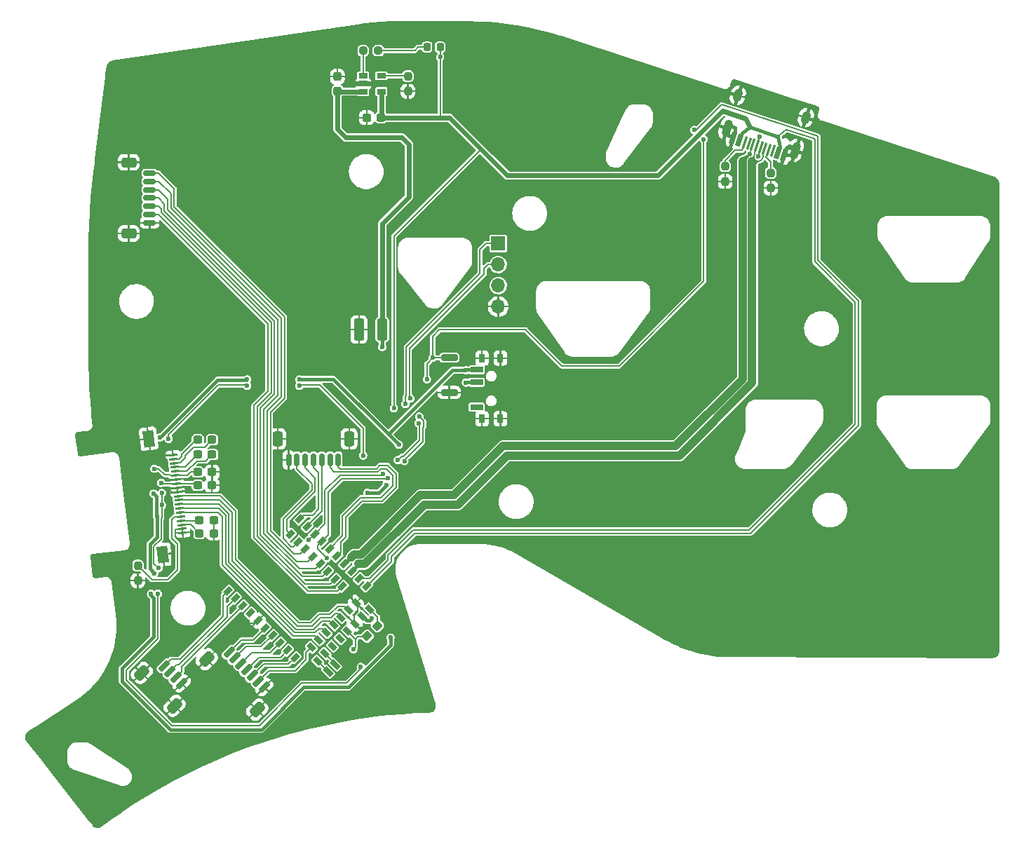
<source format=gtl>
%TF.GenerationSoftware,KiCad,Pcbnew,(5.99.0-12380-gca33ec05df)*%
%TF.CreationDate,2021-09-27T09:59:53+10:00*%
%TF.ProjectId,anaphase,616e6170-6861-4736-952e-6b696361645f,rev?*%
%TF.SameCoordinates,Original*%
%TF.FileFunction,Copper,L1,Top*%
%TF.FilePolarity,Positive*%
%FSLAX46Y46*%
G04 Gerber Fmt 4.6, Leading zero omitted, Abs format (unit mm)*
G04 Created by KiCad (PCBNEW (5.99.0-12380-gca33ec05df)) date 2021-09-27 09:59:53*
%MOMM*%
%LPD*%
G01*
G04 APERTURE LIST*
G04 Aperture macros list*
%AMRoundRect*
0 Rectangle with rounded corners*
0 $1 Rounding radius*
0 $2 $3 $4 $5 $6 $7 $8 $9 X,Y pos of 4 corners*
0 Add a 4 corners polygon primitive as box body*
4,1,4,$2,$3,$4,$5,$6,$7,$8,$9,$2,$3,0*
0 Add four circle primitives for the rounded corners*
1,1,$1+$1,$2,$3*
1,1,$1+$1,$4,$5*
1,1,$1+$1,$6,$7*
1,1,$1+$1,$8,$9*
0 Add four rect primitives between the rounded corners*
20,1,$1+$1,$2,$3,$4,$5,0*
20,1,$1+$1,$4,$5,$6,$7,0*
20,1,$1+$1,$6,$7,$8,$9,0*
20,1,$1+$1,$8,$9,$2,$3,0*%
%AMHorizOval*
0 Thick line with rounded ends*
0 $1 width*
0 $2 $3 position (X,Y) of the first rounded end (center of the circle)*
0 $4 $5 position (X,Y) of the second rounded end (center of the circle)*
0 Add line between two ends*
20,1,$1,$2,$3,$4,$5,0*
0 Add two circle primitives to create the rounded ends*
1,1,$1,$2,$3*
1,1,$1,$4,$5*%
%AMRotRect*
0 Rectangle, with rotation*
0 The origin of the aperture is its center*
0 $1 length*
0 $2 width*
0 $3 Rotation angle, in degrees counterclockwise*
0 Add horizontal line*
21,1,$1,$2,0,0,$3*%
G04 Aperture macros list end*
%TA.AperFunction,SMDPad,CuDef*%
%ADD10RoundRect,0.237500X-0.237500X0.300000X-0.237500X-0.300000X0.237500X-0.300000X0.237500X0.300000X0*%
%TD*%
%TA.AperFunction,SMDPad,CuDef*%
%ADD11RoundRect,0.200000X-0.800000X0.200000X-0.800000X-0.200000X0.800000X-0.200000X0.800000X0.200000X0*%
%TD*%
%TA.AperFunction,SMDPad,CuDef*%
%ADD12RoundRect,0.150000X-0.150000X-0.625000X0.150000X-0.625000X0.150000X0.625000X-0.150000X0.625000X0*%
%TD*%
%TA.AperFunction,SMDPad,CuDef*%
%ADD13RoundRect,0.250000X-0.350000X-0.650000X0.350000X-0.650000X0.350000X0.650000X-0.350000X0.650000X0*%
%TD*%
%TA.AperFunction,SMDPad,CuDef*%
%ADD14RoundRect,0.250000X0.375000X1.075000X-0.375000X1.075000X-0.375000X-1.075000X0.375000X-1.075000X0*%
%TD*%
%TA.AperFunction,SMDPad,CuDef*%
%ADD15RoundRect,0.237500X-0.300000X-0.237500X0.300000X-0.237500X0.300000X0.237500X-0.300000X0.237500X0*%
%TD*%
%TA.AperFunction,SMDPad,CuDef*%
%ADD16RoundRect,0.218750X-0.218750X-0.256250X0.218750X-0.256250X0.218750X0.256250X-0.218750X0.256250X0*%
%TD*%
%TA.AperFunction,SMDPad,CuDef*%
%ADD17RoundRect,0.150000X0.625000X-0.150000X0.625000X0.150000X-0.625000X0.150000X-0.625000X-0.150000X0*%
%TD*%
%TA.AperFunction,SMDPad,CuDef*%
%ADD18RoundRect,0.250000X0.650000X-0.350000X0.650000X0.350000X-0.650000X0.350000X-0.650000X-0.350000X0*%
%TD*%
%TA.AperFunction,SMDPad,CuDef*%
%ADD19RoundRect,0.237500X-0.237500X0.250000X-0.237500X-0.250000X0.237500X-0.250000X0.237500X0.250000X0*%
%TD*%
%TA.AperFunction,SMDPad,CuDef*%
%ADD20RotRect,0.650000X1.000000X135.000000*%
%TD*%
%TA.AperFunction,SMDPad,CuDef*%
%ADD21RotRect,0.650000X1.000000X225.000000*%
%TD*%
%TA.AperFunction,SMDPad,CuDef*%
%ADD22RoundRect,0.237500X0.300000X0.237500X-0.300000X0.237500X-0.300000X-0.237500X0.300000X-0.237500X0*%
%TD*%
%TA.AperFunction,SMDPad,CuDef*%
%ADD23RotRect,0.300000X1.000000X277.000000*%
%TD*%
%TA.AperFunction,SMDPad,CuDef*%
%ADD24RotRect,2.000000X1.300000X277.000000*%
%TD*%
%TA.AperFunction,SMDPad,CuDef*%
%ADD25RotRect,0.600000X1.450000X162.000000*%
%TD*%
%TA.AperFunction,SMDPad,CuDef*%
%ADD26RotRect,0.300000X1.450000X162.000000*%
%TD*%
%TA.AperFunction,ComponentPad*%
%ADD27HorizOval,1.000000X0.169959X0.523081X-0.169959X-0.523081X0*%
%TD*%
%TA.AperFunction,ComponentPad*%
%ADD28HorizOval,1.000000X0.092705X0.285317X-0.092705X-0.285317X0*%
%TD*%
%TA.AperFunction,SMDPad,CuDef*%
%ADD29RoundRect,0.150000X0.548008X0.335876X0.335876X0.548008X-0.548008X-0.335876X-0.335876X-0.548008X0*%
%TD*%
%TA.AperFunction,SMDPad,CuDef*%
%ADD30RoundRect,0.250000X0.707107X0.212132X0.212132X0.707107X-0.707107X-0.212132X-0.212132X-0.707107X0*%
%TD*%
%TA.AperFunction,SMDPad,CuDef*%
%ADD31RotRect,0.600000X1.200000X225.000000*%
%TD*%
%TA.AperFunction,SMDPad,CuDef*%
%ADD32R,1.060000X0.650000*%
%TD*%
%TA.AperFunction,SMDPad,CuDef*%
%ADD33R,0.800000X1.000000*%
%TD*%
%TA.AperFunction,SMDPad,CuDef*%
%ADD34R,1.500000X0.700000*%
%TD*%
%TA.AperFunction,ComponentPad*%
%ADD35R,1.700000X1.700000*%
%TD*%
%TA.AperFunction,ComponentPad*%
%ADD36O,1.700000X1.700000*%
%TD*%
%TA.AperFunction,SMDPad,CuDef*%
%ADD37RoundRect,0.237500X-0.250000X-0.237500X0.250000X-0.237500X0.250000X0.237500X-0.250000X0.237500X0*%
%TD*%
%TA.AperFunction,SMDPad,CuDef*%
%ADD38RoundRect,0.237500X0.035355X0.371231X-0.371231X-0.035355X-0.035355X-0.371231X0.371231X0.035355X0*%
%TD*%
%TA.AperFunction,ComponentPad*%
%ADD39HorizOval,1.000000X-0.092705X-0.285317X0.092705X0.285317X0*%
%TD*%
%TA.AperFunction,ComponentPad*%
%ADD40HorizOval,1.000000X-0.169959X-0.523081X0.169959X0.523081X0*%
%TD*%
%TA.AperFunction,ViaPad*%
%ADD41C,0.600000*%
%TD*%
%TA.AperFunction,Conductor*%
%ADD42C,0.200000*%
%TD*%
%TA.AperFunction,Conductor*%
%ADD43C,0.600000*%
%TD*%
%TA.AperFunction,Conductor*%
%ADD44C,0.400000*%
%TD*%
%TA.AperFunction,Conductor*%
%ADD45C,1.000000*%
%TD*%
G04 APERTURE END LIST*
D10*
%TO.P,C3,1*%
%TO.N,GND*%
X126900000Y-52037500D03*
%TO.P,C3,2*%
%TO.N,/+BATT_RAW*%
X126900000Y-53762500D03*
%TD*%
D11*
%TO.P,SW4,1,1*%
%TO.N,/RESET*%
X140400000Y-86000000D03*
%TO.P,SW4,2,2*%
%TO.N,GND*%
X140400000Y-90200000D03*
%TD*%
D12*
%TO.P,J7,1,Pin_1*%
%TO.N,GND*%
X121000000Y-98325000D03*
%TO.P,J7,2,Pin_2*%
%TO.N,/R2C6_r*%
X122000000Y-98325000D03*
%TO.P,J7,3,Pin_3*%
%TO.N,/R2C5_r*%
X123000000Y-98325000D03*
%TO.P,J7,4,Pin_4*%
%TO.N,/R2C4_r*%
X124000000Y-98325000D03*
%TO.P,J7,5,Pin_5*%
%TO.N,/R2C3_r*%
X125000000Y-98325000D03*
%TO.P,J7,6,Pin_6*%
%TO.N,/R2C2_r*%
X126000000Y-98325000D03*
%TO.P,J7,7,Pin_7*%
%TO.N,/R2C1_r*%
X127000000Y-98325000D03*
D13*
%TO.P,J7,MP,MountPin*%
%TO.N,GND*%
X128300000Y-95800000D03*
X119700000Y-95800000D03*
%TD*%
D14*
%TO.P,J15,1,Pin_1*%
%TO.N,/+BATT_RAW*%
X132300000Y-82600000D03*
%TO.P,J15,2,Pin_2*%
%TO.N,GND*%
X129500000Y-82600000D03*
%TD*%
D15*
%TO.P,C1,1*%
%TO.N,GND*%
X130437500Y-57000000D03*
%TO.P,C1,2*%
%TO.N,VBUS*%
X132162500Y-57000000D03*
%TD*%
%TO.P,C13,1*%
%TO.N,Net-(C13-Pad1)*%
X110037500Y-95900000D03*
%TO.P,C13,2*%
%TO.N,Net-(C13-Pad2)*%
X111762500Y-95900000D03*
%TD*%
D16*
%TO.P,D1,1,K*%
%TO.N,/lr*%
X137712500Y-48500000D03*
%TO.P,D1,2,A*%
%TO.N,VBUS*%
X139287500Y-48500000D03*
%TD*%
D17*
%TO.P,J5,1,Pin_1*%
%TO.N,GND*%
X104225000Y-69700000D03*
%TO.P,J5,2,Pin_2*%
%TO.N,/R1C6_r*%
X104225000Y-68700000D03*
%TO.P,J5,3,Pin_3*%
%TO.N,/R1C5_r*%
X104225000Y-67700000D03*
%TO.P,J5,4,Pin_4*%
%TO.N,/R1C4_r*%
X104225000Y-66700000D03*
%TO.P,J5,5,Pin_5*%
%TO.N,/R1C3_r*%
X104225000Y-65700000D03*
%TO.P,J5,6,Pin_6*%
%TO.N,/R1C2_r*%
X104225000Y-64700000D03*
%TO.P,J5,7,Pin_7*%
%TO.N,/R1C1_r*%
X104225000Y-63700000D03*
D18*
%TO.P,J5,MP,MountPin*%
%TO.N,GND*%
X101700000Y-71000000D03*
X101700000Y-62400000D03*
%TD*%
D19*
%TO.P,R9,1*%
%TO.N,/IREF_r*%
X102800000Y-111087500D03*
%TO.P,R9,2*%
%TO.N,GND*%
X102800000Y-112912500D03*
%TD*%
%TO.P,R5,1*%
%TO.N,/pr*%
X135400000Y-51987500D03*
%TO.P,R5,2*%
%TO.N,GND*%
X135400000Y-53812500D03*
%TD*%
D20*
%TO.P,U1,1,p1.11*%
%TO.N,/R4C1_r*%
X113683586Y-114137159D03*
%TO.P,U1,2,p1.10*%
%TO.N,/R4C2_r*%
X114581612Y-115035185D03*
%TO.P,U1,3,p0.03*%
%TO.N,/R4C3_r*%
X115479638Y-115933210D03*
%TO.P,U1,4,p0.28*%
%TO.N,unconnected-(U1-Pad4)*%
X116377663Y-116831236D03*
%TO.P,U1,5,GND*%
%TO.N,GND*%
X117275689Y-117729262D03*
%TO.P,U1,6,p1.13*%
%TO.N,/R3C1_r*%
X118173715Y-118627287D03*
%TO.P,U1,7,p0.02*%
%TO.N,/R3C2_r*%
X119071740Y-119525313D03*
%TO.P,U1,8,p0.29*%
%TO.N,/R3C3_r*%
X119969766Y-120423339D03*
%TO.P,U1,9,p0.31*%
%TO.N,/R3C4_r*%
X120867791Y-121321364D03*
%TO.P,U1,10,p0.30*%
%TO.N,/R3C5_r*%
X121765817Y-122219390D03*
D21*
%TO.P,U1,11,P0.00/XL1*%
%TO.N,Net-(U1-Pad11)*%
X124500906Y-122622441D03*
%TO.P,U1,12,P0.26*%
%TO.N,/R3C6_r*%
X123741473Y-120962154D03*
%TO.P,U1,13,P0.01/XL2*%
%TO.N,Net-(U1-Pad13)*%
X125398932Y-121724415D03*
%TO.P,U1,14,P0.06*%
%TO.N,/SDIN_r*%
X124639499Y-120064128D03*
%TO.P,U1,15,P0.05*%
%TO.N,unconnected-(U1-Pad15)*%
X126296957Y-120826389D03*
%TO.P,U1,16,P0.08*%
%TO.N,/SCLK_r*%
X125537525Y-119166103D03*
%TO.P,U1,17,P1.09*%
%TO.N,unconnected-(U1-Pad17)*%
X127194983Y-119928364D03*
%TO.P,U1,18,P0.04*%
%TO.N,/D{slash}C_r*%
X126435550Y-118268077D03*
%TO.P,U1,19,VDD*%
%TO.N,+1V8*%
X128093008Y-119030338D03*
%TO.P,U1,20,P0.12*%
%TO.N,/RES_r*%
X127333576Y-117370051D03*
%TO.P,U1,21,GND*%
%TO.N,GND*%
X128991034Y-118132313D03*
%TO.P,U1,22,P0.07*%
%TO.N,/CS_r*%
X128231601Y-116472026D03*
%TO.P,U1,23,VDDH*%
%TO.N,+BATT*%
X129889060Y-117234287D03*
%TO.P,U1,24,GND*%
%TO.N,GND*%
X129129627Y-115574000D03*
%TO.P,U1,25,DCCH*%
%TO.N,/DCCH_r*%
X130787085Y-116336261D03*
D20*
%TO.P,U1,26,P0.18/RESET*%
%TO.N,/RESET*%
X130419390Y-113565817D03*
%TO.P,U1,27,VBUS*%
%TO.N,VBUS*%
X129521364Y-112667791D03*
%TO.P,U1,28,P0.15*%
%TO.N,/R1C6_r*%
X127513181Y-113598344D03*
%TO.P,U1,29,USB_D-*%
%TO.N,/D-*%
X128623339Y-111769766D03*
%TO.P,U1,30,P0.17*%
%TO.N,/R1C5_r*%
X126615155Y-112700318D03*
%TO.P,U1,31,USB_D+*%
%TO.N,/D+*%
X127725313Y-110871740D03*
%TO.P,U1,32,P0.20*%
%TO.N,/R1C4_r*%
X125717130Y-111802293D03*
%TO.P,U1,33,P0.13*%
%TO.N,/R2C1_r*%
X126827287Y-109973715D03*
%TO.P,U1,34,P0.22*%
%TO.N,/R1C3_r*%
X124819104Y-110904267D03*
%TO.P,U1,35,P0.24*%
%TO.N,/R2C2_r*%
X125929262Y-109075689D03*
%TO.P,U1,36,P1.00*%
%TO.N,/R1C2_r*%
X123921078Y-110006241D03*
%TO.P,U1,37,SWDIO*%
%TO.N,/SWDIO*%
X125031236Y-108177663D03*
%TO.P,U1,38,p1.02*%
%TO.N,/R1C1_r*%
X123023053Y-109108216D03*
%TO.P,U1,39,SWDCLK*%
%TO.N,/SWDCLK*%
X124133210Y-107279638D03*
%TO.P,U1,40,p1.04*%
%TO.N,/R2C6_r*%
X122125027Y-108210190D03*
%TO.P,U1,41,p0.09*%
%TO.N,/R2C3_r*%
X123235185Y-106381612D03*
%TO.P,U1,42,p1.06*%
%TO.N,/R2C5_r*%
X121227002Y-107312165D03*
%TO.P,U1,43,p0.10*%
%TO.N,/R2C4_r*%
X122337159Y-105483586D03*
%TD*%
D19*
%TO.P,R3,1*%
%TO.N,/CC2_r*%
X173700000Y-62887500D03*
%TO.P,R3,2*%
%TO.N,GND*%
X173700000Y-64712500D03*
%TD*%
D22*
%TO.P,C7,1*%
%TO.N,GND*%
X111762500Y-101400000D03*
%TO.P,C7,2*%
%TO.N,+1V8*%
X110037500Y-101400000D03*
%TD*%
D23*
%TO.P,J3,1,Pin_1*%
%TO.N,GND*%
X107051121Y-97735406D03*
%TO.P,J3,2,Pin_2*%
%TO.N,Net-(C13-Pad1)*%
X107112055Y-98231679D03*
%TO.P,J3,3,Pin_3*%
%TO.N,Net-(C13-Pad2)*%
X107172990Y-98727952D03*
%TO.P,J3,4,Pin_4*%
%TO.N,Net-(C15-Pad1)*%
X107233925Y-99224225D03*
%TO.P,J3,5,Pin_5*%
%TO.N,Net-(C15-Pad2)*%
X107294859Y-99720498D03*
%TO.P,J3,6,Pin_6*%
%TO.N,+BATT*%
X107355794Y-100216771D03*
%TO.P,J3,7,Pin_7*%
%TO.N,GND*%
X107416729Y-100713044D03*
%TO.P,J3,8,Pin_8*%
%TO.N,+1V8*%
X107477663Y-101209317D03*
%TO.P,J3,9,Pin_9*%
%TO.N,GND*%
X107538598Y-101705590D03*
%TO.P,J3,10,Pin_10*%
X107599533Y-102201863D03*
%TO.P,J3,11,Pin_11*%
%TO.N,/CS_r*%
X107660467Y-102698137D03*
%TO.P,J3,12,Pin_12*%
%TO.N,/RES_r*%
X107721402Y-103194410D03*
%TO.P,J3,13,Pin_13*%
%TO.N,/D{slash}C_r*%
X107782337Y-103690683D03*
%TO.P,J3,14,Pin_14*%
%TO.N,/SCLK_r*%
X107843271Y-104186956D03*
%TO.P,J3,15,Pin_15*%
%TO.N,/SDIN_r*%
X107904206Y-104683229D03*
%TO.P,J3,16,Pin_16*%
%TO.N,/IREF_r*%
X107965141Y-105179502D03*
%TO.P,J3,17,Pin_17*%
%TO.N,/VCOMH_r*%
X108026075Y-105675775D03*
%TO.P,J3,18,Pin_18*%
%TO.N,/VCC_r*%
X108087010Y-106172048D03*
%TO.P,J3,19,Pin_19*%
%TO.N,GND*%
X108147945Y-106668321D03*
%TO.P,J3,20,Pin_20*%
X108208879Y-107164594D03*
D24*
%TO.P,J3,MP,MountPin*%
X105809304Y-109776498D03*
X104090947Y-95781597D03*
%TD*%
D15*
%TO.P,C15,1*%
%TO.N,Net-(C15-Pad1)*%
X110037500Y-97700000D03*
%TO.P,C15,2*%
%TO.N,Net-(C15-Pad2)*%
X111762500Y-97700000D03*
%TD*%
D25*
%TO.P,J1,A1,GND*%
%TO.N,GND*%
X180850960Y-61501329D03*
%TO.P,J1,A4,VBUS*%
%TO.N,VBUS*%
X180090115Y-61254115D03*
D26*
%TO.P,J1,A5,CC1*%
%TO.N,/CC1_r*%
X178948847Y-60883295D03*
%TO.P,J1,A6,D+*%
%TO.N,/D+*%
X177997790Y-60574278D03*
%TO.P,J1,A7,D-*%
%TO.N,/D-*%
X177522262Y-60419769D03*
%TO.P,J1,A8,SBU1*%
%TO.N,unconnected-(J1-PadA8)*%
X176571206Y-60110752D03*
D25*
%TO.P,J1,A9,VBUS*%
%TO.N,VBUS*%
X175429938Y-59739932D03*
%TO.P,J1,A12,GND*%
%TO.N,GND*%
X174669093Y-59492718D03*
%TO.P,J1,B1,GND*%
X174669093Y-59492718D03*
%TO.P,J1,B4,VBUS*%
%TO.N,VBUS*%
X175429938Y-59739932D03*
D26*
%TO.P,J1,B5,CC2*%
%TO.N,/CC2_r*%
X176095677Y-59956244D03*
%TO.P,J1,B6,D+*%
%TO.N,/D+*%
X177046734Y-60265261D03*
%TO.P,J1,B7,D-*%
%TO.N,/D-*%
X178473319Y-60728786D03*
%TO.P,J1,B8,SBU2*%
%TO.N,unconnected-(J1-PadB8)*%
X179424375Y-61037803D03*
D25*
%TO.P,J1,B9,VBUS*%
%TO.N,VBUS*%
X180090115Y-61254115D03*
%TO.P,J1,B12,GND*%
%TO.N,GND*%
X180850960Y-61501329D03*
D27*
%TO.P,J1,S1,SHIELD*%
X182151341Y-60961760D03*
X173934213Y-58291853D03*
D28*
X183443032Y-56986344D03*
X175225904Y-54316437D03*
%TD*%
D29*
%TO.P,J11,1,Pin_1*%
%TO.N,GND*%
X108097577Y-125323744D03*
%TO.P,J11,2,Pin_2*%
%TO.N,/R4C3_r*%
X107390470Y-124616637D03*
%TO.P,J11,3,Pin_3*%
%TO.N,/R4C2_r*%
X106683363Y-123909530D03*
%TO.P,J11,4,Pin_4*%
%TO.N,/R4C1_r*%
X105976256Y-123202423D03*
D30*
%TO.P,J11,MP,MountPin*%
%TO.N,GND*%
X103271573Y-124068629D03*
X107231371Y-128028427D03*
%TD*%
D22*
%TO.P,C9,1*%
%TO.N,GND*%
X111962500Y-105600000D03*
%TO.P,C9,2*%
%TO.N,/VCOMH_r*%
X110237500Y-105600000D03*
%TD*%
D29*
%TO.P,J9,1,Pin_1*%
%TO.N,GND*%
X118058237Y-125784404D03*
%TO.P,J9,2,Pin_2*%
%TO.N,/R3C6_r*%
X117351130Y-125077297D03*
%TO.P,J9,3,Pin_3*%
%TO.N,/R3C5_r*%
X116644023Y-124370190D03*
%TO.P,J9,4,Pin_4*%
%TO.N,/R3C4_r*%
X115936916Y-123663084D03*
%TO.P,J9,5,Pin_5*%
%TO.N,/R3C3_r*%
X115229810Y-122955977D03*
%TO.P,J9,6,Pin_6*%
%TO.N,/R3C2_r*%
X114522703Y-122248870D03*
%TO.P,J9,7,Pin_7*%
%TO.N,/R3C1_r*%
X113815596Y-121541763D03*
D30*
%TO.P,J9,MP,MountPin*%
%TO.N,GND*%
X117192031Y-128489087D03*
X111110913Y-122407969D03*
%TD*%
D31*
%TO.P,Y1,1,1*%
%TO.N,Net-(U1-Pad13)*%
X126624264Y-123075736D03*
%TO.P,Y1,2,2*%
%TO.N,Net-(U1-Pad11)*%
X125775736Y-123924264D03*
%TD*%
D32*
%TO.P,U3,1,STAT*%
%TO.N,/sr*%
X130000000Y-51950000D03*
%TO.P,U3,2,VSS*%
%TO.N,GND*%
X130000000Y-52900000D03*
%TO.P,U3,3,VBAT*%
%TO.N,/+BATT_RAW*%
X130000000Y-53850000D03*
%TO.P,U3,4,VDD*%
%TO.N,VBUS*%
X132200000Y-53850000D03*
%TO.P,U3,5,PROG*%
%TO.N,/pr*%
X132200000Y-51950000D03*
%TD*%
D33*
%TO.P,SW2,*%
%TO.N,GND*%
X146555000Y-86050000D03*
X144345000Y-86050000D03*
X146555000Y-93350000D03*
X144345000Y-93350000D03*
D34*
%TO.P,SW2,1,A*%
%TO.N,unconnected-(SW2-Pad1)*%
X143695000Y-91950000D03*
%TO.P,SW2,2,B*%
%TO.N,/+BATT_RAW*%
X143695000Y-88950000D03*
%TO.P,SW2,3,C*%
%TO.N,+BATT*%
X143695000Y-87450000D03*
%TD*%
D35*
%TO.P,J13,1,Pin_1*%
%TO.N,/SWDCLK*%
X146300000Y-72200000D03*
D36*
%TO.P,J13,2,Pin_2*%
%TO.N,/SWDIO*%
X146300000Y-74740000D03*
%TO.P,J13,3,Pin_3*%
%TO.N,+BATT*%
X146300000Y-77280000D03*
%TO.P,J13,4,Pin_4*%
%TO.N,GND*%
X146300000Y-79820000D03*
%TD*%
D22*
%TO.P,C11,1*%
%TO.N,GND*%
X111962500Y-107200000D03*
%TO.P,C11,2*%
%TO.N,/VCC_r*%
X110237500Y-107200000D03*
%TD*%
D37*
%TO.P,R7,1*%
%TO.N,/sr*%
X129987500Y-48900000D03*
%TO.P,R7,2*%
%TO.N,/lr*%
X131812500Y-48900000D03*
%TD*%
D19*
%TO.P,R1,1*%
%TO.N,/CC1_r*%
X179200000Y-63687500D03*
%TO.P,R1,2*%
%TO.N,GND*%
X179200000Y-65512500D03*
%TD*%
D22*
%TO.P,C5,1*%
%TO.N,GND*%
X111762500Y-99800000D03*
%TO.P,C5,2*%
%TO.N,+BATT*%
X110037500Y-99800000D03*
%TD*%
D38*
%TO.P,L1,1*%
%TO.N,/DCCH_r*%
X131718718Y-118381282D03*
%TO.P,L1,2*%
%TO.N,+1V8*%
X130481282Y-119618718D03*
%TD*%
D39*
%TO.P,J2,S1,SHIELD*%
%TO.N,GND*%
X183443032Y-56986344D03*
D40*
X182151341Y-60961760D03*
X173934213Y-58291853D03*
D39*
X175225904Y-54316437D03*
%TD*%
D41*
%TO.N,VBUS*%
X133300000Y-57000000D03*
X139287500Y-49687500D03*
X133700000Y-92100000D03*
X134100000Y-57000000D03*
X180050000Y-59300000D03*
X176650000Y-58150000D03*
%TO.N,/+BATT_RAW*%
X135500000Y-60800000D03*
X135500000Y-61600000D03*
X142400000Y-89000000D03*
X132300000Y-84700000D03*
X132300000Y-80300000D03*
X135500000Y-60800000D03*
X135500000Y-61600000D03*
%TO.N,+BATT*%
X131000000Y-117500000D03*
X104400000Y-114499500D03*
X104700000Y-102400000D03*
X132808117Y-101349028D03*
X105500000Y-95600000D03*
X116000000Y-88600497D03*
X122300000Y-88600000D03*
X130519218Y-102300000D03*
X133300000Y-119800000D03*
X104800000Y-99400000D03*
X142400000Y-87500000D03*
X104788171Y-112014195D03*
X105100000Y-105100000D03*
X134300000Y-96500000D03*
%TO.N,+1V8*%
X122300000Y-89400000D03*
X130000000Y-97800000D03*
X116000000Y-89400000D03*
X105600000Y-101100000D03*
X105300000Y-111400000D03*
X105700000Y-102318154D03*
X129715332Y-123315332D03*
X106500000Y-95800000D03*
X128800000Y-121200000D03*
X105700000Y-103794026D03*
X105200000Y-114499500D03*
%TO.N,/SWDCLK*%
X123427528Y-108027512D03*
X135100000Y-91600000D03*
X132400000Y-99999020D03*
X134181590Y-98366994D03*
X136699022Y-93910023D03*
%TO.N,GND*%
X129500000Y-84900000D03*
X131100000Y-55400000D03*
X163900000Y-89100000D03*
X140000000Y-94100000D03*
X143100000Y-60900000D03*
X111552125Y-91102125D03*
X123500000Y-123600000D03*
X121200000Y-87900500D03*
X173100000Y-94400000D03*
X170000000Y-92900000D03*
X171000000Y-96500000D03*
X118500000Y-110300000D03*
X107300000Y-120600000D03*
X139500000Y-104800000D03*
X113500000Y-88000011D03*
X149700000Y-95600000D03*
X144100000Y-61900000D03*
X191100000Y-64700000D03*
X131600000Y-114900000D03*
X119700000Y-126400000D03*
X121300000Y-120200000D03*
X127500000Y-112000000D03*
X152300000Y-52900000D03*
X126900000Y-105600000D03*
X135500000Y-47600000D03*
X116600000Y-108400000D03*
X103700000Y-115500000D03*
X162300000Y-98900000D03*
X138600000Y-55000000D03*
X174800000Y-64700000D03*
X178000000Y-81600000D03*
X130800000Y-124900000D03*
X128100000Y-54900000D03*
X178000000Y-78700000D03*
X136500000Y-107800000D03*
X133500000Y-52900000D03*
X132500000Y-116800000D03*
X147800000Y-98900000D03*
X130900000Y-50400000D03*
X131100000Y-51900000D03*
X128638481Y-114138481D03*
X146000000Y-96050000D03*
X133400000Y-50500000D03*
X119300000Y-118300000D03*
X128100000Y-93600000D03*
X115600000Y-85300000D03*
X129900000Y-101400000D03*
X133600000Y-69900000D03*
X172500000Y-90400000D03*
X123500000Y-104100000D03*
X128700000Y-52900000D03*
X178000000Y-84700000D03*
X128600000Y-50400000D03*
X130550000Y-118450000D03*
X136900000Y-89100000D03*
X107100000Y-57000000D03*
X100900000Y-126500000D03*
X133100000Y-111900000D03*
X178000000Y-69100000D03*
X108700000Y-129100000D03*
X175800000Y-105700000D03*
X112200000Y-113000000D03*
X101700000Y-121600000D03*
X157600000Y-73300000D03*
X103200000Y-109400000D03*
X152800000Y-89600000D03*
X154400000Y-98900000D03*
X134200000Y-55800000D03*
X170600000Y-56400000D03*
X117800000Y-87900500D03*
X108500000Y-108100000D03*
X174800000Y-78600000D03*
X124800000Y-105600000D03*
X134400000Y-89000000D03*
X119700000Y-106800000D03*
X157100000Y-65000000D03*
X124000000Y-96600000D03*
X107500000Y-132000000D03*
X116000000Y-93800000D03*
X121500000Y-114200000D03*
X106800000Y-111400000D03*
X184900000Y-117100000D03*
X136600000Y-101600000D03*
X107700000Y-84600000D03*
X142800000Y-103900000D03*
X141700000Y-81800000D03*
X168700000Y-98800000D03*
X103600000Y-106800000D03*
X116900000Y-111800000D03*
X153200000Y-95600000D03*
X115600000Y-100800000D03*
X103400000Y-98900000D03*
X148300000Y-76400000D03*
X131000000Y-98700000D03*
X178000000Y-72600000D03*
X140500000Y-101550000D03*
X123200000Y-126700000D03*
X121300000Y-100300000D03*
X143400000Y-98650000D03*
X142480556Y-68797639D03*
X113800000Y-112800000D03*
X114600000Y-118100000D03*
X199300000Y-118000000D03*
X145400000Y-101300000D03*
X114600000Y-125400000D03*
X133300000Y-55000000D03*
X132400000Y-110200000D03*
X134400000Y-92700000D03*
X134800000Y-82800000D03*
X135200000Y-94200000D03*
X166700000Y-74500000D03*
X121500000Y-96700000D03*
X134100000Y-119100000D03*
X174800000Y-84700000D03*
X178000000Y-64700000D03*
X167300000Y-95600000D03*
X121500000Y-106100000D03*
X127700000Y-124600000D03*
X126000000Y-89400000D03*
X175150000Y-61550000D03*
X121600000Y-124800000D03*
X114100000Y-132000000D03*
X104100000Y-129900000D03*
X130464173Y-111897223D03*
X106500000Y-74100000D03*
X174800000Y-88100000D03*
X140000000Y-55300000D03*
X128800000Y-55800000D03*
X103300000Y-103600000D03*
X131500000Y-106500000D03*
X114300000Y-69100000D03*
X158400000Y-98900000D03*
X177200000Y-90300000D03*
X174800000Y-72400000D03*
X171000000Y-82100000D03*
X108000000Y-96600000D03*
X164300000Y-95600000D03*
X178000000Y-75700000D03*
X133300000Y-122300000D03*
X157000000Y-95600000D03*
X136500000Y-106100000D03*
X127700000Y-126700000D03*
X127600000Y-88600000D03*
X122900000Y-59300000D03*
X116100000Y-115100000D03*
X119500000Y-98600000D03*
X121000000Y-92300000D03*
X143100000Y-81800000D03*
X119900000Y-130000000D03*
X128900000Y-98700000D03*
X103800000Y-119300000D03*
X174800000Y-81500000D03*
X114300000Y-81000000D03*
X165800000Y-98900000D03*
X174800000Y-75700000D03*
X140400000Y-84100000D03*
X102700000Y-96000000D03*
X151100000Y-98900000D03*
X121200000Y-89900000D03*
X178000000Y-87600000D03*
X114600000Y-129600000D03*
X111800000Y-94500000D03*
X131100000Y-53900000D03*
X129500000Y-80300000D03*
X125500000Y-74300000D03*
X121823911Y-103123911D03*
X112000000Y-109500000D03*
X115200000Y-90000000D03*
X167300000Y-115400000D03*
X128600000Y-106000000D03*
X197900000Y-84000000D03*
X110280378Y-89830378D03*
X127600000Y-121500000D03*
X178050000Y-62800000D03*
X147800000Y-63000000D03*
X117800000Y-89900000D03*
X133000000Y-94100000D03*
X134050000Y-104000000D03*
X115300000Y-109700000D03*
X178200000Y-107800000D03*
X113100000Y-100800000D03*
X118800000Y-120700000D03*
X160700000Y-95600000D03*
X132900000Y-86500000D03*
X106000000Y-113500000D03*
X165100000Y-63000000D03*
X175200000Y-92300000D03*
X174800000Y-69100000D03*
X134200000Y-95200000D03*
X197100000Y-106100000D03*
%TO.N,/SWDIO*%
X136776679Y-93114301D03*
X134973911Y-98473911D03*
X125600000Y-110200000D03*
X132964680Y-100565007D03*
X135699500Y-90900000D03*
%TO.N,/RESET*%
X169984668Y-58484668D03*
X171115332Y-59615332D03*
X138400000Y-86000000D03*
X137700000Y-88600000D03*
%TO.N,/D+*%
X176650000Y-61400000D03*
X177700000Y-61700000D03*
X128400000Y-110200000D03*
%TO.N,/D-*%
X129300000Y-111100000D03*
X177850000Y-59300000D03*
%TD*%
D42*
%TO.N,/R1C6_r*%
X105300000Y-68700000D02*
X104225000Y-68700000D01*
X118502400Y-81902400D02*
X105300000Y-68700000D01*
X118502400Y-90072570D02*
X118502400Y-81902400D01*
X116802881Y-91772089D02*
X118502400Y-90072570D01*
X116802881Y-107697899D02*
X116802881Y-91772089D01*
X123304982Y-114200000D02*
X116802881Y-107697899D01*
X127513181Y-113598344D02*
X126911525Y-114200000D01*
X126911525Y-114200000D02*
X123304982Y-114200000D01*
%TO.N,VBUS*%
X180338725Y-59011275D02*
X180050000Y-59300000D01*
D43*
X144200000Y-60800000D02*
X147400000Y-64000000D01*
X176200000Y-57100000D02*
X176650000Y-58150000D01*
D42*
X189400000Y-79300000D02*
X184500000Y-74400000D01*
X139287500Y-56987500D02*
X139300000Y-57000000D01*
X129521364Y-112667791D02*
X130780047Y-112667791D01*
X136034994Y-106800000D02*
X176600000Y-106800000D01*
D43*
X139300000Y-57000000D02*
X140400000Y-57000000D01*
D44*
X175750000Y-58850000D02*
X175429938Y-59739932D01*
X176650000Y-58150000D02*
X175750000Y-58850000D01*
D42*
X139287500Y-48500000D02*
X139287500Y-49687500D01*
D43*
X134100000Y-57000000D02*
X133300000Y-57000000D01*
D42*
X139287500Y-49687500D02*
X139287500Y-56987500D01*
X176600000Y-106800000D02*
X189400000Y-94000000D01*
D44*
X180050000Y-59300000D02*
X176650000Y-58150000D01*
X180090115Y-61254115D02*
X180350000Y-60450000D01*
D42*
X184500000Y-59550000D02*
X181100000Y-58450000D01*
D43*
X140400000Y-57000000D02*
X144200000Y-60800000D01*
X133300000Y-57000000D02*
X132162500Y-57000000D01*
X132162500Y-57000000D02*
X132200000Y-56962500D01*
D42*
X132999513Y-109835481D02*
X136034994Y-106800000D01*
D43*
X132200000Y-56962500D02*
X132200000Y-53850000D01*
D42*
X189400000Y-94000000D02*
X189400000Y-79300000D01*
D43*
X147400000Y-64000000D02*
X165600000Y-64000000D01*
D44*
X180350000Y-60450000D02*
X180050000Y-59300000D01*
D42*
X133700000Y-92100000D02*
X133700000Y-71300000D01*
X130780047Y-112667791D02*
X132999511Y-110448327D01*
D43*
X134100000Y-57000000D02*
X139300000Y-57000000D01*
D42*
X184500000Y-74400000D02*
X184500000Y-59550000D01*
X132999511Y-110448327D02*
X132999513Y-109835481D01*
D43*
X173400000Y-56200000D02*
X176200000Y-57100000D01*
D42*
X133700000Y-71300000D02*
X144200000Y-60800000D01*
X181100000Y-58450000D02*
X180338725Y-59011275D01*
D43*
X165600000Y-64000000D02*
X173400000Y-56200000D01*
%TO.N,/+BATT_RAW*%
X132300000Y-80300000D02*
X132300000Y-82600000D01*
D44*
X142450000Y-88950000D02*
X142400000Y-89000000D01*
D43*
X132300000Y-69800000D02*
X132300000Y-80300000D01*
X126900000Y-58400000D02*
X126900000Y-53762500D01*
X135500000Y-60800000D02*
X135500000Y-61600000D01*
X135500000Y-60800000D02*
X135500000Y-60200000D01*
D44*
X132300000Y-82600000D02*
X132300000Y-84700000D01*
D43*
X127900000Y-59400000D02*
X126900000Y-58400000D01*
X135500000Y-60200000D02*
X134700000Y-59400000D01*
X126987500Y-53850000D02*
X130000000Y-53850000D01*
D44*
X143695000Y-88950000D02*
X142450000Y-88950000D01*
D43*
X126900000Y-53762500D02*
X126987500Y-53850000D01*
X135500000Y-66600000D02*
X132300000Y-69800000D01*
X134700000Y-59400000D02*
X127900000Y-59400000D01*
X135500000Y-61600000D02*
X135500000Y-66600000D01*
D42*
%TO.N,+BATT*%
X110037500Y-99800000D02*
X109165006Y-99800000D01*
D44*
X116000000Y-88600497D02*
X115900986Y-88699511D01*
D42*
X109165006Y-99800000D02*
X108761299Y-100203707D01*
D44*
X131857145Y-102300000D02*
X130519218Y-102300000D01*
X134300000Y-96500000D02*
X132700000Y-94900000D01*
X133300000Y-120719923D02*
X133300000Y-119800000D01*
D42*
X106014236Y-100114236D02*
X106577201Y-100114236D01*
D44*
X122806907Y-125799520D02*
X128220403Y-125799520D01*
X130749511Y-117750489D02*
X131000000Y-117500000D01*
X132700000Y-94900000D02*
X126400000Y-88600000D01*
X104700480Y-119693092D02*
X100900481Y-123493091D01*
X104243241Y-111469265D02*
X104788171Y-112014195D01*
D42*
X107342730Y-100229835D02*
X107355794Y-100216771D01*
D44*
X112400489Y-88699511D02*
X105500000Y-95600000D01*
X105000000Y-105000000D02*
X105100000Y-105100000D01*
X117706427Y-130900000D02*
X122806907Y-125799520D01*
D42*
X105100000Y-105100000D02*
X105116374Y-105116374D01*
X106692800Y-100229835D02*
X107342730Y-100229835D01*
X107368858Y-100203707D02*
X107355794Y-100216771D01*
D44*
X105000000Y-102700000D02*
X105000000Y-105000000D01*
X115900986Y-88699511D02*
X112400489Y-88699511D01*
X105100000Y-107675433D02*
X104243241Y-108532192D01*
X132808117Y-101349028D02*
X131857145Y-102300000D01*
D42*
X107355794Y-100216771D02*
X106983229Y-100216771D01*
D44*
X132950000Y-95150000D02*
X132700000Y-94900000D01*
X104400000Y-114499500D02*
X104400000Y-114688759D01*
X104400000Y-114688759D02*
X104700480Y-114989239D01*
X129889060Y-117234287D02*
X130405262Y-117750489D01*
D42*
X104800000Y-99400000D02*
X105300000Y-99400000D01*
D44*
X142450000Y-87450000D02*
X142400000Y-87500000D01*
X130405262Y-117750489D02*
X130749511Y-117750489D01*
X104243241Y-108532192D02*
X104243241Y-111469265D01*
X104700000Y-102400000D02*
X105000000Y-102700000D01*
X104700480Y-114989239D02*
X104700480Y-119693092D01*
X143695000Y-87450000D02*
X142450000Y-87450000D01*
X106693572Y-130900000D02*
X117706427Y-130900000D01*
D42*
X105300000Y-99400000D02*
X106014236Y-100114236D01*
D44*
X105100000Y-105100000D02*
X105100000Y-107675433D01*
X126400000Y-88600000D02*
X122300000Y-88600000D01*
X133150000Y-95150000D02*
X132950000Y-95150000D01*
X100900481Y-125106909D02*
X106693572Y-130900000D01*
X100900481Y-123493091D02*
X100900481Y-125106909D01*
D42*
X108761299Y-100203707D02*
X107368858Y-100203707D01*
X106577201Y-100114236D02*
X106692800Y-100229835D01*
D44*
X128220403Y-125799520D02*
X133300000Y-120719923D01*
X142400000Y-87500000D02*
X140800000Y-87500000D01*
X140800000Y-87500000D02*
X133150000Y-95150000D01*
D42*
%TO.N,+1V8*%
X104742760Y-108739101D02*
X104742760Y-110842760D01*
X129062670Y-120000000D02*
X129362670Y-119700000D01*
X104742760Y-110842760D02*
X105300000Y-111400000D01*
X115900000Y-89300000D02*
X116000000Y-89400000D01*
X129715332Y-123315332D02*
X129715332Y-123598164D01*
X117500000Y-130400000D02*
X106900000Y-130400000D01*
X105722381Y-101222381D02*
X107477663Y-101222381D01*
X101400000Y-123700000D02*
X105200000Y-119900000D01*
X107209317Y-101209317D02*
X107477663Y-101209317D01*
X129362670Y-119700000D02*
X130400000Y-119700000D01*
X105200000Y-119900000D02*
X105200000Y-114499500D01*
X105600000Y-107881861D02*
X104742760Y-108739101D01*
X105600000Y-105447838D02*
X105600000Y-107881861D01*
X129715332Y-123598164D02*
X128013496Y-125300000D01*
X130400000Y-119700000D02*
X130481282Y-119618718D01*
X110037500Y-101400000D02*
X109833753Y-101196253D01*
X129062670Y-120000000D02*
X129062670Y-120937330D01*
X122600000Y-125300000D02*
X117500000Y-130400000D01*
X106900000Y-130400000D02*
X101400000Y-124900000D01*
X112506428Y-89300000D02*
X115900000Y-89300000D01*
X105700000Y-105347838D02*
X105600000Y-105447838D01*
X122400000Y-89300000D02*
X122300000Y-89400000D01*
X105700000Y-103794026D02*
X105700000Y-102318154D01*
X130000000Y-97800000D02*
X130000000Y-94500000D01*
X130000000Y-94500000D02*
X124800000Y-89300000D01*
X106500000Y-95800000D02*
X106500000Y-95306428D01*
X106500000Y-95306428D02*
X112506428Y-89300000D01*
X129062670Y-120937330D02*
X128800000Y-121200000D01*
X105600000Y-101100000D02*
X105722381Y-101222381D01*
X128093008Y-119030338D02*
X128562670Y-119500000D01*
X101400000Y-124900000D02*
X101400000Y-123700000D01*
X109833753Y-101196253D02*
X107477663Y-101196253D01*
X128562670Y-119500000D02*
X128800000Y-119737330D01*
X128800000Y-119737330D02*
X129062670Y-120000000D01*
X124800000Y-89300000D02*
X122400000Y-89300000D01*
X105700000Y-103794026D02*
X105700000Y-105347838D01*
X128013496Y-125300000D02*
X122600000Y-125300000D01*
%TO.N,/VCOMH_r*%
X110174789Y-105662711D02*
X108026075Y-105662711D01*
X110237500Y-105600000D02*
X110174789Y-105662711D01*
%TO.N,/VCC_r*%
X109196484Y-106158984D02*
X108087010Y-106158984D01*
X110237500Y-107200000D02*
X109196484Y-106158984D01*
%TO.N,Net-(C13-Pad1)*%
X110037500Y-95900000D02*
X109834994Y-95900000D01*
X107782345Y-98218615D02*
X107112055Y-98218615D01*
X108100481Y-97634513D02*
X108100481Y-97900479D01*
X108100481Y-97900479D02*
X107782345Y-98218615D01*
X109834994Y-95900000D02*
X108100481Y-97634513D01*
%TO.N,Net-(C13-Pad2)*%
X108500000Y-98100000D02*
X107900000Y-98700000D01*
X108500000Y-97800000D02*
X108500000Y-98100000D01*
X110862500Y-96800000D02*
X109500000Y-96800000D01*
X107200942Y-98700000D02*
X107172990Y-98727952D01*
X107900000Y-98700000D02*
X107200942Y-98700000D01*
X109500000Y-96800000D02*
X108500000Y-97800000D01*
X111762500Y-95900000D02*
X110862500Y-96800000D01*
%TO.N,Net-(C15-Pad1)*%
X108488839Y-99211161D02*
X107233925Y-99211161D01*
X110000000Y-97700000D02*
X108488839Y-99211161D01*
X110037500Y-97700000D02*
X110000000Y-97700000D01*
%TO.N,Net-(C15-Pad2)*%
X107307923Y-99707434D02*
X107294859Y-99720498D01*
X110987980Y-98474520D02*
X109925480Y-98474520D01*
X111762500Y-97700000D02*
X110987980Y-98474520D01*
X108692566Y-99707434D02*
X107307923Y-99707434D01*
X109925480Y-98474520D02*
X108692566Y-99707434D01*
%TO.N,/CC1_r*%
X178948847Y-60883295D02*
X178650000Y-61800000D01*
X179200000Y-62350000D02*
X179200000Y-63687500D01*
X178650000Y-61800000D02*
X179200000Y-62350000D01*
%TO.N,/CC2_r*%
X174902162Y-60950000D02*
X173700000Y-62152162D01*
X176095677Y-59956244D02*
X175750000Y-60950000D01*
X175750000Y-60950000D02*
X174902162Y-60950000D01*
X173700000Y-62152162D02*
X173700000Y-62887500D01*
%TO.N,/CS_r*%
X107673531Y-102685073D02*
X107660467Y-102698137D01*
X127759575Y-116000000D02*
X126934994Y-116000000D01*
X114598079Y-110398079D02*
X114598079Y-104538055D01*
X125934514Y-117000480D02*
X124704502Y-117000480D01*
X128231601Y-116472026D02*
X127759575Y-116000000D01*
X122201920Y-118001920D02*
X114598079Y-110398079D01*
X112745097Y-102685073D02*
X107673531Y-102685073D01*
X123703062Y-118001920D02*
X122201920Y-118001920D01*
X114598079Y-104538055D02*
X112745097Y-102685073D01*
X126934994Y-116000000D02*
X125934514Y-117000480D01*
X124704502Y-117000480D02*
X123703062Y-118001920D01*
%TO.N,/RES_r*%
X112676364Y-103181346D02*
X107734466Y-103181346D01*
X122036433Y-118401439D02*
X114198560Y-110563566D01*
X126100000Y-117400000D02*
X124869988Y-117400000D01*
X127333576Y-117370051D02*
X126863525Y-116900000D01*
X107734466Y-103181346D02*
X107721402Y-103194410D01*
X114198560Y-110563566D02*
X114198560Y-104703542D01*
X126600000Y-116900000D02*
X126100000Y-117400000D01*
X126863525Y-116900000D02*
X126600000Y-116900000D01*
X114198560Y-104703542D02*
X112676364Y-103181346D01*
X123868548Y-118401440D02*
X122036433Y-118401439D01*
X124869988Y-117400000D02*
X123868548Y-118401440D01*
%TO.N,/D{slash}C_r*%
X113799038Y-104869026D02*
X112607631Y-103677619D01*
X121870946Y-118800958D02*
X113799038Y-110729050D01*
X125967473Y-117800000D02*
X125034994Y-117800000D01*
X113799038Y-110729050D02*
X113799038Y-104869026D01*
X126435550Y-118268077D02*
X125967473Y-117800000D01*
X124034034Y-118800960D02*
X121870946Y-118800958D01*
X112607631Y-103677619D02*
X107782337Y-103677619D01*
X125034994Y-117800000D02*
X124034034Y-118800960D01*
%TO.N,/SCLK_r*%
X107856335Y-104173892D02*
X112538898Y-104173892D01*
X124700000Y-118700000D02*
X124199520Y-119200480D01*
X125071422Y-118700000D02*
X124700000Y-118700000D01*
X121705462Y-119200480D02*
X122100480Y-119200480D01*
X113399519Y-110894537D02*
X121705462Y-119200480D01*
X112538898Y-104173892D02*
X113399519Y-105034513D01*
X124199520Y-119200480D02*
X122100480Y-119200480D01*
X125537525Y-119166103D02*
X125071422Y-118700000D01*
X107843271Y-104186956D02*
X107856335Y-104173892D01*
X113399519Y-105034513D02*
X113399519Y-110894537D01*
%TO.N,/SDIN_r*%
X124639499Y-120064128D02*
X124175371Y-119600000D01*
X124175371Y-119600000D02*
X121539975Y-119599999D01*
X107917270Y-104670165D02*
X107904206Y-104683229D01*
X113000000Y-111060024D02*
X113000000Y-105200000D01*
X112470165Y-104670165D02*
X107917270Y-104670165D01*
X121539975Y-119599999D02*
X113000000Y-111060024D01*
X113000000Y-105200000D02*
X112470165Y-104670165D01*
%TO.N,/IREF_r*%
X107207434Y-105192566D02*
X106900000Y-105500000D01*
X107600000Y-111600000D02*
X106400000Y-112800000D01*
X107965141Y-105179502D02*
X107952077Y-105192566D01*
X104512500Y-112800000D02*
X102800000Y-111087500D01*
X106400000Y-112800000D02*
X104512500Y-112800000D01*
X107600000Y-108500000D02*
X107600000Y-111600000D01*
X106900000Y-105500000D02*
X106900000Y-107800000D01*
X106900000Y-107800000D02*
X107600000Y-108500000D01*
X107952077Y-105192566D02*
X107207434Y-105192566D01*
%TO.N,/SWDCLK*%
X146300000Y-72200000D02*
X144800000Y-72200000D01*
X135200480Y-90551182D02*
X135100000Y-90651662D01*
X136800000Y-95950000D02*
X134875600Y-97874400D01*
X125399520Y-106012368D02*
X125399520Y-102000480D01*
X132200009Y-100199011D02*
X132400000Y-99999020D01*
X144800000Y-72200000D02*
X144100000Y-72900000D01*
X127200989Y-100199011D02*
X132200009Y-100199011D01*
X123427528Y-107985320D02*
X124133210Y-107279638D01*
X125400000Y-106012848D02*
X125399520Y-106012368D01*
X134181590Y-98366994D02*
X134233006Y-98366994D01*
X136800000Y-94011001D02*
X136800000Y-95950000D01*
X134875600Y-97874400D02*
X134674184Y-97874400D01*
X134674184Y-97874400D02*
X134181590Y-98366994D01*
X135100000Y-90651662D02*
X135100000Y-91600000D01*
X136699022Y-93910023D02*
X136800000Y-94011001D01*
X135200481Y-84734513D02*
X135200480Y-90551182D01*
X125399520Y-102000480D02*
X127200989Y-100199011D01*
X144100000Y-75834994D02*
X135200481Y-84734513D01*
X144100000Y-72900000D02*
X144100000Y-75834994D01*
X124133210Y-107279638D02*
X125400000Y-106012848D01*
X123427528Y-108027512D02*
X123427528Y-107985320D01*
%TO.N,GND*%
X108200000Y-108429188D02*
X107300000Y-107529188D01*
X107300000Y-106681385D02*
X108147945Y-106681385D01*
X115600000Y-100800000D02*
X115600000Y-109500000D01*
X126900000Y-104400000D02*
X129900000Y-101400000D01*
X106875848Y-111324152D02*
X106875848Y-108475848D01*
X106218654Y-101718654D02*
X106022993Y-101718654D01*
X121000000Y-91600000D02*
X121000000Y-54100000D01*
X121000000Y-92300000D02*
X121000000Y-91600000D01*
X116900000Y-110300000D02*
X116650000Y-110550000D01*
D44*
X173934213Y-58291853D02*
X172700000Y-57900000D01*
D43*
X120900000Y-54000000D02*
X107300000Y-54000000D01*
D44*
X175225904Y-54316437D02*
X173900000Y-53900000D01*
D42*
X128900000Y-117000000D02*
X128900000Y-118041279D01*
D44*
X173934213Y-58291853D02*
X173400000Y-59900000D01*
D42*
X128638481Y-112661519D02*
X129600000Y-111700000D01*
X104900000Y-101700000D02*
X102300000Y-101700000D01*
D44*
X174669093Y-59492718D02*
X174300000Y-60600000D01*
D42*
X106526108Y-100726108D02*
X107416729Y-100726108D01*
X100750000Y-114150000D02*
X101000000Y-113900000D01*
D43*
X99300000Y-62000000D02*
X99300000Y-69600000D01*
D42*
X112600000Y-128400000D02*
X112600000Y-120100000D01*
D44*
X183443032Y-56986344D02*
X183100000Y-58050000D01*
D42*
X111762500Y-101400000D02*
X111762500Y-102285553D01*
D43*
X132200000Y-119600000D02*
X132200000Y-119700000D01*
D42*
X106022993Y-101718654D02*
X107538598Y-101718654D01*
D43*
X102300000Y-98100000D02*
X102300000Y-101100000D01*
X132200000Y-119700000D02*
X128500000Y-123400000D01*
X100750000Y-114150000D02*
X101600000Y-115000000D01*
X102300000Y-102300000D02*
X102300000Y-109000000D01*
D44*
X182151341Y-60961760D02*
X181700000Y-62400000D01*
D42*
X126900000Y-105600000D02*
X126900000Y-104400000D01*
X129703627Y-115000000D02*
X133400000Y-115000000D01*
X106313756Y-100513756D02*
X106526108Y-100726108D01*
X104918654Y-101718654D02*
X104900000Y-101700000D01*
X111550000Y-108950000D02*
X111550000Y-109050000D01*
X129300000Y-116600000D02*
X128900000Y-117000000D01*
X103000000Y-100400000D02*
X105734994Y-100400000D01*
D44*
X182151341Y-60961760D02*
X183300000Y-61300000D01*
D42*
X99400000Y-69700000D02*
X99300000Y-69600000D01*
D44*
X174669093Y-59492718D02*
X174900000Y-58700000D01*
D42*
X130550000Y-118450000D02*
X130400000Y-118600000D01*
X108400000Y-94900000D02*
X113000000Y-94900000D01*
X102300000Y-101100000D02*
X103000000Y-100400000D01*
X181611772Y-61501329D02*
X182151341Y-60961760D01*
X111962500Y-107200000D02*
X111962500Y-108537500D01*
D43*
X101900000Y-97700000D02*
X102300000Y-98100000D01*
D42*
X120861519Y-114761519D02*
X128638481Y-114761519D01*
X106800000Y-111400000D02*
X106875848Y-111324152D01*
X174291853Y-58291853D02*
X173934213Y-58291853D01*
D44*
X183443032Y-56986344D02*
X184400000Y-57300000D01*
D42*
X128638481Y-115082854D02*
X128638481Y-114761519D01*
X130400000Y-118600000D02*
X129458721Y-118600000D01*
D44*
X180850960Y-61501329D02*
X182000000Y-61500000D01*
X183443032Y-56986344D02*
X183900000Y-55600000D01*
D42*
X104225000Y-69700000D02*
X99400000Y-69700000D01*
D43*
X133400000Y-115000000D02*
X133400000Y-118400000D01*
X133400000Y-118400000D02*
X132200000Y-119600000D01*
X130000000Y-52900000D02*
X128600000Y-52900000D01*
D42*
X113100000Y-100800000D02*
X113000000Y-100700000D01*
X129129627Y-115574000D02*
X129703627Y-115000000D01*
X173934213Y-58291853D02*
X173934213Y-59184213D01*
X130550000Y-118450000D02*
X131700000Y-119600000D01*
X113000000Y-100700000D02*
X113000000Y-98300000D01*
X107599533Y-102201863D02*
X106901863Y-102201863D01*
X129129627Y-115574000D02*
X129300000Y-115744373D01*
D44*
X182151341Y-60961760D02*
X182600000Y-59550000D01*
D42*
X114900000Y-128942641D02*
X118058237Y-125784404D01*
D43*
X99300000Y-93500000D02*
X99300000Y-95100000D01*
D42*
X105848750Y-100513756D02*
X106313756Y-100513756D01*
X130266950Y-111700000D02*
X130464173Y-111897223D01*
X111762500Y-102285553D02*
X112885553Y-102285553D01*
X128900000Y-118041279D02*
X128991034Y-118132313D01*
X106300000Y-107900000D02*
X106300000Y-101800000D01*
X129458721Y-118600000D02*
X128991034Y-118132313D01*
D43*
X102300000Y-109000000D02*
X100750000Y-110550000D01*
D42*
X111550000Y-109050000D02*
X112000000Y-109500000D01*
X106064594Y-97735406D02*
X106029188Y-97700000D01*
X111550000Y-108950000D02*
X110400000Y-110100000D01*
X115000000Y-101400000D02*
X111762500Y-101400000D01*
X121000000Y-98325000D02*
X121000000Y-91600000D01*
X129600000Y-111700000D02*
X130266950Y-111700000D01*
D43*
X130000000Y-52900000D02*
X131400000Y-52900000D01*
D42*
X128638481Y-114761519D02*
X128638481Y-112661519D01*
X106035406Y-97264594D02*
X108400000Y-94900000D01*
D44*
X175225904Y-54316437D02*
X174900000Y-55400000D01*
D42*
X106418654Y-101718654D02*
X106218654Y-101718654D01*
D43*
X102300000Y-101700000D02*
X102300000Y-102300000D01*
D42*
X106022993Y-101718654D02*
X104918654Y-101718654D01*
X111962500Y-108537500D02*
X111550000Y-108950000D01*
X129300000Y-115744373D02*
X129300000Y-116600000D01*
X106035406Y-97735406D02*
X106064594Y-97735406D01*
D43*
X99300000Y-69600000D02*
X99300000Y-93500000D01*
D42*
X100812500Y-112912500D02*
X100750000Y-112850000D01*
D43*
X100750000Y-112850000D02*
X100750000Y-114150000D01*
D42*
X106901863Y-102201863D02*
X106418654Y-101718654D01*
X121000000Y-54100000D02*
X120900000Y-54000000D01*
X111762500Y-102285553D02*
X110585553Y-102285553D01*
D44*
X174900000Y-58700000D02*
X174900000Y-58200000D01*
D43*
X99300000Y-95100000D02*
X101900000Y-97700000D01*
D42*
X111762500Y-99800000D02*
X113000000Y-99800000D01*
X107051121Y-97735406D02*
X106035406Y-97735406D01*
X110400000Y-110100000D02*
X108200000Y-110100000D01*
D44*
X180850960Y-61501329D02*
X181100000Y-60700000D01*
D42*
X106035406Y-97735406D02*
X106035406Y-97264594D01*
X102800000Y-112912500D02*
X100812500Y-112912500D01*
X108200000Y-113900000D02*
X108200000Y-110100000D01*
X112600000Y-120100000D02*
X114600000Y-118100000D01*
D43*
X100750000Y-110550000D02*
X100750000Y-112850000D01*
D42*
X105734994Y-100400000D02*
X105848750Y-100513756D01*
X106029188Y-97700000D02*
X101900000Y-97700000D01*
X128700000Y-115144373D02*
X128638481Y-115082854D01*
X106300000Y-101800000D02*
X106218654Y-101718654D01*
X113000000Y-99800000D02*
X113000000Y-98300000D01*
X118500000Y-110300000D02*
X116900000Y-110300000D01*
X131700000Y-119600000D02*
X132200000Y-119600000D01*
X116904951Y-118100000D02*
X114600000Y-118100000D01*
X117275689Y-117729262D02*
X116904951Y-118100000D01*
X116650000Y-110550000D02*
X120861519Y-114761519D01*
D44*
X181400000Y-60400000D02*
X182300000Y-60700000D01*
D42*
X129129627Y-115574000D02*
X128700000Y-115144373D01*
D43*
X107300000Y-54000000D02*
X99300000Y-62000000D01*
D44*
X181100000Y-60700000D02*
X181400000Y-60400000D01*
D42*
X115600000Y-109500000D02*
X116650000Y-110550000D01*
X108200000Y-110100000D02*
X108200000Y-108429188D01*
D43*
X102300000Y-101100000D02*
X102300000Y-101700000D01*
D44*
X180850960Y-61501329D02*
X180500000Y-62600000D01*
D42*
X115600000Y-100800000D02*
X115000000Y-101400000D01*
X107300000Y-107164594D02*
X108208879Y-107164594D01*
X111762500Y-101400000D02*
X111762500Y-99800000D01*
D44*
X174900000Y-58200000D02*
X174000000Y-57900000D01*
D42*
X101000000Y-113900000D02*
X108200000Y-113900000D01*
D44*
X174669093Y-59492718D02*
X173800000Y-58900000D01*
D42*
X111962500Y-105600000D02*
X111962500Y-107200000D01*
X107300000Y-107529188D02*
X107300000Y-106681385D01*
X106875848Y-108475848D02*
X106300000Y-107900000D01*
X180850960Y-61501329D02*
X180850960Y-61149040D01*
X113000000Y-98300000D02*
X113000000Y-94900000D01*
D44*
X175225904Y-54316437D02*
X175700000Y-52900000D01*
D42*
%TO.N,/SWDIO*%
X137300000Y-94334283D02*
X137199520Y-94434763D01*
X144600000Y-75200000D02*
X145060000Y-74740000D01*
X137199520Y-94434763D02*
X137199520Y-96115486D01*
X144600000Y-75900000D02*
X144600000Y-75200000D01*
X125799519Y-102200481D02*
X127401469Y-100598531D01*
X125799519Y-107409380D02*
X125799519Y-102200481D01*
X137300000Y-93637622D02*
X137300000Y-94334283D01*
X124500000Y-109100000D02*
X124500000Y-108708899D01*
X135699500Y-90900000D02*
X135600000Y-90800500D01*
X137199520Y-96115486D02*
X134973911Y-98341095D01*
X127401469Y-100598531D02*
X132931156Y-100598531D01*
X145060000Y-74740000D02*
X146300000Y-74740000D01*
X134973911Y-98473911D02*
X134973911Y-98326089D01*
X135600000Y-84900000D02*
X144600000Y-75900000D01*
X125031236Y-108177663D02*
X125799519Y-107409380D01*
X124500000Y-108708899D02*
X125031236Y-108177663D01*
X136776679Y-93114301D02*
X137300000Y-93637622D01*
X132931156Y-100598531D02*
X132964680Y-100565007D01*
X134973911Y-98341095D02*
X134973911Y-98473911D01*
X135600000Y-90800500D02*
X135600000Y-84900000D01*
X125600000Y-110200000D02*
X124500000Y-109100000D01*
%TO.N,/DCCH_r*%
X131718718Y-117267894D02*
X130787085Y-116336261D01*
X131518718Y-118181282D02*
X131718718Y-117981282D01*
X131718718Y-117981282D02*
X131718718Y-117267894D01*
%TO.N,Net-(U1-Pad11)*%
X125775736Y-123924264D02*
X125775736Y-123897271D01*
X125775736Y-123897271D02*
X124500906Y-122622441D01*
%TO.N,Net-(U1-Pad13)*%
X126624264Y-122949747D02*
X125398932Y-121724415D01*
X126624264Y-123075736D02*
X126624264Y-122949747D01*
%TO.N,/R1C5_r*%
X126015473Y-113300000D02*
X126615155Y-112700318D01*
X117202401Y-91937575D02*
X117202401Y-107532413D01*
X122969988Y-113300000D02*
X126015473Y-113300000D01*
X117202401Y-107532413D02*
X122969988Y-113300000D01*
X105300000Y-67700000D02*
X105600000Y-68000000D01*
X118901920Y-90238056D02*
X117202401Y-91937575D01*
X118901920Y-81736914D02*
X118901920Y-90238056D01*
X105600000Y-68000000D02*
X105600000Y-68434994D01*
X105600000Y-68434994D02*
X118901920Y-81736914D01*
X104225000Y-67700000D02*
X105300000Y-67700000D01*
%TO.N,/R1C4_r*%
X117601921Y-92103061D02*
X117601921Y-107366927D01*
X105999519Y-67399519D02*
X105999519Y-68269507D01*
X104225000Y-66700000D02*
X105300000Y-66700000D01*
X119301440Y-81571428D02*
X119301440Y-90403542D01*
X105300000Y-66700000D02*
X105999519Y-67399519D01*
X125119423Y-112400000D02*
X125717130Y-111802293D01*
X105999519Y-68269507D02*
X119301440Y-81571428D01*
X122634994Y-112400000D02*
X125119423Y-112400000D01*
X119301440Y-90403542D02*
X117601921Y-92103061D01*
X117601921Y-107366927D02*
X122634994Y-112400000D01*
%TO.N,/R1C3_r*%
X119700960Y-90569028D02*
X118001441Y-92268547D01*
X106399038Y-66799038D02*
X106399038Y-68104020D01*
X104225000Y-65700000D02*
X105300000Y-65700000D01*
X118001441Y-92268547D02*
X118001441Y-107201441D01*
X105300000Y-65700000D02*
X106399038Y-66799038D01*
X119700960Y-81405942D02*
X119700960Y-90569028D01*
X124223371Y-111500000D02*
X124819104Y-110904267D01*
X118001441Y-107201441D02*
X122300000Y-111500000D01*
X122300000Y-111500000D02*
X124223371Y-111500000D01*
X106399038Y-68104020D02*
X119700960Y-81405942D01*
%TO.N,/R1C2_r*%
X118400960Y-92434034D02*
X118400960Y-107030972D01*
X120100480Y-90734514D02*
X118400960Y-92434034D01*
X120100480Y-81500480D02*
X120100480Y-90734514D01*
X121969988Y-110600000D02*
X123327319Y-110600000D01*
X120100479Y-81240455D02*
X120100480Y-81500480D01*
X105300000Y-64700000D02*
X106798557Y-66198557D01*
X106798557Y-67938533D02*
X120100479Y-81240455D01*
X104225000Y-64700000D02*
X105300000Y-64700000D01*
X118400960Y-107030972D02*
X121969988Y-110600000D01*
X123327319Y-110600000D02*
X123921078Y-110006241D01*
X106798557Y-66198557D02*
X106798557Y-67938533D01*
%TO.N,/R1C1_r*%
X105300000Y-63700000D02*
X107198077Y-65598077D01*
X121634994Y-109700000D02*
X122431269Y-109700000D01*
X107198076Y-66364044D02*
X107198076Y-67773046D01*
X104225000Y-63700000D02*
X105300000Y-63700000D01*
X120499999Y-81074968D02*
X120500000Y-90900000D01*
X107198077Y-65598077D02*
X107198076Y-66364044D01*
X118800480Y-106865486D02*
X121634994Y-109700000D01*
X120500000Y-90900000D02*
X118800480Y-92599520D01*
X107198076Y-67773046D02*
X120499999Y-81074968D01*
X122431269Y-109700000D02*
X123023053Y-109108216D01*
X118800480Y-92599520D02*
X118800480Y-106865486D01*
%TO.N,/R2C6_r*%
X123801440Y-101201440D02*
X122000000Y-99400000D01*
X120344119Y-105455881D02*
X123801440Y-101998560D01*
X120344119Y-107844119D02*
X120344119Y-105455881D01*
X121300000Y-108800000D02*
X120344119Y-107844119D01*
X122125027Y-108210190D02*
X121535217Y-108800000D01*
X123801440Y-101998560D02*
X123801440Y-101201440D01*
X121535217Y-108800000D02*
X121300000Y-108800000D01*
X122000000Y-99400000D02*
X122000000Y-98325000D01*
%TO.N,/R2C5_r*%
X124200960Y-102164046D02*
X124200960Y-100500960D01*
X123000000Y-99300000D02*
X123000000Y-98325000D01*
X124200960Y-100500960D02*
X123000000Y-99300000D01*
X120800000Y-105565006D02*
X124200960Y-102164046D01*
X120800000Y-106885163D02*
X120800000Y-105565006D01*
X121227002Y-107312165D02*
X120800000Y-106885163D01*
%TO.N,/R2C4_r*%
X124000000Y-99300000D02*
X124000000Y-98325000D01*
X123900000Y-105000000D02*
X124600480Y-104299520D01*
X124600480Y-99900480D02*
X124000000Y-99300000D01*
X122337159Y-105483586D02*
X122820745Y-105000000D01*
X124600480Y-104299520D02*
X124600480Y-99900480D01*
X122820745Y-105000000D02*
X123900000Y-105000000D01*
%TO.N,/R2C3_r*%
X123235185Y-106264815D02*
X125000000Y-104500000D01*
X123235185Y-106381612D02*
X123235185Y-106264815D01*
X125000000Y-104500000D02*
X125000000Y-98325000D01*
%TO.N,/R2C2_r*%
X132799509Y-99399509D02*
X133564191Y-100164191D01*
X132105456Y-102899511D02*
X129700489Y-102899511D01*
X127499511Y-107505440D02*
X125929262Y-109075689D01*
X133564191Y-101440776D02*
X132105456Y-102899511D01*
X131751691Y-99799491D02*
X132151673Y-99399509D01*
X126499491Y-99799491D02*
X131751691Y-99799491D01*
X126000000Y-99300000D02*
X126499491Y-99799491D01*
X126000000Y-98325000D02*
X126000000Y-99300000D01*
X133564191Y-100164191D02*
X133564191Y-101440776D01*
X127499511Y-105100489D02*
X127499511Y-107505440D01*
X132151673Y-99399509D02*
X132799509Y-99399509D01*
X129700489Y-102899511D02*
X127499511Y-105100489D01*
%TO.N,/R2C1_r*%
X132270942Y-103299031D02*
X129865975Y-103299031D01*
X127300000Y-109501002D02*
X126827287Y-109973715D01*
X127000000Y-99200000D02*
X127199971Y-99399971D01*
X131986187Y-98999989D02*
X132964996Y-98999990D01*
X127899031Y-105265975D02*
X127899030Y-107670927D01*
X133963710Y-101606263D02*
X132270942Y-103299031D01*
X127300000Y-108269957D02*
X127300000Y-109501002D01*
X129865975Y-103299031D02*
X127899031Y-105265975D01*
X133963711Y-99998705D02*
X133963710Y-100329678D01*
X127199971Y-99399971D02*
X131586205Y-99399971D01*
X132964996Y-98999990D02*
X133963711Y-99998705D01*
X127899030Y-107670927D02*
X127300000Y-108269957D01*
X133963710Y-100329678D02*
X133963710Y-101606263D01*
X131586205Y-99399971D02*
X131986187Y-98999989D01*
X127000000Y-98325000D02*
X127000000Y-99200000D01*
%TO.N,/R3C6_r*%
X121800000Y-123800000D02*
X118628427Y-123800000D01*
X118628427Y-123800000D02*
X117351130Y-125077297D01*
X123741473Y-120962154D02*
X123100000Y-121603627D01*
X123100000Y-121603627D02*
X123100000Y-122500000D01*
X123100000Y-122500000D02*
X121800000Y-123800000D01*
%TO.N,/R3C5_r*%
X120985207Y-123000000D02*
X121765817Y-122219390D01*
X118014213Y-123000000D02*
X120985207Y-123000000D01*
X116644023Y-124370190D02*
X118014213Y-123000000D01*
%TO.N,/R3C4_r*%
X120867791Y-121321364D02*
X119989155Y-122200000D01*
X117400000Y-122200000D02*
X115936916Y-123663084D01*
X119989155Y-122200000D02*
X117400000Y-122200000D01*
%TO.N,/R3C3_r*%
X118793105Y-121600000D02*
X116585787Y-121600000D01*
X119969766Y-120423339D02*
X118793105Y-121600000D01*
X116585787Y-121600000D02*
X115229810Y-122955977D01*
%TO.N,/R3C2_r*%
X117697053Y-120900000D02*
X115871573Y-120900000D01*
X119071740Y-119525313D02*
X117697053Y-120900000D01*
X115871573Y-120900000D02*
X114522703Y-122248870D01*
%TO.N,/R3C1_r*%
X118173715Y-118627287D02*
X116701002Y-120100000D01*
X116701002Y-120100000D02*
X115257359Y-120100000D01*
X115257359Y-120100000D02*
X113815596Y-121541763D01*
%TO.N,/R4C3_r*%
X107390470Y-124609530D02*
X107390470Y-124616637D01*
X108100000Y-123312848D02*
X108100000Y-123900000D01*
X108100000Y-123900000D02*
X107390470Y-124609530D01*
X115479638Y-115933210D02*
X108100000Y-123312848D01*
%TO.N,/R4C2_r*%
X113567497Y-116049300D02*
X113567497Y-117280345D01*
X114581612Y-115035185D02*
X113567497Y-116049300D01*
X107492893Y-123100000D02*
X106683363Y-123909530D01*
X107747842Y-123100000D02*
X107492893Y-123100000D01*
X113567497Y-117280345D02*
X107747842Y-123100000D01*
%TO.N,/R4C1_r*%
X107882836Y-122400000D02*
X113100000Y-117182836D01*
X113100000Y-114720745D02*
X113683586Y-114137159D01*
X113100000Y-117182836D02*
X113100000Y-114720745D01*
X105976256Y-123202423D02*
X106778679Y-122400000D01*
X106778679Y-122400000D02*
X107882836Y-122400000D01*
%TO.N,/RESET*%
X133399032Y-110000968D02*
X133399031Y-110613813D01*
X184899520Y-59384514D02*
X184899520Y-74234514D01*
X138400000Y-83400000D02*
X138400000Y-86000000D01*
X138400000Y-86000000D02*
X140400000Y-86000000D01*
X184900000Y-59250000D02*
X184899520Y-59384514D01*
X189799519Y-94165487D02*
X176765006Y-107200000D01*
X137700000Y-86700000D02*
X138400000Y-86000000D01*
X176765006Y-107200000D02*
X136200000Y-107200000D01*
X130447027Y-113565817D02*
X130419390Y-113565817D01*
X149600000Y-82600000D02*
X139200000Y-82600000D01*
X171115332Y-59615332D02*
X171115332Y-76784668D01*
X154000000Y-87000000D02*
X149600000Y-82600000D01*
X137700000Y-88600000D02*
X137700000Y-86700000D01*
X133399031Y-110613813D02*
X130447027Y-113565817D01*
X189799519Y-79134513D02*
X189799519Y-94165487D01*
X173250000Y-55450000D02*
X184900000Y-59250000D01*
X136200000Y-107200000D02*
X133399032Y-110000968D01*
X170215332Y-58484668D02*
X169984668Y-58484668D01*
X171115332Y-76784668D02*
X160900000Y-87000000D01*
X184899520Y-74234514D02*
X189799519Y-79134513D01*
X173250000Y-55450000D02*
X170215332Y-58484668D01*
X160900000Y-87000000D02*
X154000000Y-87000000D01*
X139200000Y-82600000D02*
X138400000Y-83400000D01*
%TO.N,/D+*%
X176650000Y-61400000D02*
X176200000Y-62150000D01*
D45*
X167733380Y-96673480D02*
X175836500Y-88570360D01*
D44*
X128500000Y-110100000D02*
X128400000Y-110200000D01*
D45*
X140950000Y-102600000D02*
X146876521Y-96673480D01*
D42*
X177750000Y-61350000D02*
X177700000Y-61700000D01*
X176650000Y-61400000D02*
X175836500Y-62300000D01*
D45*
X136900000Y-102600000D02*
X140950000Y-102600000D01*
X175836500Y-88570360D02*
X175836500Y-62300000D01*
D42*
X176650000Y-61400000D02*
X175650000Y-61950000D01*
D45*
X128928797Y-109771203D02*
X129728797Y-109771203D01*
D44*
X127725313Y-110871740D02*
X127728260Y-110871740D01*
X128600000Y-110100000D02*
X128500000Y-110100000D01*
D42*
X176650000Y-61400000D02*
X176050000Y-61850000D01*
D44*
X127728260Y-110871740D02*
X128400000Y-110200000D01*
D42*
X177997790Y-60574278D02*
X177750000Y-61350000D01*
D45*
X146876521Y-96673480D02*
X167733380Y-96673480D01*
X128600000Y-110100000D02*
X128928797Y-109771203D01*
D42*
X177046734Y-60265261D02*
X176650000Y-61400000D01*
D45*
X129728797Y-109771203D02*
X136900000Y-102600000D01*
D44*
%TO.N,/D-*%
X129293105Y-111100000D02*
X128623339Y-111769766D01*
X129300000Y-110996910D02*
X129399187Y-110897723D01*
D45*
X129399187Y-110897723D02*
X130195417Y-110897723D01*
D42*
X177144335Y-61644335D02*
X177050000Y-61950000D01*
X178250000Y-61800000D02*
X178100000Y-62100000D01*
X178100000Y-62100000D02*
X177800000Y-62250000D01*
X177522262Y-60419769D02*
X177850000Y-59350000D01*
D45*
X130195417Y-110897723D02*
X137366620Y-103726520D01*
X141416621Y-103726519D02*
X147343140Y-97800000D01*
X147343140Y-97800000D02*
X168200000Y-97800000D01*
X168200000Y-97800000D02*
X176963500Y-89036500D01*
X137366620Y-103726520D02*
X141416621Y-103726519D01*
D42*
X177522262Y-60419769D02*
X177144335Y-61644335D01*
D45*
X176963500Y-89036500D02*
X176963500Y-62300000D01*
D42*
X177693643Y-62256357D02*
X177400000Y-62500000D01*
X177050000Y-61950000D02*
X176963500Y-62300000D01*
X177800000Y-62250000D02*
X177693643Y-62256357D01*
X177144335Y-61644335D02*
X177200000Y-62000000D01*
X177850000Y-59350000D02*
X177850000Y-59300000D01*
X177144335Y-61644335D02*
X176900000Y-61950000D01*
X177693643Y-62256357D02*
X177300000Y-62150000D01*
D44*
X129300000Y-111100000D02*
X129300000Y-110996910D01*
X129300000Y-111100000D02*
X129293105Y-111100000D01*
D42*
X177693643Y-62256357D02*
X176963500Y-62300000D01*
X178473319Y-60728786D02*
X178250000Y-61500000D01*
X178250000Y-61500000D02*
X178250000Y-61800000D01*
%TO.N,/lr*%
X136250000Y-48900000D02*
X136650000Y-48500000D01*
X131812500Y-48900000D02*
X136250000Y-48900000D01*
X136650000Y-48500000D02*
X137712500Y-48500000D01*
%TO.N,/pr*%
X135362500Y-51950000D02*
X135400000Y-51987500D01*
X132200000Y-51950000D02*
X135362500Y-51950000D01*
%TO.N,/sr*%
X130000000Y-51950000D02*
X130000000Y-48912500D01*
X130000000Y-48912500D02*
X129987500Y-48900000D01*
%TD*%
%TA.AperFunction,Conductor*%
%TO.N,GND*%
G36*
X137296715Y-45349387D02*
G01*
X142741847Y-45372407D01*
X142764015Y-45375017D01*
X142775422Y-45377691D01*
X142786305Y-45375276D01*
X142787597Y-45375284D01*
X142808576Y-45373194D01*
X143896877Y-45394630D01*
X143899927Y-45394738D01*
X145018235Y-45451402D01*
X145021269Y-45451602D01*
X146137324Y-45542829D01*
X146140363Y-45543125D01*
X147253031Y-45668821D01*
X147256009Y-45669203D01*
X148364328Y-45829262D01*
X148367341Y-45829745D01*
X148530922Y-45858559D01*
X149470108Y-46023992D01*
X149473115Y-46024570D01*
X149893889Y-46112185D01*
X150569344Y-46252830D01*
X150572291Y-46253490D01*
X151605656Y-46502237D01*
X151660986Y-46515556D01*
X151663953Y-46516319D01*
X152743975Y-46811918D01*
X152746893Y-46812765D01*
X153786901Y-47132299D01*
X153805378Y-47140525D01*
X153807241Y-47141133D01*
X153816807Y-47146861D01*
X153828648Y-47147942D01*
X153829002Y-47147974D01*
X153850537Y-47152391D01*
X167822679Y-51682852D01*
X173400966Y-53491610D01*
X173421443Y-53500938D01*
X173431253Y-53506836D01*
X173431934Y-53507058D01*
X173439557Y-53507740D01*
X173451885Y-53509633D01*
X173553762Y-53531921D01*
X173567178Y-53534856D01*
X173572035Y-53534948D01*
X173572040Y-53534949D01*
X173700181Y-53537388D01*
X173700186Y-53537388D01*
X173705041Y-53537480D01*
X173726413Y-53533650D01*
X173835976Y-53514017D01*
X173835980Y-53514016D01*
X173840767Y-53513158D01*
X173845298Y-53511381D01*
X173845303Y-53511380D01*
X173964609Y-53464601D01*
X173964613Y-53464599D01*
X173969140Y-53462824D01*
X174085227Y-53388413D01*
X174184566Y-53292784D01*
X174263340Y-53179612D01*
X174276582Y-53149289D01*
X174310155Y-53072405D01*
X174316036Y-53061013D01*
X174317088Y-53059264D01*
X174317090Y-53059259D01*
X174319970Y-53054469D01*
X174320192Y-53053789D01*
X174321260Y-53041859D01*
X174325693Y-53020149D01*
X174328179Y-53012484D01*
X174417914Y-52735735D01*
X174459044Y-52608889D01*
X174468281Y-52588563D01*
X174468575Y-52588072D01*
X174474303Y-52578508D01*
X174475288Y-52567721D01*
X174480822Y-52554371D01*
X174504973Y-52506900D01*
X174523164Y-52481830D01*
X174560181Y-52444768D01*
X174567331Y-52437609D01*
X174592375Y-52419390D01*
X174648050Y-52390980D01*
X174677501Y-52381391D01*
X174739228Y-52371576D01*
X174770202Y-52371558D01*
X174823002Y-52379888D01*
X174836493Y-52383130D01*
X174845498Y-52388523D01*
X174857413Y-52389610D01*
X174857693Y-52389636D01*
X174879228Y-52394053D01*
X181981632Y-54697004D01*
X184778904Y-55604018D01*
X184841226Y-55624226D01*
X184861554Y-55633465D01*
X184871607Y-55639485D01*
X184882391Y-55640470D01*
X184895742Y-55646004D01*
X184943213Y-55670154D01*
X184968285Y-55688346D01*
X185009645Y-55729655D01*
X185012505Y-55732512D01*
X185030725Y-55757557D01*
X185059135Y-55813231D01*
X185068724Y-55842683D01*
X185078539Y-55904410D01*
X185078557Y-55935384D01*
X185070227Y-55988184D01*
X185066985Y-56001675D01*
X185061592Y-56010680D01*
X185060579Y-56021784D01*
X185060479Y-56022875D01*
X185056062Y-56044409D01*
X184922711Y-56455672D01*
X184913382Y-56476151D01*
X184910373Y-56481156D01*
X184907484Y-56485961D01*
X184907262Y-56486642D01*
X184906764Y-56492210D01*
X184906580Y-56494264D01*
X184904687Y-56506593D01*
X184884206Y-56600212D01*
X184879464Y-56621886D01*
X184879372Y-56626743D01*
X184879371Y-56626748D01*
X184876932Y-56754889D01*
X184876932Y-56754894D01*
X184876840Y-56759749D01*
X184877697Y-56764531D01*
X184897409Y-56874531D01*
X184901162Y-56895475D01*
X184902939Y-56900006D01*
X184902940Y-56900011D01*
X184947772Y-57014351D01*
X184951496Y-57023848D01*
X185025907Y-57139935D01*
X185121536Y-57239274D01*
X185234708Y-57318048D01*
X185239164Y-57319994D01*
X185239166Y-57319995D01*
X185268900Y-57332979D01*
X185333392Y-57361141D01*
X185341915Y-57364863D01*
X185353307Y-57370744D01*
X185355056Y-57371796D01*
X185355061Y-57371798D01*
X185359851Y-57374678D01*
X185360531Y-57374900D01*
X185366112Y-57375400D01*
X185366114Y-57375400D01*
X185372461Y-57375968D01*
X185394170Y-57380401D01*
X206187714Y-64122700D01*
X206208037Y-64131936D01*
X206208519Y-64132224D01*
X206208521Y-64132224D01*
X206218088Y-64137954D01*
X206229193Y-64138968D01*
X206239789Y-64142424D01*
X206239543Y-64143178D01*
X206249131Y-64145596D01*
X206343797Y-64185996D01*
X206359423Y-64194393D01*
X206464350Y-64263583D01*
X206478226Y-64274640D01*
X206569095Y-64361452D01*
X206580778Y-64374815D01*
X206654671Y-64476456D01*
X206663783Y-64491697D01*
X206718333Y-64604908D01*
X206724575Y-64621532D01*
X206726360Y-64627996D01*
X206754528Y-64730006D01*
X206758022Y-64742661D01*
X206761193Y-64760127D01*
X206766652Y-64820743D01*
X206770379Y-64862136D01*
X206769721Y-64871793D01*
X206770639Y-64871795D01*
X206770619Y-64882941D01*
X206768120Y-64893809D01*
X206770581Y-64904684D01*
X206770822Y-64905750D01*
X206773263Y-64927599D01*
X206773263Y-121428679D01*
X206770745Y-121450865D01*
X206768121Y-121462276D01*
X206770582Y-121473150D01*
X206770562Y-121484299D01*
X206769540Y-121484297D01*
X206770152Y-121494154D01*
X206759289Y-121604207D01*
X206758786Y-121609307D01*
X206754984Y-121628380D01*
X206714955Y-121760042D01*
X206707498Y-121778004D01*
X206642499Y-121899305D01*
X206631674Y-121915462D01*
X206617583Y-121932581D01*
X206547756Y-122017415D01*
X206544217Y-122021714D01*
X206530443Y-122035442D01*
X206498723Y-122061375D01*
X206423902Y-122122544D01*
X206407710Y-122133315D01*
X206286191Y-122197912D01*
X206268204Y-122205309D01*
X206136411Y-122244900D01*
X206117327Y-122248639D01*
X206045600Y-122255479D01*
X206002070Y-122259629D01*
X205992173Y-122260075D01*
X205981838Y-122260022D01*
X205970979Y-122257487D01*
X205960094Y-122259912D01*
X205959024Y-122260150D01*
X205937168Y-122262518D01*
X174353999Y-122157585D01*
X174331825Y-122154995D01*
X174331766Y-122154981D01*
X174320413Y-122152331D01*
X174309532Y-122154755D01*
X174307125Y-122154743D01*
X174287481Y-122156656D01*
X173612829Y-122139725D01*
X173608524Y-122139523D01*
X173361500Y-122122544D01*
X172904907Y-122091160D01*
X172900629Y-122090773D01*
X172199764Y-122011829D01*
X172195497Y-122011254D01*
X172188630Y-122010176D01*
X171498785Y-121901892D01*
X171494542Y-121901132D01*
X171486459Y-121899500D01*
X170803172Y-121761534D01*
X170799017Y-121760601D01*
X170114387Y-121591047D01*
X170110261Y-121589930D01*
X169433677Y-121390746D01*
X169429573Y-121389440D01*
X169426194Y-121388283D01*
X168912308Y-121212354D01*
X168762327Y-121161008D01*
X168758281Y-121159524D01*
X168101591Y-120902261D01*
X168097614Y-120900602D01*
X167660105Y-120706839D01*
X167452741Y-120615002D01*
X167448860Y-120613181D01*
X166817034Y-120299788D01*
X166813225Y-120297794D01*
X166811425Y-120296801D01*
X166222725Y-119972137D01*
X166207494Y-119961081D01*
X166204782Y-119959501D01*
X166196638Y-119951887D01*
X166185995Y-119948557D01*
X166184948Y-119948229D01*
X166164828Y-119939376D01*
X148514380Y-109698033D01*
X148496332Y-109684607D01*
X148492065Y-109680604D01*
X148492063Y-109680603D01*
X148487979Y-109676771D01*
X148487361Y-109676411D01*
X148482017Y-109674749D01*
X148481573Y-109674554D01*
X148474264Y-109670973D01*
X148043680Y-109437571D01*
X148043670Y-109437566D01*
X148042423Y-109436890D01*
X147840056Y-109341949D01*
X147586276Y-109222887D01*
X147586261Y-109222881D01*
X147584996Y-109222287D01*
X147583687Y-109221763D01*
X147583668Y-109221755D01*
X147117236Y-109035128D01*
X147115886Y-109034588D01*
X147114531Y-109034135D01*
X147114517Y-109034130D01*
X146874464Y-108953901D01*
X146636675Y-108874428D01*
X146450973Y-108824134D01*
X146150386Y-108742725D01*
X146150375Y-108742722D01*
X146148978Y-108742344D01*
X145707962Y-108649992D01*
X145655858Y-108639081D01*
X145655853Y-108639080D01*
X145654439Y-108638784D01*
X145653009Y-108638570D01*
X145653002Y-108638569D01*
X145156143Y-108564306D01*
X145156135Y-108564305D01*
X145154723Y-108564094D01*
X144651515Y-108518528D01*
X144650108Y-108518483D01*
X144650098Y-108518482D01*
X144412603Y-108510822D01*
X144161246Y-108502714D01*
X144152828Y-108502082D01*
X144152704Y-108502067D01*
X144147231Y-108500780D01*
X144146515Y-108500777D01*
X144134822Y-108503405D01*
X144112805Y-108505811D01*
X136934649Y-108482734D01*
X136912307Y-108480107D01*
X136906627Y-108478771D01*
X136906622Y-108478770D01*
X136901152Y-108477484D01*
X136900436Y-108477481D01*
X136898805Y-108477847D01*
X136897040Y-108477639D01*
X136897071Y-108478237D01*
X136573485Y-108494996D01*
X136573481Y-108494996D01*
X136570767Y-108495137D01*
X136568093Y-108495573D01*
X136568085Y-108495574D01*
X136247645Y-108547837D01*
X136247638Y-108547839D01*
X136244962Y-108548275D01*
X136242349Y-108549003D01*
X136242343Y-108549004D01*
X136097285Y-108589400D01*
X135926953Y-108636834D01*
X135924443Y-108637841D01*
X135924434Y-108637844D01*
X135623101Y-108758732D01*
X135623097Y-108758734D01*
X135620579Y-108759744D01*
X135618180Y-108761028D01*
X135618178Y-108761029D01*
X135331939Y-108914238D01*
X135331934Y-108914241D01*
X135329537Y-108915524D01*
X135057342Y-109102291D01*
X134807278Y-109317792D01*
X134805421Y-109319788D01*
X134805418Y-109319790D01*
X134718121Y-109413578D01*
X134582366Y-109559426D01*
X134520367Y-109642758D01*
X134391452Y-109816030D01*
X134385318Y-109824274D01*
X134383942Y-109826624D01*
X134383940Y-109826627D01*
X134219884Y-110106802D01*
X134219880Y-110106810D01*
X134218515Y-110109141D01*
X134191977Y-110168598D01*
X134087625Y-110402399D01*
X134083970Y-110410587D01*
X133983306Y-110724974D01*
X133982768Y-110727626D01*
X133982767Y-110727632D01*
X133926249Y-111006516D01*
X133917739Y-111048507D01*
X133917495Y-111051208D01*
X133917494Y-111051216D01*
X133905816Y-111180593D01*
X133888061Y-111377280D01*
X133888115Y-111380000D01*
X133888115Y-111380003D01*
X133888834Y-111416124D01*
X133894629Y-111707324D01*
X133937365Y-112034656D01*
X133946128Y-112070504D01*
X134014747Y-112351213D01*
X134014107Y-112351370D01*
X134014878Y-112353162D01*
X134014988Y-112354807D01*
X134015195Y-112355492D01*
X134021138Y-112365897D01*
X134029904Y-112386238D01*
X135866664Y-118437165D01*
X138711355Y-127808566D01*
X138715389Y-127830523D01*
X138716193Y-127842205D01*
X138721707Y-127851897D01*
X138724880Y-127862415D01*
X138727264Y-127872038D01*
X138731195Y-127892185D01*
X138750480Y-127991023D01*
X138752306Y-128011102D01*
X138750692Y-128153756D01*
X138748412Y-128173786D01*
X138718122Y-128312276D01*
X138717928Y-128313162D01*
X138711639Y-128332309D01*
X138653551Y-128462613D01*
X138643509Y-128480097D01*
X138560223Y-128595931D01*
X138546847Y-128611017D01*
X138441824Y-128707572D01*
X138425668Y-128719636D01*
X138303259Y-128792910D01*
X138284996Y-128801450D01*
X138150282Y-128848404D01*
X138130667Y-128853066D01*
X138112948Y-128855407D01*
X138010868Y-128868893D01*
X137989473Y-128869386D01*
X137985249Y-128869025D01*
X137979749Y-128867919D01*
X137979033Y-128867939D01*
X137977424Y-128868356D01*
X137977305Y-128868346D01*
X137976874Y-128868385D01*
X136582562Y-128925712D01*
X136344857Y-128935485D01*
X136344852Y-128935485D01*
X136344226Y-128935511D01*
X136343669Y-128935547D01*
X136343631Y-128935549D01*
X135519735Y-128988828D01*
X134711437Y-129041098D01*
X133081578Y-129185000D01*
X133081020Y-129185063D01*
X133081005Y-129185064D01*
X132250708Y-129278069D01*
X131455548Y-129367138D01*
X131454950Y-129367219D01*
X131454952Y-129367219D01*
X129834817Y-129587332D01*
X129834804Y-129587334D01*
X129834244Y-129587410D01*
X129689800Y-129610501D01*
X128219132Y-129845603D01*
X128219100Y-129845609D01*
X128218559Y-129845695D01*
X126609386Y-130141851D01*
X125007611Y-130475714D01*
X123414118Y-130847101D01*
X121829786Y-131255806D01*
X121829318Y-131255938D01*
X121829294Y-131255945D01*
X121168249Y-131443135D01*
X120255488Y-131701604D01*
X120254943Y-131701772D01*
X120254910Y-131701782D01*
X118998184Y-132089754D01*
X118692094Y-132184249D01*
X117923689Y-132441382D01*
X117141035Y-132703283D01*
X117141015Y-132703290D01*
X117140465Y-132703474D01*
X117139912Y-132703674D01*
X117139885Y-132703683D01*
X116081263Y-133085804D01*
X115601457Y-133258995D01*
X115600916Y-133259205D01*
X115600894Y-133259213D01*
X114076466Y-133850291D01*
X114076445Y-133850300D01*
X114075920Y-133850503D01*
X114075388Y-133850724D01*
X114075380Y-133850727D01*
X112565292Y-134477425D01*
X112565264Y-134477437D01*
X112564693Y-134477674D01*
X111068612Y-135140160D01*
X111068083Y-135140409D01*
X111068077Y-135140412D01*
X110590990Y-135365218D01*
X109588501Y-135837597D01*
X109587991Y-135837852D01*
X108125695Y-136569340D01*
X108125670Y-136569353D01*
X108125176Y-136569600D01*
X107883178Y-136697847D01*
X106747884Y-137299496D01*
X106679445Y-137335765D01*
X105252104Y-138135669D01*
X103843942Y-138968872D01*
X102455735Y-139834914D01*
X101088248Y-140733317D01*
X101087804Y-140733624D01*
X101087780Y-140733640D01*
X100602556Y-141068993D01*
X99742236Y-141663586D01*
X99741763Y-141663929D01*
X99741761Y-141663931D01*
X98421348Y-142623094D01*
X98421345Y-142623097D01*
X98420359Y-142623813D01*
X98418803Y-142624494D01*
X98418518Y-142624706D01*
X98418515Y-142624707D01*
X98418513Y-142624709D01*
X98418228Y-142624921D01*
X98413891Y-142630002D01*
X98411733Y-142632001D01*
X98411728Y-142632004D01*
X98411515Y-142632053D01*
X98410543Y-142632962D01*
X98410016Y-142632398D01*
X98409312Y-142632560D01*
X98408809Y-142632944D01*
X98393983Y-142645544D01*
X98297380Y-142703891D01*
X98280163Y-142712139D01*
X98153194Y-142758501D01*
X98134707Y-142763291D01*
X98001189Y-142784408D01*
X97982126Y-142785557D01*
X97893709Y-142782338D01*
X97847055Y-142780640D01*
X97828123Y-142778107D01*
X97696502Y-142747340D01*
X97678410Y-142741219D01*
X97555149Y-142685747D01*
X97538570Y-142676266D01*
X97428258Y-142598156D01*
X97413807Y-142585666D01*
X97375005Y-142544958D01*
X97335995Y-142504031D01*
X97329640Y-142496672D01*
X97322933Y-142488084D01*
X97318195Y-142477989D01*
X97308703Y-142470259D01*
X97293302Y-142454568D01*
X96673579Y-141663931D01*
X92231727Y-135997063D01*
X91149576Y-134616466D01*
X94287975Y-134616466D01*
X94289139Y-134621908D01*
X94289679Y-134627378D01*
X94290499Y-134633287D01*
X94301637Y-134804567D01*
X94302491Y-134808355D01*
X94302491Y-134808357D01*
X94323842Y-134903087D01*
X94343077Y-134988433D01*
X94412711Y-135163577D01*
X94414686Y-135166908D01*
X94464176Y-135250383D01*
X94508831Y-135325704D01*
X94511300Y-135328684D01*
X94511305Y-135328691D01*
X94567721Y-135396781D01*
X94629081Y-135470838D01*
X94770513Y-135595423D01*
X94773782Y-135597497D01*
X94773787Y-135597501D01*
X94794167Y-135610432D01*
X94929658Y-135696403D01*
X95086228Y-135764206D01*
X95091640Y-135767046D01*
X95091645Y-135767036D01*
X95096717Y-135769453D01*
X95101474Y-135772423D01*
X95102151Y-135772656D01*
X95114063Y-135773924D01*
X95135691Y-135778719D01*
X100535778Y-137630176D01*
X100556088Y-137639842D01*
X100565802Y-137645906D01*
X100566479Y-137646139D01*
X100572038Y-137646731D01*
X100577424Y-137647928D01*
X100583246Y-137648982D01*
X100749307Y-137691737D01*
X100936762Y-137709673D01*
X100940630Y-137709436D01*
X100940635Y-137709436D01*
X101077920Y-137701022D01*
X101124720Y-137698154D01*
X101128505Y-137697316D01*
X101128507Y-137697316D01*
X101192560Y-137683139D01*
X101308582Y-137657461D01*
X101389675Y-137625596D01*
X101480239Y-137590009D01*
X101480242Y-137590008D01*
X101483847Y-137588591D01*
X101487188Y-137586629D01*
X101487194Y-137586626D01*
X101642880Y-137495194D01*
X101646226Y-137493229D01*
X101791746Y-137373708D01*
X101853663Y-137304042D01*
X101914266Y-137235855D01*
X101914268Y-137235852D01*
X101916843Y-137232955D01*
X102008818Y-137089453D01*
X102012483Y-137084579D01*
X102012474Y-137084573D01*
X102015678Y-137079949D01*
X102019383Y-137075720D01*
X102019721Y-137075090D01*
X102021164Y-137069824D01*
X102025866Y-137059788D01*
X102029000Y-137055298D01*
X102029268Y-137054634D01*
X102030146Y-137049100D01*
X102031172Y-137045401D01*
X102033182Y-137036866D01*
X102081765Y-136882714D01*
X102082900Y-136879113D01*
X102110811Y-136697847D01*
X102110856Y-136514445D01*
X102083033Y-136333165D01*
X102027989Y-136158218D01*
X101947002Y-135993665D01*
X101944837Y-135990566D01*
X101944833Y-135990560D01*
X101844114Y-135846422D01*
X101841953Y-135843329D01*
X101839355Y-135840609D01*
X101839351Y-135840604D01*
X101766381Y-135764204D01*
X101715280Y-135710700D01*
X101712297Y-135708405D01*
X101712284Y-135708393D01*
X101584970Y-135610432D01*
X101578580Y-135604696D01*
X101575292Y-135601960D01*
X101571408Y-135597902D01*
X101570809Y-135597509D01*
X101565187Y-135595423D01*
X101559575Y-135593340D01*
X101539799Y-135583357D01*
X97071018Y-132658337D01*
X97053715Y-132643956D01*
X97049670Y-132639730D01*
X97049667Y-132639727D01*
X97045797Y-132635684D01*
X97045199Y-132635291D01*
X97039949Y-132633343D01*
X97039243Y-132632986D01*
X97026660Y-132627197D01*
X96925382Y-132570928D01*
X96891880Y-132552315D01*
X96729000Y-132490592D01*
X96558915Y-132453033D01*
X96406045Y-132441939D01*
X96392519Y-132439893D01*
X96391372Y-132439761D01*
X96385906Y-132438494D01*
X96385190Y-132438493D01*
X96379741Y-132439736D01*
X96373511Y-132441157D01*
X96351494Y-132443636D01*
X95540518Y-132443636D01*
X95518166Y-132441079D01*
X95507012Y-132438494D01*
X95506296Y-132438493D01*
X95500853Y-132439734D01*
X95495288Y-132440357D01*
X95495288Y-132440355D01*
X95489516Y-132441234D01*
X95319591Y-132454493D01*
X95315840Y-132455385D01*
X95315837Y-132455386D01*
X95141162Y-132496950D01*
X95141159Y-132496951D01*
X95137406Y-132497844D01*
X95133836Y-132499309D01*
X95133835Y-132499309D01*
X94967719Y-132567463D01*
X94967716Y-132567465D01*
X94964149Y-132568928D01*
X94804015Y-132666026D01*
X94660880Y-132786786D01*
X94538208Y-132928286D01*
X94438968Y-133087102D01*
X94365562Y-133259388D01*
X94319767Y-133440974D01*
X94319416Y-133444812D01*
X94304321Y-133609689D01*
X94303317Y-133615672D01*
X94303334Y-133615674D01*
X94302617Y-133621267D01*
X94301272Y-133626731D01*
X94301262Y-133627447D01*
X94302428Y-133632893D01*
X94302428Y-133632898D01*
X94303768Y-133639160D01*
X94305951Y-133661206D01*
X94293576Y-134582318D01*
X94290719Y-134604635D01*
X94287985Y-134615750D01*
X94287975Y-134616466D01*
X91149576Y-134616466D01*
X89413851Y-132402046D01*
X89402150Y-132383039D01*
X89397168Y-132372423D01*
X89388522Y-132365381D01*
X89381661Y-132356597D01*
X89382339Y-132356068D01*
X89375750Y-132348705D01*
X89307992Y-132243574D01*
X89299562Y-132227390D01*
X89243743Y-132090788D01*
X89238426Y-132073331D01*
X89208627Y-131928800D01*
X89206605Y-131910663D01*
X89203841Y-131763121D01*
X89205182Y-131744923D01*
X89221649Y-131646547D01*
X89229545Y-131599372D01*
X89234203Y-131581733D01*
X89284865Y-131443135D01*
X89292683Y-131426646D01*
X89367924Y-131299699D01*
X89378636Y-131284925D01*
X89390702Y-131271158D01*
X89475897Y-131173948D01*
X89489138Y-131161391D01*
X89587044Y-131084367D01*
X89595499Y-131079670D01*
X89594963Y-131078839D01*
X89604333Y-131072799D01*
X89614813Y-131068994D01*
X89623368Y-131060241D01*
X89640387Y-131046321D01*
X90522434Y-130475604D01*
X95289315Y-127391257D01*
X95309470Y-127381261D01*
X95311267Y-127380612D01*
X95314971Y-127379275D01*
X95314974Y-127379273D01*
X95320237Y-127377373D01*
X95320839Y-127376985D01*
X95322729Y-127375044D01*
X95322832Y-127374967D01*
X95838109Y-127019621D01*
X95838115Y-127019616D01*
X95839302Y-127018798D01*
X96336104Y-126631151D01*
X96809236Y-126214944D01*
X97257058Y-125771618D01*
X97619769Y-125367596D01*
X97677045Y-125303796D01*
X97677046Y-125303795D01*
X97678019Y-125302711D01*
X97678920Y-125301580D01*
X97678931Y-125301567D01*
X98069753Y-124810983D01*
X98069762Y-124810971D01*
X98070659Y-124809845D01*
X98344946Y-124420575D01*
X98432784Y-124295915D01*
X98432788Y-124295909D01*
X98433618Y-124294731D01*
X98765638Y-123759152D01*
X98787832Y-123718145D01*
X98943963Y-123429658D01*
X100499981Y-123429658D01*
X100499981Y-125170342D01*
X100507436Y-125193284D01*
X100511062Y-125208390D01*
X100514835Y-125232213D01*
X100525786Y-125253706D01*
X100531729Y-125268052D01*
X100539185Y-125290999D01*
X100551694Y-125308215D01*
X100553364Y-125310514D01*
X100561479Y-125323755D01*
X100572431Y-125345251D01*
X100594994Y-125367814D01*
X100594997Y-125367818D01*
X106432663Y-131205484D01*
X106432667Y-131205487D01*
X106455230Y-131228050D01*
X106462167Y-131231584D01*
X106462169Y-131231586D01*
X106476723Y-131239001D01*
X106489962Y-131247113D01*
X106509483Y-131261296D01*
X106516888Y-131263702D01*
X106516892Y-131263704D01*
X106532427Y-131268751D01*
X106546773Y-131274694D01*
X106568268Y-131285646D01*
X106575961Y-131286864D01*
X106575963Y-131286865D01*
X106592091Y-131289419D01*
X106607192Y-131293044D01*
X106630139Y-131300500D01*
X117769860Y-131300500D01*
X117792807Y-131293044D01*
X117807908Y-131289419D01*
X117824036Y-131286865D01*
X117824038Y-131286864D01*
X117831731Y-131285646D01*
X117853224Y-131274695D01*
X117867570Y-131268752D01*
X117883106Y-131263704D01*
X117890517Y-131261296D01*
X117910034Y-131247116D01*
X117923273Y-131239002D01*
X117944769Y-131228050D01*
X117967332Y-131205487D01*
X117967336Y-131205484D01*
X122943804Y-126229016D01*
X122998321Y-126201239D01*
X123013808Y-126200020D01*
X128283836Y-126200020D01*
X128306783Y-126192564D01*
X128321884Y-126188939D01*
X128338012Y-126186385D01*
X128338014Y-126186384D01*
X128345707Y-126185166D01*
X128367200Y-126174215D01*
X128381546Y-126168272D01*
X128397082Y-126163224D01*
X128404493Y-126160816D01*
X128424010Y-126146636D01*
X128437249Y-126138522D01*
X128458745Y-126127570D01*
X128481308Y-126105007D01*
X128481312Y-126105004D01*
X133605484Y-120980832D01*
X133605487Y-120980828D01*
X133628050Y-120958265D01*
X133639002Y-120936769D01*
X133647117Y-120923528D01*
X133647252Y-120923343D01*
X133661296Y-120904013D01*
X133668752Y-120881066D01*
X133674695Y-120866720D01*
X133685646Y-120845227D01*
X133687909Y-120830942D01*
X133689419Y-120821404D01*
X133693045Y-120806298D01*
X133694042Y-120803230D01*
X133700500Y-120783356D01*
X133700500Y-120138958D01*
X133716910Y-120085284D01*
X133719200Y-120082754D01*
X133781710Y-119953733D01*
X133783192Y-119944928D01*
X133804862Y-119816124D01*
X133804862Y-119816120D01*
X133805496Y-119812354D01*
X133805548Y-119808156D01*
X133805581Y-119805381D01*
X133805647Y-119800000D01*
X133785323Y-119658082D01*
X133741964Y-119562718D01*
X133728905Y-119533996D01*
X133728904Y-119533995D01*
X133725984Y-119527572D01*
X133632400Y-119418963D01*
X133512095Y-119340985D01*
X133374739Y-119299907D01*
X133291497Y-119299398D01*
X133238427Y-119299074D01*
X133238426Y-119299074D01*
X133231376Y-119299031D01*
X133224599Y-119300968D01*
X133224598Y-119300968D01*
X133100309Y-119336490D01*
X133100307Y-119336491D01*
X133093529Y-119338428D01*
X132972280Y-119414930D01*
X132967613Y-119420214D01*
X132967611Y-119420216D01*
X132882044Y-119517103D01*
X132882042Y-119517105D01*
X132877377Y-119522388D01*
X132816447Y-119652163D01*
X132815362Y-119659132D01*
X132815361Y-119659135D01*
X132804890Y-119726389D01*
X132794391Y-119793823D01*
X132795306Y-119800820D01*
X132795306Y-119800821D01*
X132805593Y-119879491D01*
X132812980Y-119935979D01*
X132815821Y-119942435D01*
X132815821Y-119942436D01*
X132867364Y-120059575D01*
X132870720Y-120067203D01*
X132876281Y-120073819D01*
X132876283Y-120073821D01*
X132876778Y-120075044D01*
X132878985Y-120078589D01*
X132878369Y-120078972D01*
X132899253Y-120130531D01*
X132899500Y-120137523D01*
X132899500Y-120513022D01*
X132880593Y-120571213D01*
X132870504Y-120583026D01*
X130326495Y-123127035D01*
X130271978Y-123154812D01*
X130211546Y-123145241D01*
X130166369Y-123098006D01*
X130159747Y-123083440D01*
X130152821Y-123068207D01*
X130144238Y-123049330D01*
X130144237Y-123049328D01*
X130141316Y-123042904D01*
X130065624Y-122955059D01*
X130052337Y-122939639D01*
X130052336Y-122939638D01*
X130047732Y-122934295D01*
X129927427Y-122856317D01*
X129790071Y-122815239D01*
X129706829Y-122814730D01*
X129653759Y-122814406D01*
X129653758Y-122814406D01*
X129646708Y-122814363D01*
X129639931Y-122816300D01*
X129639930Y-122816300D01*
X129515641Y-122851822D01*
X129515639Y-122851823D01*
X129508861Y-122853760D01*
X129387612Y-122930262D01*
X129382945Y-122935546D01*
X129382943Y-122935548D01*
X129297376Y-123032435D01*
X129297374Y-123032437D01*
X129292709Y-123037720D01*
X129289713Y-123044102D01*
X129289712Y-123044103D01*
X129276215Y-123072851D01*
X129231779Y-123167495D01*
X129230694Y-123174464D01*
X129230693Y-123174467D01*
X129223729Y-123219195D01*
X129209723Y-123309155D01*
X129210638Y-123316152D01*
X129210638Y-123316153D01*
X129224235Y-123420136D01*
X129228312Y-123451311D01*
X129231153Y-123457768D01*
X129231154Y-123457771D01*
X129264868Y-123534393D01*
X129270998Y-123595270D01*
X129244256Y-123644268D01*
X127918021Y-124970504D01*
X127863504Y-124998281D01*
X127848017Y-124999500D01*
X122653508Y-124999500D01*
X122649383Y-124999197D01*
X122644658Y-124997575D01*
X122595239Y-124999430D01*
X122591526Y-124999500D01*
X122572052Y-124999500D01*
X122567622Y-125000325D01*
X122562429Y-125000661D01*
X122546398Y-125001263D01*
X122541925Y-125001431D01*
X122532792Y-125001774D01*
X122524398Y-125005380D01*
X122524395Y-125005381D01*
X122522217Y-125006317D01*
X122501266Y-125012683D01*
X122489947Y-125014791D01*
X122482164Y-125019588D01*
X122482165Y-125019588D01*
X122467272Y-125028768D01*
X122454404Y-125035452D01*
X122436358Y-125043205D01*
X122436357Y-125043206D01*
X122429937Y-125045964D01*
X122425051Y-125049978D01*
X122420687Y-125054342D01*
X122402632Y-125068613D01*
X122394652Y-125073532D01*
X122376982Y-125096769D01*
X122368190Y-125106839D01*
X117404525Y-130070504D01*
X117350008Y-130098281D01*
X117334521Y-130099500D01*
X107065480Y-130099500D01*
X107007289Y-130080593D01*
X106995476Y-130070504D01*
X106404806Y-129479834D01*
X116348535Y-129479834D01*
X116349331Y-129484865D01*
X116565329Y-129700863D01*
X116568167Y-129703486D01*
X116590955Y-129722950D01*
X116599239Y-129728674D01*
X116733254Y-129802349D01*
X116744750Y-129806901D01*
X116891757Y-129844646D01*
X116904009Y-129846194D01*
X117055789Y-129846194D01*
X117068041Y-129844646D01*
X117215048Y-129806901D01*
X117226544Y-129802349D01*
X117360561Y-129728673D01*
X117368842Y-129722950D01*
X117391629Y-129703487D01*
X117394468Y-129700863D01*
X117817341Y-129277990D01*
X117823395Y-129266107D01*
X117822599Y-129261076D01*
X117203117Y-128641594D01*
X117191234Y-128635540D01*
X117186203Y-128636336D01*
X116354589Y-129467951D01*
X116348535Y-129479834D01*
X106404806Y-129479834D01*
X105944146Y-129019174D01*
X106387875Y-129019174D01*
X106388671Y-129024205D01*
X106604669Y-129240203D01*
X106607507Y-129242826D01*
X106630295Y-129262290D01*
X106638579Y-129268014D01*
X106772594Y-129341689D01*
X106784090Y-129346241D01*
X106931097Y-129383986D01*
X106943349Y-129385534D01*
X107095129Y-129385534D01*
X107107381Y-129383986D01*
X107254388Y-129346241D01*
X107265884Y-129341689D01*
X107399901Y-129268013D01*
X107408182Y-129262290D01*
X107430969Y-129242827D01*
X107433808Y-129240203D01*
X107856681Y-128817330D01*
X107862735Y-128805447D01*
X107861939Y-128800416D01*
X107242457Y-128180934D01*
X107230574Y-128174880D01*
X107225543Y-128175676D01*
X106393929Y-129007291D01*
X106387875Y-129019174D01*
X105944146Y-129019174D01*
X105089641Y-128164669D01*
X105874264Y-128164669D01*
X105874264Y-128316449D01*
X105875812Y-128328701D01*
X105913557Y-128475708D01*
X105918109Y-128487204D01*
X105991784Y-128621219D01*
X105997508Y-128629503D01*
X106016972Y-128652291D01*
X106019595Y-128655129D01*
X106230335Y-128865869D01*
X106242218Y-128871923D01*
X106247249Y-128871127D01*
X107078864Y-128039513D01*
X107084106Y-128029224D01*
X107377824Y-128029224D01*
X107378620Y-128034255D01*
X107998102Y-128653737D01*
X108009985Y-128659791D01*
X108015016Y-128658995D01*
X108048682Y-128625329D01*
X115834924Y-128625329D01*
X115834924Y-128777109D01*
X115836472Y-128789361D01*
X115874217Y-128936368D01*
X115878769Y-128947864D01*
X115952444Y-129081879D01*
X115958168Y-129090163D01*
X115977632Y-129112951D01*
X115980255Y-129115789D01*
X116190995Y-129326529D01*
X116202878Y-129332583D01*
X116207909Y-129331787D01*
X117039524Y-128500173D01*
X117044766Y-128489884D01*
X117338484Y-128489884D01*
X117339280Y-128494915D01*
X117958762Y-129114397D01*
X117970645Y-129120451D01*
X117975676Y-129119655D01*
X118403807Y-128691524D01*
X118406431Y-128688685D01*
X118425894Y-128665898D01*
X118431617Y-128657617D01*
X118505293Y-128523600D01*
X118509845Y-128512104D01*
X118547590Y-128365097D01*
X118549138Y-128352845D01*
X118549138Y-128201065D01*
X118547590Y-128188813D01*
X118509845Y-128041806D01*
X118505293Y-128030310D01*
X118431618Y-127896295D01*
X118425894Y-127888011D01*
X118406430Y-127865223D01*
X118403807Y-127862385D01*
X118193067Y-127651645D01*
X118181184Y-127645591D01*
X118176153Y-127646387D01*
X117344538Y-128478001D01*
X117338484Y-128489884D01*
X117044766Y-128489884D01*
X117045578Y-128488290D01*
X117044782Y-128483259D01*
X116425300Y-127863777D01*
X116413417Y-127857723D01*
X116408386Y-127858519D01*
X115980255Y-128286650D01*
X115977631Y-128289489D01*
X115958168Y-128312276D01*
X115952445Y-128320557D01*
X115878769Y-128454574D01*
X115874217Y-128466070D01*
X115836472Y-128613077D01*
X115834924Y-128625329D01*
X108048682Y-128625329D01*
X108443147Y-128230864D01*
X108445771Y-128228025D01*
X108465234Y-128205238D01*
X108470957Y-128196957D01*
X108544633Y-128062940D01*
X108549185Y-128051444D01*
X108586930Y-127904437D01*
X108588478Y-127892185D01*
X108588478Y-127740405D01*
X108586930Y-127728153D01*
X108582800Y-127712067D01*
X116560667Y-127712067D01*
X116561463Y-127717098D01*
X117180945Y-128336580D01*
X117192828Y-128342634D01*
X117197859Y-128341838D01*
X118029473Y-127510223D01*
X118035527Y-127498340D01*
X118034731Y-127493309D01*
X117818733Y-127277311D01*
X117815895Y-127274688D01*
X117793107Y-127255224D01*
X117784823Y-127249500D01*
X117650808Y-127175825D01*
X117639312Y-127171273D01*
X117492305Y-127133528D01*
X117480053Y-127131980D01*
X117328273Y-127131980D01*
X117316021Y-127133528D01*
X117169014Y-127171273D01*
X117157518Y-127175825D01*
X117023501Y-127249501D01*
X117015220Y-127255224D01*
X116992433Y-127274687D01*
X116989594Y-127277311D01*
X116566721Y-127700184D01*
X116560667Y-127712067D01*
X108582800Y-127712067D01*
X108549185Y-127581146D01*
X108544633Y-127569650D01*
X108470958Y-127435635D01*
X108465234Y-127427351D01*
X108445770Y-127404563D01*
X108443147Y-127401725D01*
X108232407Y-127190985D01*
X108220524Y-127184931D01*
X108215493Y-127185727D01*
X107383878Y-128017341D01*
X107377824Y-128029224D01*
X107084106Y-128029224D01*
X107084918Y-128027630D01*
X107084122Y-128022599D01*
X106464640Y-127403117D01*
X106452757Y-127397063D01*
X106447726Y-127397859D01*
X106019595Y-127825990D01*
X106016971Y-127828829D01*
X105997508Y-127851616D01*
X105991785Y-127859897D01*
X105918109Y-127993914D01*
X105913557Y-128005410D01*
X105875812Y-128152417D01*
X105874264Y-128164669D01*
X105089641Y-128164669D01*
X104176379Y-127251407D01*
X106600007Y-127251407D01*
X106600803Y-127256438D01*
X107220285Y-127875920D01*
X107232168Y-127881974D01*
X107237199Y-127881178D01*
X108068813Y-127049563D01*
X108074867Y-127037680D01*
X108074071Y-127032649D01*
X107858073Y-126816651D01*
X107855235Y-126814028D01*
X107832447Y-126794564D01*
X107824163Y-126788840D01*
X107690148Y-126715165D01*
X107678652Y-126710613D01*
X107585759Y-126686762D01*
X117303129Y-126686762D01*
X117303925Y-126691793D01*
X117361565Y-126749433D01*
X117366015Y-126753377D01*
X117429761Y-126803360D01*
X117440607Y-126809813D01*
X117566872Y-126864452D01*
X117579751Y-126868048D01*
X117715674Y-126886667D01*
X117729048Y-126886667D01*
X117864972Y-126868048D01*
X117877851Y-126864452D01*
X118004116Y-126809813D01*
X118014962Y-126803360D01*
X118078708Y-126753377D01*
X118083158Y-126749433D01*
X118471415Y-126361176D01*
X118477469Y-126349293D01*
X118476673Y-126344261D01*
X118069326Y-125936914D01*
X118057439Y-125930857D01*
X118052409Y-125931653D01*
X117309183Y-126674879D01*
X117303129Y-126686762D01*
X107585759Y-126686762D01*
X107531645Y-126672868D01*
X107519393Y-126671320D01*
X107367613Y-126671320D01*
X107355361Y-126672868D01*
X107208354Y-126710613D01*
X107196858Y-126715165D01*
X107062841Y-126788841D01*
X107054560Y-126794564D01*
X107031773Y-126814027D01*
X107028934Y-126816651D01*
X106606061Y-127239524D01*
X106600007Y-127251407D01*
X104176379Y-127251407D01*
X103151074Y-126226102D01*
X107342469Y-126226102D01*
X107343265Y-126231133D01*
X107400905Y-126288773D01*
X107405355Y-126292717D01*
X107469101Y-126342700D01*
X107479947Y-126349153D01*
X107606212Y-126403792D01*
X107619091Y-126407388D01*
X107755014Y-126426007D01*
X107768388Y-126426007D01*
X107904312Y-126407388D01*
X107917191Y-126403792D01*
X108043456Y-126349153D01*
X108054302Y-126342700D01*
X108118048Y-126292717D01*
X108122498Y-126288773D01*
X108510755Y-125900516D01*
X108516809Y-125888633D01*
X108516013Y-125883601D01*
X108108666Y-125476254D01*
X108096779Y-125470197D01*
X108091749Y-125470993D01*
X107348523Y-126214219D01*
X107342469Y-126226102D01*
X103151074Y-126226102D01*
X101984347Y-125059376D01*
X102428077Y-125059376D01*
X102428873Y-125064407D01*
X102644871Y-125280405D01*
X102647709Y-125283028D01*
X102670497Y-125302492D01*
X102678781Y-125308216D01*
X102812796Y-125381891D01*
X102824292Y-125386443D01*
X102971299Y-125424188D01*
X102983551Y-125425736D01*
X103135331Y-125425736D01*
X103147583Y-125424188D01*
X103294590Y-125386443D01*
X103306086Y-125381891D01*
X103440103Y-125308215D01*
X103448384Y-125302492D01*
X103471171Y-125283029D01*
X103474010Y-125280405D01*
X103896883Y-124857532D01*
X103902937Y-124845649D01*
X103902141Y-124840618D01*
X103282659Y-124221136D01*
X103270776Y-124215082D01*
X103265745Y-124215878D01*
X102434131Y-125047493D01*
X102428077Y-125059376D01*
X101984347Y-125059376D01*
X101729496Y-124804525D01*
X101701719Y-124750008D01*
X101700500Y-124734521D01*
X101700500Y-124204871D01*
X101914466Y-124204871D01*
X101914466Y-124356651D01*
X101916014Y-124368903D01*
X101953759Y-124515910D01*
X101958311Y-124527406D01*
X102031986Y-124661421D01*
X102037710Y-124669705D01*
X102057174Y-124692493D01*
X102059797Y-124695331D01*
X102270537Y-124906071D01*
X102282420Y-124912125D01*
X102287451Y-124911329D01*
X103119066Y-124079715D01*
X103124308Y-124069426D01*
X103418026Y-124069426D01*
X103418822Y-124074457D01*
X104038304Y-124693939D01*
X104050187Y-124699993D01*
X104055218Y-124699197D01*
X104483349Y-124271066D01*
X104485973Y-124268227D01*
X104505436Y-124245440D01*
X104511159Y-124237159D01*
X104584835Y-124103142D01*
X104589387Y-124091646D01*
X104627132Y-123944639D01*
X104628680Y-123932387D01*
X104628680Y-123780607D01*
X104627132Y-123768355D01*
X104589387Y-123621348D01*
X104584835Y-123609852D01*
X104513593Y-123480262D01*
X105077674Y-123480262D01*
X105077681Y-123488441D01*
X105077681Y-123488442D01*
X105077716Y-123528768D01*
X105077776Y-123596948D01*
X105103019Y-123670466D01*
X105112915Y-123699288D01*
X105115669Y-123707310D01*
X105120259Y-123713468D01*
X105123745Y-123718145D01*
X105156919Y-123762651D01*
X105416028Y-124021760D01*
X105418930Y-124023917D01*
X105418932Y-124023919D01*
X105459447Y-124054036D01*
X105471915Y-124063304D01*
X105582343Y-124101005D01*
X105590528Y-124100998D01*
X105590529Y-124100998D01*
X105685706Y-124100915D01*
X105743913Y-124119772D01*
X105779920Y-124169240D01*
X105784792Y-124199828D01*
X105784883Y-124304055D01*
X105822776Y-124414417D01*
X105864026Y-124469758D01*
X106123135Y-124728867D01*
X106126037Y-124731024D01*
X106126039Y-124731026D01*
X106150928Y-124749527D01*
X106179022Y-124770411D01*
X106289450Y-124808112D01*
X106297635Y-124808105D01*
X106297636Y-124808105D01*
X106392813Y-124808022D01*
X106451020Y-124826879D01*
X106487027Y-124876347D01*
X106491899Y-124906935D01*
X106491990Y-125011162D01*
X106529883Y-125121524D01*
X106571133Y-125176865D01*
X106830242Y-125435974D01*
X106833144Y-125438131D01*
X106833146Y-125438133D01*
X106856126Y-125455215D01*
X106886129Y-125477518D01*
X106893409Y-125480003D01*
X106893410Y-125480004D01*
X106936227Y-125494622D01*
X106985188Y-125531316D01*
X107003230Y-125589781D01*
X107002325Y-125601747D01*
X106995314Y-125652933D01*
X106995314Y-125666307D01*
X107013933Y-125802230D01*
X107017529Y-125815109D01*
X107072168Y-125941374D01*
X107078621Y-125952220D01*
X107128604Y-126015966D01*
X107132548Y-126020416D01*
X107184930Y-126072798D01*
X107196813Y-126078852D01*
X107201844Y-126078056D01*
X107955359Y-125324541D01*
X108244030Y-125324541D01*
X108244826Y-125329572D01*
X108652175Y-125736920D01*
X108664061Y-125742976D01*
X108669091Y-125742180D01*
X109062606Y-125348665D01*
X109066550Y-125344215D01*
X109116533Y-125280469D01*
X109122986Y-125269623D01*
X109177625Y-125143358D01*
X109181221Y-125130479D01*
X109199840Y-124994555D01*
X109199840Y-124981181D01*
X109181221Y-124845258D01*
X109177625Y-124832379D01*
X109122986Y-124706114D01*
X109116533Y-124695268D01*
X109066550Y-124631522D01*
X109062606Y-124627072D01*
X109010224Y-124574690D01*
X108998341Y-124568636D01*
X108993310Y-124569432D01*
X108250084Y-125312658D01*
X108244030Y-125324541D01*
X107955359Y-125324541D01*
X108846631Y-124433269D01*
X108852685Y-124421386D01*
X108851889Y-124416355D01*
X108794249Y-124358715D01*
X108789799Y-124354771D01*
X108726053Y-124304788D01*
X108715207Y-124298335D01*
X108588942Y-124243696D01*
X108576063Y-124240100D01*
X108440140Y-124221481D01*
X108436166Y-124221481D01*
X108377975Y-124202574D01*
X108342011Y-124153074D01*
X108342011Y-124091888D01*
X108352342Y-124069886D01*
X108358401Y-124063354D01*
X108361786Y-124054868D01*
X108361788Y-124054866D01*
X108362666Y-124052664D01*
X108372980Y-124033348D01*
X108374321Y-124031393D01*
X108374324Y-124031387D01*
X108379492Y-124023854D01*
X108385641Y-123997941D01*
X108390014Y-123984116D01*
X108397294Y-123965868D01*
X108397294Y-123965866D01*
X108399883Y-123959378D01*
X108400500Y-123953085D01*
X108400500Y-123946916D01*
X108403175Y-123924057D01*
X108403230Y-123923827D01*
X108403230Y-123923825D01*
X108405340Y-123914934D01*
X108401404Y-123886012D01*
X108400500Y-123872663D01*
X108400500Y-123478327D01*
X108419407Y-123420136D01*
X108429496Y-123408323D01*
X108439103Y-123398716D01*
X110267417Y-123398716D01*
X110268213Y-123403747D01*
X110484211Y-123619745D01*
X110487049Y-123622368D01*
X110509837Y-123641832D01*
X110518121Y-123647556D01*
X110652136Y-123721231D01*
X110663632Y-123725783D01*
X110810639Y-123763528D01*
X110822891Y-123765076D01*
X110974671Y-123765076D01*
X110986923Y-123763528D01*
X111133930Y-123725783D01*
X111145426Y-123721231D01*
X111279443Y-123647555D01*
X111287724Y-123641832D01*
X111310511Y-123622369D01*
X111313350Y-123619745D01*
X111736223Y-123196872D01*
X111742277Y-123184989D01*
X111741481Y-123179958D01*
X111121999Y-122560476D01*
X111110116Y-122554422D01*
X111105085Y-122555218D01*
X110273471Y-123386833D01*
X110267417Y-123398716D01*
X108439103Y-123398716D01*
X109712727Y-122125092D01*
X109767244Y-122097315D01*
X109827676Y-122106886D01*
X109870941Y-122150151D01*
X109880512Y-122210583D01*
X109869486Y-122242789D01*
X109797648Y-122373462D01*
X109793099Y-122384952D01*
X109755354Y-122531959D01*
X109753806Y-122544211D01*
X109753806Y-122695991D01*
X109755354Y-122708243D01*
X109793099Y-122855250D01*
X109797651Y-122866746D01*
X109871326Y-123000761D01*
X109877050Y-123009045D01*
X109896514Y-123031833D01*
X109899137Y-123034671D01*
X110109877Y-123245411D01*
X110121760Y-123251465D01*
X110126791Y-123250669D01*
X110968695Y-122408766D01*
X111257366Y-122408766D01*
X111258162Y-122413797D01*
X111877644Y-123033279D01*
X111889527Y-123039333D01*
X111894558Y-123038537D01*
X112322689Y-122610406D01*
X112325313Y-122607567D01*
X112344776Y-122584780D01*
X112350499Y-122576499D01*
X112424175Y-122442482D01*
X112428727Y-122430986D01*
X112466472Y-122283979D01*
X112468020Y-122271727D01*
X112468020Y-122119947D01*
X112466472Y-122107695D01*
X112428727Y-121960688D01*
X112424175Y-121949192D01*
X112352933Y-121819602D01*
X112917014Y-121819602D01*
X112917021Y-121827781D01*
X112917021Y-121827782D01*
X112917056Y-121867419D01*
X112917116Y-121936288D01*
X112927948Y-121967835D01*
X112952255Y-122038628D01*
X112955009Y-122046650D01*
X112996259Y-122101991D01*
X113255368Y-122361100D01*
X113258270Y-122363257D01*
X113258272Y-122363259D01*
X113287455Y-122384952D01*
X113311255Y-122402644D01*
X113421683Y-122440345D01*
X113429868Y-122440338D01*
X113429869Y-122440338D01*
X113525046Y-122440255D01*
X113583253Y-122459112D01*
X113619260Y-122508580D01*
X113624132Y-122539168D01*
X113624223Y-122643395D01*
X113641160Y-122692723D01*
X113659362Y-122745735D01*
X113662116Y-122753757D01*
X113703366Y-122809098D01*
X113962475Y-123068207D01*
X113965377Y-123070364D01*
X113965379Y-123070366D01*
X113982967Y-123083440D01*
X114018362Y-123109751D01*
X114128790Y-123147452D01*
X114136975Y-123147445D01*
X114136976Y-123147445D01*
X114232153Y-123147362D01*
X114290360Y-123166219D01*
X114326367Y-123215687D01*
X114331239Y-123246275D01*
X114331330Y-123350502D01*
X114349612Y-123403747D01*
X114363541Y-123444314D01*
X114369223Y-123460864D01*
X114410473Y-123516205D01*
X114669582Y-123775314D01*
X114672484Y-123777471D01*
X114672486Y-123777473D01*
X114712595Y-123807288D01*
X114725469Y-123816858D01*
X114835897Y-123854559D01*
X114844082Y-123854552D01*
X114844083Y-123854552D01*
X114939259Y-123854469D01*
X114997466Y-123873326D01*
X115033473Y-123922794D01*
X115038345Y-123953382D01*
X115038436Y-124057609D01*
X115076329Y-124167971D01*
X115117579Y-124223312D01*
X115376688Y-124482421D01*
X115379590Y-124484578D01*
X115379592Y-124484580D01*
X115421739Y-124515910D01*
X115432575Y-124523965D01*
X115543003Y-124561666D01*
X115551188Y-124561659D01*
X115551189Y-124561659D01*
X115646366Y-124561576D01*
X115704573Y-124580433D01*
X115740580Y-124629901D01*
X115745452Y-124660489D01*
X115745543Y-124764715D01*
X115783436Y-124875077D01*
X115824686Y-124930418D01*
X116083795Y-125189527D01*
X116139682Y-125231071D01*
X116250110Y-125268772D01*
X116258295Y-125268765D01*
X116258296Y-125268765D01*
X116353473Y-125268682D01*
X116411680Y-125287539D01*
X116447687Y-125337007D01*
X116452559Y-125367595D01*
X116452650Y-125471822D01*
X116490543Y-125582184D01*
X116531793Y-125637525D01*
X116790902Y-125896634D01*
X116846789Y-125938178D01*
X116854069Y-125940663D01*
X116854070Y-125940664D01*
X116896887Y-125955282D01*
X116945848Y-125991976D01*
X116963890Y-126050441D01*
X116962985Y-126062407D01*
X116955974Y-126113593D01*
X116955974Y-126126967D01*
X116974593Y-126262890D01*
X116978189Y-126275769D01*
X117032828Y-126402034D01*
X117039281Y-126412880D01*
X117089264Y-126476626D01*
X117093208Y-126481076D01*
X117145590Y-126533458D01*
X117157473Y-126539512D01*
X117162504Y-126538716D01*
X117916019Y-125785201D01*
X118204690Y-125785201D01*
X118205486Y-125790232D01*
X118612835Y-126197580D01*
X118624721Y-126203636D01*
X118629751Y-126202840D01*
X119023266Y-125809325D01*
X119027210Y-125804875D01*
X119077193Y-125741129D01*
X119083646Y-125730283D01*
X119138285Y-125604018D01*
X119141881Y-125591139D01*
X119160500Y-125455215D01*
X119160500Y-125441841D01*
X119141881Y-125305918D01*
X119138285Y-125293039D01*
X119083646Y-125166774D01*
X119077193Y-125155928D01*
X119027210Y-125092182D01*
X119023266Y-125087732D01*
X118970884Y-125035350D01*
X118959001Y-125029296D01*
X118953970Y-125030092D01*
X118210744Y-125773318D01*
X118204690Y-125785201D01*
X117916019Y-125785201D01*
X118807291Y-124893929D01*
X118813345Y-124882046D01*
X118812549Y-124877015D01*
X118754909Y-124819375D01*
X118750459Y-124815431D01*
X118686713Y-124765448D01*
X118675867Y-124758995D01*
X118549602Y-124704356D01*
X118536723Y-124700760D01*
X118396502Y-124681552D01*
X118341416Y-124654922D01*
X118312503Y-124600999D01*
X118320807Y-124540380D01*
X118339934Y-124513464D01*
X118723902Y-124129496D01*
X118778419Y-124101719D01*
X118793906Y-124100500D01*
X121746492Y-124100500D01*
X121750617Y-124100803D01*
X121755342Y-124102425D01*
X121804761Y-124100570D01*
X121808474Y-124100500D01*
X121827948Y-124100500D01*
X121832378Y-124099675D01*
X121837571Y-124099339D01*
X121853602Y-124098737D01*
X121858075Y-124098569D01*
X121867208Y-124098226D01*
X121875602Y-124094620D01*
X121875605Y-124094619D01*
X121877783Y-124093683D01*
X121898734Y-124087317D01*
X121910053Y-124085209D01*
X121932729Y-124071232D01*
X121945596Y-124064548D01*
X121963642Y-124056795D01*
X121963643Y-124056794D01*
X121970063Y-124054036D01*
X121974949Y-124050022D01*
X121979313Y-124045658D01*
X121997368Y-124031387D01*
X122005348Y-124026468D01*
X122023018Y-124003231D01*
X122031810Y-123993161D01*
X123274651Y-122750320D01*
X123277780Y-122747620D01*
X123282269Y-122745425D01*
X123315893Y-122709178D01*
X123318469Y-122706502D01*
X123332248Y-122692723D01*
X123334793Y-122689013D01*
X123338229Y-122685100D01*
X123352187Y-122670053D01*
X123358401Y-122663354D01*
X123361788Y-122654866D01*
X123362667Y-122652663D01*
X123372978Y-122633352D01*
X123374322Y-122631393D01*
X123374323Y-122631390D01*
X123379493Y-122623854D01*
X123381609Y-122614941D01*
X123385644Y-122597934D01*
X123390014Y-122584115D01*
X123399883Y-122559378D01*
X123400500Y-122553085D01*
X123400500Y-122546915D01*
X123403175Y-122524056D01*
X123403230Y-122523826D01*
X123405340Y-122514934D01*
X123403130Y-122498697D01*
X123713116Y-122498697D01*
X123728676Y-122576929D01*
X123734093Y-122585036D01*
X123759104Y-122622468D01*
X123759107Y-122622471D01*
X123761804Y-122626508D01*
X124496839Y-123361543D01*
X124500876Y-123364240D01*
X124500879Y-123364243D01*
X124532311Y-123385245D01*
X124546418Y-123394671D01*
X124624650Y-123410231D01*
X124634213Y-123408329D01*
X124693320Y-123396573D01*
X124693322Y-123396572D01*
X124702881Y-123394671D01*
X124715579Y-123386187D01*
X124722418Y-123381617D01*
X124781306Y-123365009D01*
X124838710Y-123386187D01*
X124847423Y-123393929D01*
X124947866Y-123494372D01*
X124975643Y-123548889D01*
X124966072Y-123609321D01*
X124960183Y-123619369D01*
X124950473Y-123633900D01*
X124934912Y-123712132D01*
X124950473Y-123790363D01*
X124983601Y-123839943D01*
X125860057Y-124716399D01*
X125909637Y-124749527D01*
X125987868Y-124765088D01*
X126066100Y-124749527D01*
X126088558Y-124734521D01*
X126111639Y-124719099D01*
X126111642Y-124719096D01*
X126115679Y-124716399D01*
X126567871Y-124264207D01*
X126570568Y-124260170D01*
X126570571Y-124260167D01*
X126595580Y-124222738D01*
X126600999Y-124214628D01*
X126616560Y-124136396D01*
X126600999Y-124058165D01*
X126567871Y-124008585D01*
X125691415Y-123132129D01*
X125641835Y-123099001D01*
X125563604Y-123083440D01*
X125554042Y-123085342D01*
X125494932Y-123097099D01*
X125494930Y-123097100D01*
X125485372Y-123099001D01*
X125484115Y-123099841D01*
X125428301Y-123104233D01*
X125381409Y-123077973D01*
X125272394Y-122968958D01*
X125244617Y-122914441D01*
X125254188Y-122854009D01*
X125260082Y-122843953D01*
X125267720Y-122832522D01*
X125267720Y-122832521D01*
X125273136Y-122824416D01*
X125275051Y-122814791D01*
X125286794Y-122755748D01*
X125288696Y-122746185D01*
X125281835Y-122711687D01*
X125275038Y-122677516D01*
X125273136Y-122667953D01*
X125267025Y-122658808D01*
X125242708Y-122622414D01*
X125242705Y-122622411D01*
X125240008Y-122618374D01*
X124504973Y-121883339D01*
X124500936Y-121880642D01*
X124500933Y-121880639D01*
X124463501Y-121855628D01*
X124455394Y-121850211D01*
X124377162Y-121834651D01*
X124367599Y-121836553D01*
X124308492Y-121848309D01*
X124308490Y-121848310D01*
X124298931Y-121850211D01*
X124249351Y-121883339D01*
X123761804Y-122370886D01*
X123728676Y-122420466D01*
X123726775Y-122430025D01*
X123726774Y-122430027D01*
X123715799Y-122485209D01*
X123713116Y-122498697D01*
X123403130Y-122498697D01*
X123401404Y-122486012D01*
X123400500Y-122472663D01*
X123400500Y-121769106D01*
X123419407Y-121710915D01*
X123429496Y-121699102D01*
X123512370Y-121616228D01*
X123566887Y-121588451D01*
X123627319Y-121598022D01*
X123652378Y-121616228D01*
X123737406Y-121701256D01*
X123741443Y-121703953D01*
X123741446Y-121703956D01*
X123760841Y-121716915D01*
X123786985Y-121734384D01*
X123865217Y-121749944D01*
X123874780Y-121748042D01*
X123933887Y-121736286D01*
X123933889Y-121736285D01*
X123943448Y-121734384D01*
X123993028Y-121701256D01*
X124093613Y-121600671D01*
X124611142Y-121600671D01*
X124626702Y-121678903D01*
X124632119Y-121687010D01*
X124657130Y-121724442D01*
X124657133Y-121724445D01*
X124659830Y-121728482D01*
X125394865Y-122463517D01*
X125398902Y-122466214D01*
X125398905Y-122466217D01*
X125427329Y-122485209D01*
X125444444Y-122496645D01*
X125522676Y-122512205D01*
X125532239Y-122510303D01*
X125591346Y-122498547D01*
X125591348Y-122498546D01*
X125600907Y-122496645D01*
X125613605Y-122488161D01*
X125620444Y-122483591D01*
X125679332Y-122466983D01*
X125736736Y-122488161D01*
X125745449Y-122495903D01*
X125838730Y-122589184D01*
X125866507Y-122643701D01*
X125856936Y-122704133D01*
X125838730Y-122729192D01*
X125832129Y-122735793D01*
X125829432Y-122739830D01*
X125829429Y-122739833D01*
X125819075Y-122755329D01*
X125799001Y-122785372D01*
X125783440Y-122863604D01*
X125785342Y-122873166D01*
X125795951Y-122926499D01*
X125799001Y-122941835D01*
X125832129Y-122991415D01*
X126708585Y-123867871D01*
X126758165Y-123900999D01*
X126836396Y-123916560D01*
X126914628Y-123900999D01*
X126946998Y-123879370D01*
X126960167Y-123870571D01*
X126960170Y-123870568D01*
X126964207Y-123867871D01*
X127416399Y-123415679D01*
X127419096Y-123411642D01*
X127419099Y-123411639D01*
X127444108Y-123374210D01*
X127449527Y-123366100D01*
X127465088Y-123287868D01*
X127449527Y-123209637D01*
X127416399Y-123160057D01*
X126539943Y-122283601D01*
X126490363Y-122250473D01*
X126412132Y-122234912D01*
X126399196Y-122237485D01*
X126393527Y-122236814D01*
X126392819Y-122236814D01*
X126392819Y-122236730D01*
X126338435Y-122230293D01*
X126309879Y-122210391D01*
X126170420Y-122070932D01*
X126142643Y-122016415D01*
X126152214Y-121955983D01*
X126158108Y-121945927D01*
X126165746Y-121934496D01*
X126165746Y-121934495D01*
X126171162Y-121926390D01*
X126174290Y-121910667D01*
X126184820Y-121857722D01*
X126186722Y-121848159D01*
X126171162Y-121769927D01*
X126143794Y-121728968D01*
X126140734Y-121724388D01*
X126140731Y-121724385D01*
X126138034Y-121720348D01*
X125402999Y-120985313D01*
X125398962Y-120982616D01*
X125398959Y-120982613D01*
X125361527Y-120957602D01*
X125353420Y-120952185D01*
X125275188Y-120936625D01*
X125265625Y-120938527D01*
X125206518Y-120950283D01*
X125206516Y-120950284D01*
X125196957Y-120952185D01*
X125147377Y-120985313D01*
X124659830Y-121472860D01*
X124626702Y-121522440D01*
X124624801Y-121531999D01*
X124624800Y-121532001D01*
X124613524Y-121588693D01*
X124611142Y-121600671D01*
X124093613Y-121600671D01*
X124480575Y-121213709D01*
X124513703Y-121164129D01*
X124515711Y-121154036D01*
X124527361Y-121095461D01*
X124529263Y-121085898D01*
X124524348Y-121061184D01*
X124515605Y-121017229D01*
X124513703Y-121007666D01*
X124486010Y-120966221D01*
X124483275Y-120962127D01*
X124483272Y-120962124D01*
X124480575Y-120958087D01*
X123745540Y-120223052D01*
X123741503Y-120220355D01*
X123741500Y-120220352D01*
X123704068Y-120195341D01*
X123695961Y-120189924D01*
X123617729Y-120174364D01*
X123608166Y-120176266D01*
X123549059Y-120188022D01*
X123549057Y-120188023D01*
X123539498Y-120189924D01*
X123489918Y-120223052D01*
X123002371Y-120710599D01*
X122969243Y-120760179D01*
X122967342Y-120769738D01*
X122967341Y-120769740D01*
X122958596Y-120813707D01*
X122953683Y-120838410D01*
X122969243Y-120916642D01*
X122974660Y-120924749D01*
X122999671Y-120962181D01*
X122999674Y-120962184D01*
X123002371Y-120966221D01*
X123087399Y-121051249D01*
X123115176Y-121105766D01*
X123105605Y-121166198D01*
X123087399Y-121191257D01*
X122925349Y-121353307D01*
X122922220Y-121356007D01*
X122917731Y-121358202D01*
X122911513Y-121364905D01*
X122884107Y-121394449D01*
X122881531Y-121397125D01*
X122867752Y-121410904D01*
X122865207Y-121414614D01*
X122861771Y-121418527D01*
X122841599Y-121440273D01*
X122838212Y-121448761D01*
X122838212Y-121448762D01*
X122837334Y-121450963D01*
X122827020Y-121470279D01*
X122825679Y-121472234D01*
X122825678Y-121472237D01*
X122820508Y-121479773D01*
X122818398Y-121488665D01*
X122814359Y-121505685D01*
X122809986Y-121519511D01*
X122802706Y-121537759D01*
X122800117Y-121544249D01*
X122799500Y-121550542D01*
X122799500Y-121556711D01*
X122796825Y-121579570D01*
X122794660Y-121588693D01*
X122798407Y-121616228D01*
X122798596Y-121617614D01*
X122799500Y-121630964D01*
X122799500Y-122334520D01*
X122780593Y-122392711D01*
X122770504Y-122404524D01*
X121704525Y-123470504D01*
X121650008Y-123498281D01*
X121634521Y-123499500D01*
X120967040Y-123499500D01*
X120954741Y-123495504D01*
X120938472Y-123499500D01*
X118681940Y-123499500D01*
X118677811Y-123499197D01*
X118673085Y-123497574D01*
X118663950Y-123497917D01*
X118660706Y-123497438D01*
X118657605Y-123495899D01*
X118650285Y-123498430D01*
X118623650Y-123499430D01*
X118619936Y-123499500D01*
X118600479Y-123499500D01*
X118596049Y-123500325D01*
X118590863Y-123500661D01*
X118570352Y-123501431D01*
X118570351Y-123501431D01*
X118561219Y-123501774D01*
X118552825Y-123505380D01*
X118552822Y-123505381D01*
X118550644Y-123506317D01*
X118529693Y-123512683D01*
X118518374Y-123514791D01*
X118510591Y-123519588D01*
X118510592Y-123519588D01*
X118495699Y-123528768D01*
X118482831Y-123535452D01*
X118464780Y-123543207D01*
X118464778Y-123543208D01*
X118458364Y-123545964D01*
X118453478Y-123549977D01*
X118449112Y-123554343D01*
X118431056Y-123568615D01*
X118430859Y-123568736D01*
X118430858Y-123568737D01*
X118423079Y-123573532D01*
X118417547Y-123580807D01*
X118417546Y-123580808D01*
X118405420Y-123596755D01*
X118396620Y-123606835D01*
X117848071Y-124155384D01*
X117793554Y-124183161D01*
X117761244Y-124180368D01*
X117760859Y-124182695D01*
X117752785Y-124181358D01*
X117745043Y-124178715D01*
X117736863Y-124178722D01*
X117736862Y-124178722D01*
X117641680Y-124178805D01*
X117583473Y-124159948D01*
X117547466Y-124110480D01*
X117542594Y-124079891D01*
X117542594Y-124079715D01*
X117542503Y-123975665D01*
X117539845Y-123967925D01*
X117538495Y-123959856D01*
X117542140Y-123959246D01*
X117541327Y-123914288D01*
X117566015Y-123873169D01*
X117832350Y-123606835D01*
X118109689Y-123329496D01*
X118164206Y-123301719D01*
X118179693Y-123300500D01*
X118646571Y-123300500D01*
X118658883Y-123304500D01*
X118675168Y-123300500D01*
X120931699Y-123300500D01*
X120935825Y-123300803D01*
X120940549Y-123302425D01*
X120949682Y-123302082D01*
X120952932Y-123302562D01*
X120956022Y-123304096D01*
X120963327Y-123301570D01*
X120989968Y-123300570D01*
X120993681Y-123300500D01*
X121013155Y-123300500D01*
X121017585Y-123299675D01*
X121022778Y-123299339D01*
X121038809Y-123298737D01*
X121043282Y-123298569D01*
X121052415Y-123298226D01*
X121060809Y-123294620D01*
X121060812Y-123294619D01*
X121062990Y-123293683D01*
X121083941Y-123287317D01*
X121095260Y-123285209D01*
X121117936Y-123271232D01*
X121130803Y-123264548D01*
X121148849Y-123256795D01*
X121148850Y-123256794D01*
X121155270Y-123254036D01*
X121160156Y-123250022D01*
X121164520Y-123245658D01*
X121182575Y-123231387D01*
X121190555Y-123226468D01*
X121208225Y-123203231D01*
X121217017Y-123193161D01*
X121419300Y-122990878D01*
X121473817Y-122963101D01*
X121534249Y-122972672D01*
X121544305Y-122978566D01*
X121563842Y-122991620D01*
X121573401Y-122993521D01*
X121573403Y-122993522D01*
X121632510Y-123005278D01*
X121642073Y-123007180D01*
X121720305Y-122991620D01*
X121729450Y-122985509D01*
X121765844Y-122961192D01*
X121765847Y-122961189D01*
X121769884Y-122958492D01*
X122504919Y-122223457D01*
X122507616Y-122219420D01*
X122507619Y-122219417D01*
X122532630Y-122181985D01*
X122538047Y-122173878D01*
X122553607Y-122095646D01*
X122551705Y-122086083D01*
X122539949Y-122026976D01*
X122539948Y-122026974D01*
X122538047Y-122017415D01*
X122504919Y-121967835D01*
X122017372Y-121480288D01*
X121967792Y-121447160D01*
X121958233Y-121445259D01*
X121958231Y-121445258D01*
X121899124Y-121433502D01*
X121889561Y-121431600D01*
X121811329Y-121447160D01*
X121803222Y-121452577D01*
X121765790Y-121477588D01*
X121765787Y-121477591D01*
X121761750Y-121480288D01*
X121026715Y-122215323D01*
X121024018Y-122219360D01*
X121024015Y-122219363D01*
X121006952Y-122244900D01*
X120993587Y-122264902D01*
X120978027Y-122343134D01*
X120979929Y-122352697D01*
X120990358Y-122405129D01*
X120993587Y-122421365D01*
X120999003Y-122429470D01*
X120999003Y-122429471D01*
X121006641Y-122440902D01*
X121023249Y-122499790D01*
X121002071Y-122557194D01*
X120994329Y-122565907D01*
X120889732Y-122670504D01*
X120835215Y-122698281D01*
X120819728Y-122699500D01*
X119970988Y-122699500D01*
X119958689Y-122695504D01*
X119942420Y-122699500D01*
X118067721Y-122699500D01*
X118063595Y-122699197D01*
X118058871Y-122697575D01*
X118049738Y-122697918D01*
X118046488Y-122697438D01*
X118043398Y-122695904D01*
X118036092Y-122698430D01*
X118009451Y-122699430D01*
X118005738Y-122699500D01*
X117986265Y-122699500D01*
X117981835Y-122700325D01*
X117976642Y-122700661D01*
X117957511Y-122701379D01*
X117956139Y-122701431D01*
X117947004Y-122701774D01*
X117938607Y-122705382D01*
X117938606Y-122705382D01*
X117936425Y-122706319D01*
X117915476Y-122712683D01*
X117913149Y-122713116D01*
X117913144Y-122713118D01*
X117904160Y-122714791D01*
X117881485Y-122728768D01*
X117868617Y-122735452D01*
X117850571Y-122743205D01*
X117850570Y-122743206D01*
X117844150Y-122745964D01*
X117839264Y-122749978D01*
X117834900Y-122754342D01*
X117816845Y-122768613D01*
X117808865Y-122773532D01*
X117791195Y-122796769D01*
X117782403Y-122806839D01*
X117140965Y-123448277D01*
X117086448Y-123476054D01*
X117054136Y-123473266D01*
X117053752Y-123475588D01*
X117045679Y-123474251D01*
X117037936Y-123471608D01*
X117029756Y-123471615D01*
X117029755Y-123471615D01*
X116934573Y-123471698D01*
X116876366Y-123452841D01*
X116840359Y-123403373D01*
X116835487Y-123372784D01*
X116835396Y-123268559D01*
X116832738Y-123260819D01*
X116831388Y-123252750D01*
X116835033Y-123252140D01*
X116834220Y-123207182D01*
X116858908Y-123166063D01*
X117170676Y-122854296D01*
X117495476Y-122529496D01*
X117549993Y-122501719D01*
X117565480Y-122500500D01*
X118032379Y-122500500D01*
X118044679Y-122504496D01*
X118060948Y-122500500D01*
X119935647Y-122500500D01*
X119939773Y-122500803D01*
X119944497Y-122502425D01*
X119953630Y-122502082D01*
X119956880Y-122502562D01*
X119959970Y-122504096D01*
X119967275Y-122501570D01*
X119993916Y-122500570D01*
X119997629Y-122500500D01*
X120017103Y-122500500D01*
X120021533Y-122499675D01*
X120026726Y-122499339D01*
X120043819Y-122498697D01*
X120047230Y-122498569D01*
X120056363Y-122498226D01*
X120064757Y-122494620D01*
X120064760Y-122494619D01*
X120066938Y-122493683D01*
X120087889Y-122487317D01*
X120099208Y-122485209D01*
X120121884Y-122471232D01*
X120134751Y-122464548D01*
X120152797Y-122456795D01*
X120152798Y-122456794D01*
X120159218Y-122454036D01*
X120164104Y-122450022D01*
X120168468Y-122445658D01*
X120186523Y-122431387D01*
X120194503Y-122426468D01*
X120212173Y-122403231D01*
X120220965Y-122393161D01*
X120521274Y-122092852D01*
X120575791Y-122065075D01*
X120636223Y-122074646D01*
X120646279Y-122080540D01*
X120665816Y-122093594D01*
X120675375Y-122095495D01*
X120675377Y-122095496D01*
X120734484Y-122107252D01*
X120744047Y-122109154D01*
X120822279Y-122093594D01*
X120840439Y-122081460D01*
X120867818Y-122063166D01*
X120867821Y-122063163D01*
X120871858Y-122060466D01*
X121606893Y-121325431D01*
X121609590Y-121321394D01*
X121609593Y-121321391D01*
X121634604Y-121283959D01*
X121640021Y-121275852D01*
X121652381Y-121213709D01*
X121653679Y-121207183D01*
X121655581Y-121197620D01*
X121653439Y-121186849D01*
X121641923Y-121128950D01*
X121641922Y-121128948D01*
X121640021Y-121119389D01*
X121606893Y-121069809D01*
X121119346Y-120582262D01*
X121069766Y-120549134D01*
X121060207Y-120547233D01*
X121060205Y-120547232D01*
X121001098Y-120535476D01*
X120991535Y-120533574D01*
X120913303Y-120549134D01*
X120905196Y-120554551D01*
X120867764Y-120579562D01*
X120867761Y-120579565D01*
X120863724Y-120582262D01*
X120128689Y-121317297D01*
X120125992Y-121321334D01*
X120125989Y-121321337D01*
X120116206Y-121335979D01*
X120095561Y-121366876D01*
X120093659Y-121376439D01*
X120083509Y-121427473D01*
X120080001Y-121445108D01*
X120081903Y-121454671D01*
X120092050Y-121505685D01*
X120095561Y-121523339D01*
X120100977Y-121531444D01*
X120100977Y-121531445D01*
X120108615Y-121542876D01*
X120125223Y-121601764D01*
X120104045Y-121659168D01*
X120096303Y-121667881D01*
X119893680Y-121870504D01*
X119839163Y-121898281D01*
X119823676Y-121899500D01*
X119157584Y-121899500D01*
X119099393Y-121880593D01*
X119063429Y-121831093D01*
X119063429Y-121769907D01*
X119087580Y-121730496D01*
X119623249Y-121194827D01*
X119677766Y-121167050D01*
X119738198Y-121176621D01*
X119748254Y-121182515D01*
X119758460Y-121189334D01*
X119767791Y-121195569D01*
X119777350Y-121197470D01*
X119777352Y-121197471D01*
X119836459Y-121209227D01*
X119846022Y-121211129D01*
X119924254Y-121195569D01*
X119939759Y-121185209D01*
X119969793Y-121165141D01*
X119969796Y-121165138D01*
X119973833Y-121162441D01*
X120708868Y-120427406D01*
X120711565Y-120423369D01*
X120711568Y-120423366D01*
X120736579Y-120385934D01*
X120741996Y-120377827D01*
X120757556Y-120299595D01*
X120755654Y-120290032D01*
X120743898Y-120230925D01*
X120743897Y-120230923D01*
X120741996Y-120221364D01*
X120708868Y-120171784D01*
X120221321Y-119684237D01*
X120171741Y-119651109D01*
X120162182Y-119649208D01*
X120162180Y-119649207D01*
X120103073Y-119637451D01*
X120093510Y-119635549D01*
X120015278Y-119651109D01*
X120007171Y-119656526D01*
X119969739Y-119681537D01*
X119969736Y-119681540D01*
X119965699Y-119684237D01*
X119230664Y-120419272D01*
X119227967Y-120423309D01*
X119227964Y-120423312D01*
X119203647Y-120459706D01*
X119197536Y-120468851D01*
X119181976Y-120547083D01*
X119183878Y-120556646D01*
X119195313Y-120614136D01*
X119197536Y-120625314D01*
X119202952Y-120633419D01*
X119202952Y-120633420D01*
X119210590Y-120644851D01*
X119227198Y-120703739D01*
X119206020Y-120761143D01*
X119198278Y-120769856D01*
X118697630Y-121270504D01*
X118643113Y-121298281D01*
X118627626Y-121299500D01*
X117965646Y-121299500D01*
X117907455Y-121280593D01*
X117871491Y-121231093D01*
X117871491Y-121169907D01*
X117897732Y-121129346D01*
X117902401Y-121126468D01*
X117920071Y-121103231D01*
X117928863Y-121093161D01*
X118725223Y-120296801D01*
X118779740Y-120269024D01*
X118840172Y-120278595D01*
X118850228Y-120284489D01*
X118869765Y-120297543D01*
X118879324Y-120299444D01*
X118879326Y-120299445D01*
X118938433Y-120311201D01*
X118947996Y-120313103D01*
X119026228Y-120297543D01*
X119037469Y-120290032D01*
X119071767Y-120267115D01*
X119071770Y-120267112D01*
X119075807Y-120264415D01*
X119810842Y-119529380D01*
X119813539Y-119525343D01*
X119813542Y-119525340D01*
X119838553Y-119487908D01*
X119843970Y-119479801D01*
X119859530Y-119401569D01*
X119857628Y-119392006D01*
X119845872Y-119332899D01*
X119845871Y-119332897D01*
X119843970Y-119323338D01*
X119810842Y-119273758D01*
X119323295Y-118786211D01*
X119273715Y-118753083D01*
X119264156Y-118751182D01*
X119264154Y-118751181D01*
X119205047Y-118739425D01*
X119195484Y-118737523D01*
X119117252Y-118753083D01*
X119109145Y-118758500D01*
X119071713Y-118783511D01*
X119071710Y-118783514D01*
X119067673Y-118786211D01*
X118332638Y-119521246D01*
X118329941Y-119525283D01*
X118329938Y-119525286D01*
X118317178Y-119544383D01*
X118299510Y-119570825D01*
X118283950Y-119649057D01*
X118299510Y-119727288D01*
X118304926Y-119735393D01*
X118304926Y-119735394D01*
X118312564Y-119746825D01*
X118329172Y-119805713D01*
X118307994Y-119863117D01*
X118300252Y-119871830D01*
X117601578Y-120570504D01*
X117547061Y-120598281D01*
X117531574Y-120599500D01*
X116682835Y-120599500D01*
X116670536Y-120595504D01*
X116654267Y-120599500D01*
X115925081Y-120599500D01*
X115920955Y-120599197D01*
X115916231Y-120597575D01*
X115907098Y-120597918D01*
X115903848Y-120597438D01*
X115900758Y-120595904D01*
X115893452Y-120598430D01*
X115866811Y-120599430D01*
X115863098Y-120599500D01*
X115843625Y-120599500D01*
X115839195Y-120600325D01*
X115834002Y-120600661D01*
X115814871Y-120601379D01*
X115813499Y-120601431D01*
X115804364Y-120601774D01*
X115795967Y-120605382D01*
X115795966Y-120605382D01*
X115793785Y-120606319D01*
X115772836Y-120612683D01*
X115770509Y-120613116D01*
X115770504Y-120613118D01*
X115761520Y-120614791D01*
X115738845Y-120628768D01*
X115725977Y-120635452D01*
X115707931Y-120643205D01*
X115707930Y-120643206D01*
X115701510Y-120645964D01*
X115696624Y-120649978D01*
X115692260Y-120654342D01*
X115674205Y-120668613D01*
X115666225Y-120673532D01*
X115648555Y-120696769D01*
X115639763Y-120706839D01*
X115019645Y-121326957D01*
X114965128Y-121354734D01*
X114932816Y-121351946D01*
X114932432Y-121354268D01*
X114924359Y-121352931D01*
X114916616Y-121350288D01*
X114908436Y-121350295D01*
X114908435Y-121350295D01*
X114813253Y-121350378D01*
X114755046Y-121331521D01*
X114719039Y-121282053D01*
X114714167Y-121251464D01*
X114714132Y-121211129D01*
X114714076Y-121147238D01*
X114711418Y-121139498D01*
X114710068Y-121131429D01*
X114713713Y-121130819D01*
X114712900Y-121085861D01*
X114737588Y-121044742D01*
X115352834Y-120429496D01*
X115407351Y-120401719D01*
X115422838Y-120400500D01*
X115889739Y-120400500D01*
X115902039Y-120404496D01*
X115918308Y-120400500D01*
X116647494Y-120400500D01*
X116651620Y-120400803D01*
X116656344Y-120402425D01*
X116665477Y-120402082D01*
X116668727Y-120402562D01*
X116671817Y-120404096D01*
X116679122Y-120401570D01*
X116705763Y-120400570D01*
X116709476Y-120400500D01*
X116728950Y-120400500D01*
X116733380Y-120399675D01*
X116738573Y-120399339D01*
X116754604Y-120398737D01*
X116759077Y-120398569D01*
X116768210Y-120398226D01*
X116776604Y-120394620D01*
X116776607Y-120394619D01*
X116778785Y-120393683D01*
X116799736Y-120387317D01*
X116811055Y-120385209D01*
X116833731Y-120371232D01*
X116846598Y-120364548D01*
X116864644Y-120356795D01*
X116864645Y-120356794D01*
X116871065Y-120354036D01*
X116875951Y-120350022D01*
X116880315Y-120345658D01*
X116898370Y-120331387D01*
X116906350Y-120326468D01*
X116924020Y-120303231D01*
X116932812Y-120293161D01*
X117827198Y-119398775D01*
X117881715Y-119370998D01*
X117942147Y-119380569D01*
X117952203Y-119386463D01*
X117971740Y-119399517D01*
X117981299Y-119401418D01*
X117981301Y-119401419D01*
X118040408Y-119413175D01*
X118049971Y-119415077D01*
X118059821Y-119413118D01*
X118118640Y-119401419D01*
X118128203Y-119399517D01*
X118139444Y-119392006D01*
X118173742Y-119369089D01*
X118173745Y-119369086D01*
X118177782Y-119366389D01*
X118912817Y-118631354D01*
X118915514Y-118627317D01*
X118915517Y-118627314D01*
X118940528Y-118589882D01*
X118945945Y-118581775D01*
X118961505Y-118503543D01*
X118952687Y-118459210D01*
X118947847Y-118434873D01*
X118947846Y-118434871D01*
X118945945Y-118425312D01*
X118912817Y-118375732D01*
X118425270Y-117888185D01*
X118375690Y-117855057D01*
X118366129Y-117853155D01*
X118366128Y-117853155D01*
X118318581Y-117843698D01*
X118265196Y-117813802D01*
X118239579Y-117758238D01*
X118243738Y-117716007D01*
X118256647Y-117676278D01*
X118259053Y-117661083D01*
X118259053Y-117549957D01*
X118256644Y-117534751D01*
X118222305Y-117429068D01*
X118215319Y-117415356D01*
X118166442Y-117348083D01*
X118161405Y-117342186D01*
X117993883Y-117174665D01*
X117981997Y-117168609D01*
X117976967Y-117169405D01*
X116721090Y-118425282D01*
X116715036Y-118437165D01*
X116715832Y-118442196D01*
X116888620Y-118614984D01*
X116894504Y-118620009D01*
X116961783Y-118668892D01*
X116975497Y-118675879D01*
X117081178Y-118710217D01*
X117096384Y-118712626D01*
X117207510Y-118712626D01*
X117222709Y-118710219D01*
X117262434Y-118697311D01*
X117323620Y-118697310D01*
X117373120Y-118733273D01*
X117390126Y-118772153D01*
X117396787Y-118805640D01*
X117401485Y-118829262D01*
X117406901Y-118837367D01*
X117406901Y-118837368D01*
X117414539Y-118848799D01*
X117431147Y-118907687D01*
X117409969Y-118965091D01*
X117402227Y-118973804D01*
X116605527Y-119770504D01*
X116551010Y-119798281D01*
X116535523Y-119799500D01*
X115310867Y-119799500D01*
X115306742Y-119799197D01*
X115302017Y-119797575D01*
X115252598Y-119799430D01*
X115248885Y-119799500D01*
X115229411Y-119799500D01*
X115224981Y-119800325D01*
X115219788Y-119800661D01*
X115203757Y-119801263D01*
X115199284Y-119801431D01*
X115190151Y-119801774D01*
X115181757Y-119805380D01*
X115181754Y-119805381D01*
X115179576Y-119806317D01*
X115158625Y-119812683D01*
X115147306Y-119814791D01*
X115139523Y-119819588D01*
X115139524Y-119819588D01*
X115124631Y-119828768D01*
X115111763Y-119835452D01*
X115093712Y-119843207D01*
X115093710Y-119843208D01*
X115087296Y-119845964D01*
X115082410Y-119849977D01*
X115078044Y-119854343D01*
X115059988Y-119868615D01*
X115059791Y-119868736D01*
X115059790Y-119868737D01*
X115052011Y-119873532D01*
X115046479Y-119880807D01*
X115046478Y-119880808D01*
X115034352Y-119896755D01*
X115025552Y-119906835D01*
X114312537Y-120619850D01*
X114258020Y-120647627D01*
X114225710Y-120644834D01*
X114225325Y-120647161D01*
X114217251Y-120645824D01*
X114209509Y-120643181D01*
X114201330Y-120643188D01*
X114201329Y-120643188D01*
X114151456Y-120643232D01*
X114092822Y-120643283D01*
X114022390Y-120667466D01*
X113989726Y-120678681D01*
X113989725Y-120678682D01*
X113982460Y-120681176D01*
X113927119Y-120722426D01*
X112996259Y-121653286D01*
X112994102Y-121656188D01*
X112994100Y-121656190D01*
X112961597Y-121699915D01*
X112954715Y-121709173D01*
X112952229Y-121716456D01*
X112952228Y-121716457D01*
X112921353Y-121806893D01*
X112917014Y-121819602D01*
X112352933Y-121819602D01*
X112350500Y-121815177D01*
X112344776Y-121806893D01*
X112325312Y-121784105D01*
X112322689Y-121781267D01*
X112111949Y-121570527D01*
X112100066Y-121564473D01*
X112095035Y-121565269D01*
X111263420Y-122396883D01*
X111257366Y-122408766D01*
X110968695Y-122408766D01*
X111110913Y-122266548D01*
X111948355Y-121429105D01*
X111954409Y-121417222D01*
X111953613Y-121412191D01*
X111737615Y-121196193D01*
X111734777Y-121193570D01*
X111711989Y-121174106D01*
X111703705Y-121168382D01*
X111569690Y-121094707D01*
X111558194Y-121090155D01*
X111411187Y-121052410D01*
X111398935Y-121050862D01*
X111247155Y-121050862D01*
X111234903Y-121052410D01*
X111087896Y-121090155D01*
X111076406Y-121094704D01*
X110945733Y-121166542D01*
X110885632Y-121178006D01*
X110830270Y-121151955D01*
X110800794Y-121098337D01*
X110808462Y-121037635D01*
X110828036Y-121009783D01*
X114882839Y-116954980D01*
X115589873Y-116954980D01*
X115591775Y-116964543D01*
X115603076Y-117021359D01*
X115605433Y-117033211D01*
X115638561Y-117082791D01*
X116126108Y-117570338D01*
X116175688Y-117603466D01*
X116185249Y-117605368D01*
X116185250Y-117605368D01*
X116232797Y-117614825D01*
X116286182Y-117644721D01*
X116311799Y-117700285D01*
X116307640Y-117742515D01*
X116294732Y-117782243D01*
X116292325Y-117797441D01*
X116292325Y-117908567D01*
X116294734Y-117923773D01*
X116329073Y-118029456D01*
X116336059Y-118043168D01*
X116384936Y-118110441D01*
X116389973Y-118116338D01*
X116557495Y-118283859D01*
X116569381Y-118289915D01*
X116574411Y-118289119D01*
X117830288Y-117033242D01*
X117836342Y-117021359D01*
X117835546Y-117016328D01*
X117662758Y-116843540D01*
X117656874Y-116838515D01*
X117589595Y-116789632D01*
X117575881Y-116782645D01*
X117470200Y-116748307D01*
X117454994Y-116745898D01*
X117343868Y-116745898D01*
X117328670Y-116748305D01*
X117288942Y-116761213D01*
X117227757Y-116761212D01*
X117178257Y-116725248D01*
X117161252Y-116686370D01*
X117151795Y-116638823D01*
X117151795Y-116638822D01*
X117149893Y-116629261D01*
X117116765Y-116579681D01*
X116629218Y-116092134D01*
X116579638Y-116059006D01*
X116570079Y-116057105D01*
X116570077Y-116057104D01*
X116510970Y-116045348D01*
X116501407Y-116043446D01*
X116423175Y-116059006D01*
X116415068Y-116064423D01*
X116377636Y-116089434D01*
X116377633Y-116089437D01*
X116373596Y-116092134D01*
X115638561Y-116827169D01*
X115635864Y-116831206D01*
X115635861Y-116831209D01*
X115624991Y-116847478D01*
X115605433Y-116876748D01*
X115589873Y-116954980D01*
X114882839Y-116954980D01*
X115133121Y-116704698D01*
X115187638Y-116676921D01*
X115248070Y-116686492D01*
X115258126Y-116692386D01*
X115269387Y-116699910D01*
X115277663Y-116705440D01*
X115287222Y-116707341D01*
X115287224Y-116707342D01*
X115346331Y-116719098D01*
X115355894Y-116721000D01*
X115434126Y-116705440D01*
X115445178Y-116698055D01*
X115479665Y-116675012D01*
X115479668Y-116675009D01*
X115483705Y-116672312D01*
X116218740Y-115937277D01*
X116221437Y-115933240D01*
X116221440Y-115933237D01*
X116246451Y-115895805D01*
X116251868Y-115887698D01*
X116267428Y-115809466D01*
X116263251Y-115788467D01*
X116253770Y-115740796D01*
X116253769Y-115740794D01*
X116251868Y-115731235D01*
X116218740Y-115681655D01*
X115731193Y-115194108D01*
X115681613Y-115160980D01*
X115672054Y-115159079D01*
X115672052Y-115159078D01*
X115612945Y-115147322D01*
X115603382Y-115145420D01*
X115525150Y-115160980D01*
X115517043Y-115166397D01*
X115479611Y-115191408D01*
X115479608Y-115191411D01*
X115475571Y-115194108D01*
X114740536Y-115929143D01*
X114737839Y-115933180D01*
X114737836Y-115933183D01*
X114724168Y-115953639D01*
X114707408Y-115978722D01*
X114691848Y-116056954D01*
X114693750Y-116066517D01*
X114703192Y-116113987D01*
X114707408Y-116135185D01*
X114712824Y-116143290D01*
X114712824Y-116143291D01*
X114720462Y-116154722D01*
X114737070Y-116213610D01*
X114715892Y-116271014D01*
X114708150Y-116279727D01*
X114037001Y-116950876D01*
X113982484Y-116978653D01*
X113922052Y-116969082D01*
X113878787Y-116925817D01*
X113867997Y-116880872D01*
X113867997Y-116214779D01*
X113886904Y-116156588D01*
X113896993Y-116144775D01*
X114235095Y-115806673D01*
X114289612Y-115778896D01*
X114350044Y-115788467D01*
X114360100Y-115794361D01*
X114379637Y-115807415D01*
X114389196Y-115809316D01*
X114389198Y-115809317D01*
X114448305Y-115821073D01*
X114457868Y-115822975D01*
X114536100Y-115807415D01*
X114552048Y-115796759D01*
X114581639Y-115776987D01*
X114581642Y-115776984D01*
X114585679Y-115774287D01*
X115320714Y-115039252D01*
X115323411Y-115035215D01*
X115323414Y-115035212D01*
X115348425Y-114997780D01*
X115353842Y-114989673D01*
X115369402Y-114911441D01*
X115367500Y-114901878D01*
X115355744Y-114842771D01*
X115355743Y-114842769D01*
X115353842Y-114833210D01*
X115320714Y-114783630D01*
X114833167Y-114296083D01*
X114783587Y-114262955D01*
X114774028Y-114261054D01*
X114774026Y-114261053D01*
X114714919Y-114249297D01*
X114705356Y-114247395D01*
X114627124Y-114262955D01*
X114619017Y-114268372D01*
X114581585Y-114293383D01*
X114581582Y-114293386D01*
X114577545Y-114296083D01*
X113842510Y-115031118D01*
X113839813Y-115035155D01*
X113839810Y-115035158D01*
X113839774Y-115035212D01*
X113809382Y-115080697D01*
X113793822Y-115158929D01*
X113795724Y-115168492D01*
X113800282Y-115191406D01*
X113809382Y-115237160D01*
X113814798Y-115245265D01*
X113814798Y-115245266D01*
X113822436Y-115256697D01*
X113839044Y-115315585D01*
X113817866Y-115372989D01*
X113810124Y-115381702D01*
X113569504Y-115622322D01*
X113514987Y-115650099D01*
X113454555Y-115640528D01*
X113411290Y-115597263D01*
X113400500Y-115552318D01*
X113400500Y-115013886D01*
X113419407Y-114955695D01*
X113468907Y-114919731D01*
X113518812Y-114916788D01*
X113559842Y-114924949D01*
X113638074Y-114909389D01*
X113656672Y-114896962D01*
X113683613Y-114878961D01*
X113683616Y-114878958D01*
X113687653Y-114876261D01*
X114422688Y-114141226D01*
X114425385Y-114137189D01*
X114425388Y-114137186D01*
X114450399Y-114099754D01*
X114455816Y-114091647D01*
X114471376Y-114013415D01*
X114455816Y-113935184D01*
X114422688Y-113885604D01*
X113935141Y-113398057D01*
X113885561Y-113364929D01*
X113876002Y-113363028D01*
X113876000Y-113363027D01*
X113816893Y-113351271D01*
X113807330Y-113349369D01*
X113729098Y-113364929D01*
X113720991Y-113370346D01*
X113683559Y-113395357D01*
X113683556Y-113395360D01*
X113679519Y-113398057D01*
X112944484Y-114133092D01*
X112941787Y-114137129D01*
X112941784Y-114137132D01*
X112918404Y-114172123D01*
X112911356Y-114182671D01*
X112895796Y-114260903D01*
X112897698Y-114270466D01*
X112905088Y-114307619D01*
X112911356Y-114339134D01*
X112923458Y-114357246D01*
X112923484Y-114357285D01*
X112940092Y-114416173D01*
X112918914Y-114473577D01*
X112913751Y-114479610D01*
X112891892Y-114503175D01*
X112884107Y-114511567D01*
X112881531Y-114514243D01*
X112867752Y-114528022D01*
X112865207Y-114531732D01*
X112861771Y-114535645D01*
X112841599Y-114557391D01*
X112838212Y-114565879D01*
X112838212Y-114565880D01*
X112837334Y-114568081D01*
X112827020Y-114587397D01*
X112825679Y-114589352D01*
X112825678Y-114589355D01*
X112820508Y-114596891D01*
X112818398Y-114605783D01*
X112814359Y-114622803D01*
X112809986Y-114636629D01*
X112807869Y-114641936D01*
X112800117Y-114661367D01*
X112799500Y-114667660D01*
X112799500Y-114673829D01*
X112796825Y-114696688D01*
X112794660Y-114705811D01*
X112798596Y-114734732D01*
X112799500Y-114748082D01*
X112799500Y-117017357D01*
X112780593Y-117075548D01*
X112770504Y-117087361D01*
X107787361Y-122070504D01*
X107732844Y-122098281D01*
X107717357Y-122099500D01*
X106832186Y-122099500D01*
X106828062Y-122099197D01*
X106823337Y-122097575D01*
X106782266Y-122099117D01*
X106773929Y-122099430D01*
X106770215Y-122099500D01*
X106750731Y-122099500D01*
X106746299Y-122100325D01*
X106741109Y-122100662D01*
X106711470Y-122101775D01*
X106700898Y-122106317D01*
X106679945Y-122112683D01*
X106677613Y-122113117D01*
X106677611Y-122113118D01*
X106668626Y-122114791D01*
X106645947Y-122128771D01*
X106633086Y-122135451D01*
X106623264Y-122139671D01*
X106608616Y-122145964D01*
X106603730Y-122149978D01*
X106599366Y-122154342D01*
X106581311Y-122168613D01*
X106573331Y-122173532D01*
X106555661Y-122196769D01*
X106546869Y-122206839D01*
X106473198Y-122280510D01*
X106418681Y-122308287D01*
X106386369Y-122305499D01*
X106385985Y-122307821D01*
X106377911Y-122306484D01*
X106370169Y-122303841D01*
X106361990Y-122303848D01*
X106361989Y-122303848D01*
X106312116Y-122303892D01*
X106253482Y-122303943D01*
X106194703Y-122324125D01*
X106150386Y-122339341D01*
X106150385Y-122339342D01*
X106143120Y-122341836D01*
X106087779Y-122383086D01*
X105156919Y-123313946D01*
X105154762Y-123316848D01*
X105154760Y-123316850D01*
X105135827Y-123342320D01*
X105115375Y-123369833D01*
X105112889Y-123377116D01*
X105112888Y-123377117D01*
X105080594Y-123471710D01*
X105077674Y-123480262D01*
X104513593Y-123480262D01*
X104511160Y-123475837D01*
X104505436Y-123467553D01*
X104485972Y-123444765D01*
X104483349Y-123441927D01*
X104272609Y-123231187D01*
X104260726Y-123225133D01*
X104255695Y-123225929D01*
X103424080Y-124057543D01*
X103418026Y-124069426D01*
X103124308Y-124069426D01*
X103125120Y-124067832D01*
X103124324Y-124062801D01*
X102504842Y-123443319D01*
X102492959Y-123437265D01*
X102487928Y-123438061D01*
X102059797Y-123866192D01*
X102057173Y-123869031D01*
X102037710Y-123891818D01*
X102031987Y-123900099D01*
X101958311Y-124034116D01*
X101953759Y-124045612D01*
X101916014Y-124192619D01*
X101914466Y-124204871D01*
X101700500Y-124204871D01*
X101700500Y-123865479D01*
X101719407Y-123807288D01*
X101729496Y-123795475D01*
X102233362Y-123291609D01*
X102640209Y-123291609D01*
X102641005Y-123296640D01*
X103260487Y-123916122D01*
X103272370Y-123922176D01*
X103277401Y-123921380D01*
X104109015Y-123089765D01*
X104115069Y-123077882D01*
X104114273Y-123072851D01*
X103898275Y-122856853D01*
X103895437Y-122854230D01*
X103872649Y-122834766D01*
X103864365Y-122829042D01*
X103730350Y-122755367D01*
X103718854Y-122750815D01*
X103571847Y-122713070D01*
X103559595Y-122711522D01*
X103407815Y-122711522D01*
X103395563Y-122713070D01*
X103248556Y-122750815D01*
X103237060Y-122755367D01*
X103103043Y-122829043D01*
X103094762Y-122834766D01*
X103071975Y-122854229D01*
X103069136Y-122856853D01*
X102646263Y-123279726D01*
X102640209Y-123291609D01*
X102233362Y-123291609D01*
X105374651Y-120150320D01*
X105377780Y-120147620D01*
X105382269Y-120145425D01*
X105415893Y-120109178D01*
X105418469Y-120106502D01*
X105432248Y-120092723D01*
X105434793Y-120089013D01*
X105438229Y-120085100D01*
X105452187Y-120070053D01*
X105458401Y-120063354D01*
X105462070Y-120054159D01*
X105462667Y-120052663D01*
X105472978Y-120033352D01*
X105474322Y-120031393D01*
X105474323Y-120031390D01*
X105479493Y-120023854D01*
X105483006Y-120009053D01*
X105485644Y-119997934D01*
X105490014Y-119984115D01*
X105499883Y-119959378D01*
X105500500Y-119953085D01*
X105500500Y-119946915D01*
X105503175Y-119924056D01*
X105503230Y-119923826D01*
X105505340Y-119914934D01*
X105501404Y-119886012D01*
X105500500Y-119872663D01*
X105500500Y-116213901D01*
X106745503Y-116213901D01*
X106745697Y-116217266D01*
X106745697Y-116217270D01*
X106761722Y-116495185D01*
X106761986Y-116499758D01*
X106762634Y-116503061D01*
X106801496Y-116701142D01*
X106817111Y-116780733D01*
X106839963Y-116847478D01*
X106908314Y-117047113D01*
X106909859Y-117051627D01*
X106911370Y-117054632D01*
X106911372Y-117054636D01*
X106963279Y-117157841D01*
X107038513Y-117307428D01*
X107079131Y-117366527D01*
X107186433Y-117522652D01*
X107200693Y-117543401D01*
X107393398Y-117755181D01*
X107395979Y-117757339D01*
X107395980Y-117757340D01*
X107539078Y-117876989D01*
X107613062Y-117938849D01*
X107855620Y-118091005D01*
X107858688Y-118092390D01*
X107858695Y-118092394D01*
X107988470Y-118150989D01*
X108116583Y-118208834D01*
X108119805Y-118209788D01*
X108119812Y-118209791D01*
X108330313Y-118272144D01*
X108391124Y-118290157D01*
X108394449Y-118290666D01*
X108394450Y-118290666D01*
X108670827Y-118332958D01*
X108670830Y-118332958D01*
X108674161Y-118333468D01*
X108677532Y-118333521D01*
X108677533Y-118333521D01*
X108726842Y-118334295D01*
X108960457Y-118337965D01*
X108963794Y-118337561D01*
X108963798Y-118337561D01*
X109241371Y-118303971D01*
X109241376Y-118303970D01*
X109244715Y-118303566D01*
X109521675Y-118230907D01*
X109540762Y-118223001D01*
X109783102Y-118122621D01*
X109783105Y-118122620D01*
X109786211Y-118121333D01*
X109789116Y-118119636D01*
X109789119Y-118119634D01*
X110030521Y-117978570D01*
X110030524Y-117978568D01*
X110033428Y-117976871D01*
X110040121Y-117971623D01*
X110256102Y-117802273D01*
X110256105Y-117802270D01*
X110258753Y-117800194D01*
X110458015Y-117594571D01*
X110478342Y-117566900D01*
X110619954Y-117374118D01*
X110627527Y-117363809D01*
X110636066Y-117348083D01*
X110692438Y-117244256D01*
X110764152Y-117112175D01*
X110851555Y-116880872D01*
X110864174Y-116847478D01*
X110864175Y-116847474D01*
X110865364Y-116844328D01*
X110895404Y-116713165D01*
X110928534Y-116568513D01*
X110928535Y-116568506D01*
X110929287Y-116565223D01*
X110929952Y-116557773D01*
X110954568Y-116281956D01*
X110954568Y-116281948D01*
X110954740Y-116280025D01*
X110955202Y-116235943D01*
X110935727Y-115950274D01*
X110877663Y-115669892D01*
X110782083Y-115399984D01*
X110773303Y-115382972D01*
X110716959Y-115273808D01*
X110650757Y-115145544D01*
X110644816Y-115137090D01*
X110488054Y-114914041D01*
X110486115Y-114911282D01*
X110474394Y-114898668D01*
X110356778Y-114772099D01*
X110291203Y-114701532D01*
X110275017Y-114688284D01*
X110072241Y-114522313D01*
X110072234Y-114522308D01*
X110069628Y-114520175D01*
X109825490Y-114370567D01*
X109813166Y-114365157D01*
X109566390Y-114256829D01*
X109566386Y-114256827D01*
X109563307Y-114255476D01*
X109512906Y-114241119D01*
X109291182Y-114177959D01*
X109291177Y-114177958D01*
X109287930Y-114177033D01*
X109004455Y-114136689D01*
X109001088Y-114136671D01*
X109001083Y-114136671D01*
X108872898Y-114136000D01*
X108718127Y-114135190D01*
X108434245Y-114172563D01*
X108430994Y-114173452D01*
X108430991Y-114173453D01*
X108346418Y-114196590D01*
X108158061Y-114248119D01*
X107894687Y-114360457D01*
X107648996Y-114507500D01*
X107425534Y-114686527D01*
X107423210Y-114688976D01*
X107235063Y-114887242D01*
X107228436Y-114894225D01*
X107226471Y-114896960D01*
X107226469Y-114896962D01*
X107087571Y-115090260D01*
X107061350Y-115126750D01*
X106927367Y-115379800D01*
X106926207Y-115382969D01*
X106926206Y-115382972D01*
X106910185Y-115426751D01*
X106828966Y-115648693D01*
X106805931Y-115754342D01*
X106789583Y-115829323D01*
X106767969Y-115928452D01*
X106747271Y-116191442D01*
X106745503Y-116213901D01*
X105500500Y-116213901D01*
X105500500Y-114951544D01*
X105519407Y-114893353D01*
X105526102Y-114885108D01*
X105614468Y-114787482D01*
X105619200Y-114782254D01*
X105681710Y-114653233D01*
X105684884Y-114634371D01*
X105704862Y-114515624D01*
X105704862Y-114515620D01*
X105705496Y-114511854D01*
X105705647Y-114499500D01*
X105685323Y-114357582D01*
X105644762Y-114268372D01*
X105628905Y-114233496D01*
X105628904Y-114233495D01*
X105625984Y-114227072D01*
X105547191Y-114135629D01*
X105537005Y-114123807D01*
X105537004Y-114123806D01*
X105532400Y-114118463D01*
X105412095Y-114040485D01*
X105274739Y-113999407D01*
X105191497Y-113998898D01*
X105138427Y-113998574D01*
X105138426Y-113998574D01*
X105131376Y-113998531D01*
X105124599Y-114000468D01*
X105124598Y-114000468D01*
X105000309Y-114035990D01*
X105000307Y-114035991D01*
X104993529Y-114037928D01*
X104872280Y-114114430D01*
X104867612Y-114119716D01*
X104864090Y-114122713D01*
X104807521Y-114146029D01*
X104748052Y-114131642D01*
X104736311Y-114123002D01*
X104732400Y-114118463D01*
X104612095Y-114040485D01*
X104474739Y-113999407D01*
X104391497Y-113998898D01*
X104338427Y-113998574D01*
X104338426Y-113998574D01*
X104331376Y-113998531D01*
X104324599Y-114000468D01*
X104324598Y-114000468D01*
X104200309Y-114035990D01*
X104200307Y-114035991D01*
X104193529Y-114037928D01*
X104072280Y-114114430D01*
X104067613Y-114119714D01*
X104067611Y-114119716D01*
X103982044Y-114216603D01*
X103982042Y-114216605D01*
X103977377Y-114221888D01*
X103916447Y-114351663D01*
X103915362Y-114358632D01*
X103915361Y-114358635D01*
X103905932Y-114419195D01*
X103894391Y-114493323D01*
X103895306Y-114500320D01*
X103895306Y-114500321D01*
X103896521Y-114509609D01*
X103912980Y-114635479D01*
X103915821Y-114641935D01*
X103915821Y-114641936D01*
X103962970Y-114749089D01*
X103970720Y-114766703D01*
X104012910Y-114816895D01*
X104031279Y-114850000D01*
X104036294Y-114865435D01*
X104036297Y-114865441D01*
X104038704Y-114872849D01*
X104049162Y-114887242D01*
X104052883Y-114892364D01*
X104060998Y-114905605D01*
X104071950Y-114927101D01*
X104094513Y-114949664D01*
X104094516Y-114949668D01*
X104270984Y-115126136D01*
X104298761Y-115180653D01*
X104299980Y-115196140D01*
X104299980Y-119486192D01*
X104281073Y-119544383D01*
X104270984Y-119556196D01*
X100594997Y-123232182D01*
X100594994Y-123232186D01*
X100572431Y-123254749D01*
X100561479Y-123276245D01*
X100553365Y-123289484D01*
X100539185Y-123309001D01*
X100536777Y-123316412D01*
X100531729Y-123331948D01*
X100525786Y-123346294D01*
X100514835Y-123367787D01*
X100513617Y-123375480D01*
X100513616Y-123375482D01*
X100511062Y-123391610D01*
X100507437Y-123406711D01*
X100499981Y-123429658D01*
X98943963Y-123429658D01*
X98979366Y-123364243D01*
X99065569Y-123204964D01*
X99074905Y-123184989D01*
X99124919Y-123077973D01*
X99332371Y-122634089D01*
X99337012Y-122622414D01*
X99431394Y-122384952D01*
X99565120Y-122048503D01*
X99568387Y-122038628D01*
X99705448Y-121624257D01*
X99763009Y-121450237D01*
X99925352Y-120841364D01*
X99926376Y-120836358D01*
X100051295Y-120225427D01*
X100051296Y-120225420D01*
X100051588Y-120223993D01*
X100141278Y-119600264D01*
X100176354Y-119183389D01*
X100193988Y-118973814D01*
X100193989Y-118973804D01*
X100194112Y-118972338D01*
X100209906Y-118342391D01*
X100188606Y-117712607D01*
X100187453Y-117700201D01*
X100130650Y-117089084D01*
X100130618Y-117088442D01*
X100130897Y-117085813D01*
X100130811Y-117085102D01*
X100126745Y-117073837D01*
X100121603Y-117052290D01*
X100120196Y-117040821D01*
X99637486Y-113107770D01*
X99637301Y-113085270D01*
X99637308Y-113085209D01*
X99638508Y-113073891D01*
X99638422Y-113073180D01*
X99636343Y-113067419D01*
X99635826Y-113065986D01*
X99632341Y-113054024D01*
X99624888Y-113020743D01*
X101925001Y-113020743D01*
X101925001Y-113224931D01*
X101925154Y-113228828D01*
X101927447Y-113257979D01*
X101929255Y-113267876D01*
X101971042Y-113411709D01*
X101975953Y-113423057D01*
X102051603Y-113550976D01*
X102059173Y-113560735D01*
X102164265Y-113665827D01*
X102174024Y-113673397D01*
X102301943Y-113749047D01*
X102313291Y-113753958D01*
X102457122Y-113795745D01*
X102467022Y-113797553D01*
X102496175Y-113799847D01*
X102500067Y-113800000D01*
X102684320Y-113800000D01*
X102697005Y-113795878D01*
X102700000Y-113791757D01*
X102700000Y-113028180D01*
X102697583Y-113020743D01*
X102900000Y-113020743D01*
X102900000Y-113784319D01*
X102904122Y-113797004D01*
X102908243Y-113799999D01*
X103099931Y-113799999D01*
X103103828Y-113799846D01*
X103132979Y-113797553D01*
X103142876Y-113795745D01*
X103286709Y-113753958D01*
X103298057Y-113749047D01*
X103425976Y-113673397D01*
X103435735Y-113665827D01*
X103540827Y-113560735D01*
X103548397Y-113550976D01*
X103624047Y-113423057D01*
X103628958Y-113411709D01*
X103670745Y-113267878D01*
X103672553Y-113257978D01*
X103674847Y-113228825D01*
X103675000Y-113224933D01*
X103675000Y-113028180D01*
X103670878Y-113015495D01*
X103666757Y-113012500D01*
X102915680Y-113012500D01*
X102902995Y-113016622D01*
X102900000Y-113020743D01*
X102697583Y-113020743D01*
X102695878Y-113015495D01*
X102691757Y-113012500D01*
X101940681Y-113012500D01*
X101927996Y-113016622D01*
X101925001Y-113020743D01*
X99624888Y-113020743D01*
X99606548Y-112938839D01*
X99550745Y-112812747D01*
X99544774Y-112804257D01*
X99474214Y-112703942D01*
X99471416Y-112699964D01*
X99371608Y-112604825D01*
X99364104Y-112600067D01*
X101925000Y-112600067D01*
X101925000Y-112796820D01*
X101929122Y-112809505D01*
X101933243Y-112812500D01*
X102684320Y-112812500D01*
X102697005Y-112808378D01*
X102700000Y-112804257D01*
X102700000Y-112040681D01*
X102695878Y-112027996D01*
X102691757Y-112025001D01*
X102500069Y-112025001D01*
X102496172Y-112025154D01*
X102467021Y-112027447D01*
X102457124Y-112029255D01*
X102313291Y-112071042D01*
X102301943Y-112075953D01*
X102174024Y-112151603D01*
X102164265Y-112159173D01*
X102059173Y-112264265D01*
X102051603Y-112274024D01*
X101975953Y-112401943D01*
X101971042Y-112413291D01*
X101929255Y-112557122D01*
X101927447Y-112567022D01*
X101925153Y-112596175D01*
X101925000Y-112600067D01*
X99364104Y-112600067D01*
X99255157Y-112530986D01*
X99204914Y-112511570D01*
X99131076Y-112483036D01*
X99131073Y-112483035D01*
X99126539Y-112481283D01*
X99109150Y-112478255D01*
X98995487Y-112458462D01*
X98995483Y-112458462D01*
X98990695Y-112457628D01*
X98985840Y-112457744D01*
X98985836Y-112457744D01*
X98873748Y-112460428D01*
X98860942Y-112459904D01*
X98858955Y-112459693D01*
X98858946Y-112459693D01*
X98853344Y-112459099D01*
X98852633Y-112459186D01*
X98847398Y-112461076D01*
X98847392Y-112461077D01*
X98841364Y-112463253D01*
X98819814Y-112468396D01*
X97695896Y-112606336D01*
X97673576Y-112606539D01*
X97661923Y-112605324D01*
X97651728Y-112608984D01*
X97637287Y-112609600D01*
X97584060Y-112607738D01*
X97553657Y-112601827D01*
X97494925Y-112580447D01*
X97467840Y-112565431D01*
X97418584Y-112526945D01*
X97397465Y-112504294D01*
X97387986Y-112490238D01*
X97367418Y-112459741D01*
X97362519Y-112452477D01*
X97349431Y-112424406D01*
X97334698Y-112373017D01*
X97331944Y-112359420D01*
X97333033Y-112348981D01*
X97328898Y-112337461D01*
X97323813Y-112316073D01*
X97259027Y-111788206D01*
X97135922Y-110785167D01*
X102124500Y-110785167D01*
X102124501Y-111389832D01*
X102127399Y-111420500D01*
X102129395Y-111426184D01*
X102129396Y-111426188D01*
X102157109Y-111505102D01*
X102171039Y-111544768D01*
X102249289Y-111650711D01*
X102355232Y-111728961D01*
X102362214Y-111731413D01*
X102379456Y-111737468D01*
X102479500Y-111772601D01*
X102485504Y-111773169D01*
X102485506Y-111773169D01*
X102507856Y-111775282D01*
X102507866Y-111775282D01*
X102510167Y-111775500D01*
X102539830Y-111775500D01*
X103022020Y-111775499D01*
X103080211Y-111794406D01*
X103092024Y-111804495D01*
X103143525Y-111855996D01*
X103171302Y-111910513D01*
X103161731Y-111970945D01*
X103118466Y-112014210D01*
X103073521Y-112025000D01*
X102915680Y-112025000D01*
X102902995Y-112029122D01*
X102900000Y-112033243D01*
X102900000Y-112796820D01*
X102904122Y-112809505D01*
X102908243Y-112812500D01*
X103659319Y-112812500D01*
X103672004Y-112808378D01*
X103674999Y-112804257D01*
X103674999Y-112626478D01*
X103693906Y-112568287D01*
X103743406Y-112532323D01*
X103804592Y-112532323D01*
X103844003Y-112556474D01*
X104262180Y-112974651D01*
X104264880Y-112977780D01*
X104267075Y-112982269D01*
X104273778Y-112988487D01*
X104303322Y-113015893D01*
X104305998Y-113018469D01*
X104319777Y-113032248D01*
X104323487Y-113034793D01*
X104327400Y-113038229D01*
X104340105Y-113050014D01*
X104349146Y-113058401D01*
X104357632Y-113061787D01*
X104357634Y-113061788D01*
X104359837Y-113062667D01*
X104379148Y-113072978D01*
X104381107Y-113074322D01*
X104381110Y-113074323D01*
X104388646Y-113079493D01*
X104397538Y-113081603D01*
X104397540Y-113081604D01*
X104414566Y-113085644D01*
X104428385Y-113090014D01*
X104453122Y-113099883D01*
X104459415Y-113100500D01*
X104465585Y-113100500D01*
X104488441Y-113103175D01*
X104497566Y-113105340D01*
X104526488Y-113101404D01*
X104539837Y-113100500D01*
X106346492Y-113100500D01*
X106350617Y-113100803D01*
X106355342Y-113102425D01*
X106404761Y-113100570D01*
X106408474Y-113100500D01*
X106427948Y-113100500D01*
X106432378Y-113099675D01*
X106437571Y-113099339D01*
X106453602Y-113098737D01*
X106458075Y-113098569D01*
X106467208Y-113098226D01*
X106475602Y-113094620D01*
X106475605Y-113094619D01*
X106477783Y-113093683D01*
X106498734Y-113087317D01*
X106510053Y-113085209D01*
X106532729Y-113071232D01*
X106545596Y-113064548D01*
X106563642Y-113056795D01*
X106563643Y-113056794D01*
X106570063Y-113054036D01*
X106574949Y-113050022D01*
X106579313Y-113045658D01*
X106597368Y-113031387D01*
X106605348Y-113026468D01*
X106623018Y-113003231D01*
X106631810Y-112993161D01*
X107774656Y-111850316D01*
X107777781Y-111847619D01*
X107782269Y-111845425D01*
X107815880Y-111809192D01*
X107818456Y-111806516D01*
X107832248Y-111792724D01*
X107834793Y-111789013D01*
X107838234Y-111785094D01*
X107852185Y-111770055D01*
X107852185Y-111770054D01*
X107858401Y-111763354D01*
X107861787Y-111754866D01*
X107861789Y-111754863D01*
X107862667Y-111752662D01*
X107872981Y-111733346D01*
X107874322Y-111731391D01*
X107874324Y-111731387D01*
X107879492Y-111723854D01*
X107881667Y-111714691D01*
X107885641Y-111697942D01*
X107890014Y-111684116D01*
X107897294Y-111665868D01*
X107897294Y-111665866D01*
X107899883Y-111659378D01*
X107900500Y-111653085D01*
X107900500Y-111646916D01*
X107903175Y-111624057D01*
X107903230Y-111623827D01*
X107903230Y-111623825D01*
X107905340Y-111614934D01*
X107901404Y-111586012D01*
X107900500Y-111572663D01*
X107900500Y-108553507D01*
X107900803Y-108549383D01*
X107902425Y-108544658D01*
X107900570Y-108495250D01*
X107900500Y-108491536D01*
X107900500Y-108472052D01*
X107899675Y-108467620D01*
X107899337Y-108462415D01*
X107899266Y-108460506D01*
X107898225Y-108432791D01*
X107893683Y-108422219D01*
X107887317Y-108401266D01*
X107886883Y-108398934D01*
X107886882Y-108398932D01*
X107885209Y-108389947D01*
X107871229Y-108367268D01*
X107864549Y-108354407D01*
X107856796Y-108336361D01*
X107854036Y-108329937D01*
X107850022Y-108325051D01*
X107845658Y-108320687D01*
X107831387Y-108302632D01*
X107831264Y-108302433D01*
X107826468Y-108294652D01*
X107803231Y-108276982D01*
X107793161Y-108268190D01*
X107394524Y-107869553D01*
X107366747Y-107815036D01*
X107376318Y-107754604D01*
X107419583Y-107711339D01*
X107480015Y-107701768D01*
X107525479Y-107721536D01*
X107528410Y-107723826D01*
X107541863Y-107731284D01*
X107646292Y-107769292D01*
X107661395Y-107772228D01*
X107744499Y-107775130D01*
X107752253Y-107774791D01*
X108161087Y-107724592D01*
X108173177Y-107718955D01*
X108175647Y-107714498D01*
X108119823Y-107259845D01*
X108321326Y-107259845D01*
X108373251Y-107682742D01*
X108378888Y-107694832D01*
X108383345Y-107697302D01*
X108799571Y-107646195D01*
X108807154Y-107644653D01*
X108887097Y-107621732D01*
X108901048Y-107615226D01*
X108993173Y-107553087D01*
X109004431Y-107542589D01*
X109072846Y-107455022D01*
X109080306Y-107441565D01*
X109118314Y-107337136D01*
X109121250Y-107322033D01*
X109124152Y-107238929D01*
X109123813Y-107231175D01*
X109116269Y-107169731D01*
X109110632Y-107157641D01*
X109106175Y-107155171D01*
X108335886Y-107249751D01*
X108323796Y-107255388D01*
X108321326Y-107259845D01*
X108119823Y-107259845D01*
X108097437Y-107077526D01*
X108048567Y-106679515D01*
X108060242Y-106619454D01*
X108104990Y-106577726D01*
X108134763Y-106569188D01*
X108136750Y-106568944D01*
X108196811Y-106580618D01*
X108238540Y-106625366D01*
X108247078Y-106655141D01*
X108294037Y-107037587D01*
X108299674Y-107049677D01*
X108304131Y-107052147D01*
X109074418Y-106957568D01*
X109086508Y-106951931D01*
X109088978Y-106947474D01*
X109080527Y-106878644D01*
X109078981Y-106871047D01*
X109065255Y-106823175D01*
X109061480Y-106792433D01*
X109063218Y-106742655D01*
X109062880Y-106734903D01*
X109058090Y-106695897D01*
X109069764Y-106635835D01*
X109114512Y-106594107D01*
X109175242Y-106586650D01*
X109226356Y-106613827D01*
X109470504Y-106857975D01*
X109498281Y-106912492D01*
X109499500Y-106927979D01*
X109499501Y-107489832D01*
X109502399Y-107520500D01*
X109504395Y-107526184D01*
X109504396Y-107526188D01*
X109535899Y-107615895D01*
X109546039Y-107644768D01*
X109624289Y-107750711D01*
X109730232Y-107828961D01*
X109854500Y-107872601D01*
X109860504Y-107873169D01*
X109860506Y-107873169D01*
X109882856Y-107875282D01*
X109882866Y-107875282D01*
X109885167Y-107875500D01*
X110237348Y-107875500D01*
X110589832Y-107875499D01*
X110620500Y-107872601D01*
X110626184Y-107870605D01*
X110626188Y-107870604D01*
X110737786Y-107831413D01*
X110744768Y-107828961D01*
X110850711Y-107750711D01*
X110904924Y-107677311D01*
X110954703Y-107641739D01*
X111015887Y-107642219D01*
X111065103Y-107678571D01*
X111075414Y-107696813D01*
X111075951Y-107698055D01*
X111151603Y-107825976D01*
X111159173Y-107835735D01*
X111264265Y-107940827D01*
X111274024Y-107948397D01*
X111401943Y-108024047D01*
X111413291Y-108028958D01*
X111557122Y-108070745D01*
X111567022Y-108072553D01*
X111596175Y-108074847D01*
X111600067Y-108075000D01*
X111846820Y-108075000D01*
X111859505Y-108070878D01*
X111862500Y-108066757D01*
X111862500Y-105599000D01*
X111881407Y-105540809D01*
X111930907Y-105504845D01*
X111961500Y-105500000D01*
X111963500Y-105500000D01*
X112021691Y-105518907D01*
X112057655Y-105568407D01*
X112062500Y-105599000D01*
X112062500Y-108059319D01*
X112066622Y-108072004D01*
X112070743Y-108074999D01*
X112324931Y-108074999D01*
X112328828Y-108074846D01*
X112357979Y-108072553D01*
X112367876Y-108070745D01*
X112511709Y-108028958D01*
X112523063Y-108024045D01*
X112550105Y-108008052D01*
X112609816Y-107994704D01*
X112665970Y-108019004D01*
X112697116Y-108071668D01*
X112699500Y-108093265D01*
X112699500Y-111006516D01*
X112699197Y-111010641D01*
X112697575Y-111015366D01*
X112699214Y-111059018D01*
X112699430Y-111064785D01*
X112699500Y-111068498D01*
X112699500Y-111087972D01*
X112700325Y-111092402D01*
X112700661Y-111097595D01*
X112701774Y-111127232D01*
X112705380Y-111135626D01*
X112705381Y-111135629D01*
X112706317Y-111137807D01*
X112712683Y-111158758D01*
X112714791Y-111170077D01*
X112719588Y-111177859D01*
X112728768Y-111192752D01*
X112735451Y-111205619D01*
X112745964Y-111230087D01*
X112749978Y-111234973D01*
X112754342Y-111239337D01*
X112768613Y-111257392D01*
X112773532Y-111265372D01*
X112796769Y-111283042D01*
X112806839Y-111291834D01*
X121289655Y-119774650D01*
X121292355Y-119777779D01*
X121294550Y-119782268D01*
X121301253Y-119788486D01*
X121330797Y-119815892D01*
X121333473Y-119818468D01*
X121347251Y-119832246D01*
X121350962Y-119834791D01*
X121354867Y-119838219D01*
X121376621Y-119858400D01*
X121385108Y-119861786D01*
X121387311Y-119862665D01*
X121406627Y-119872979D01*
X121408582Y-119874320D01*
X121408585Y-119874321D01*
X121416121Y-119879491D01*
X121442033Y-119885640D01*
X121455859Y-119890013D01*
X121474107Y-119897293D01*
X121474109Y-119897293D01*
X121480597Y-119899882D01*
X121486890Y-119900499D01*
X121493059Y-119900499D01*
X121515918Y-119903174D01*
X121516148Y-119903229D01*
X121516150Y-119903229D01*
X121525041Y-119905339D01*
X121553961Y-119901403D01*
X121567312Y-119900499D01*
X121709146Y-119900499D01*
X123762528Y-119900500D01*
X123820719Y-119919407D01*
X123856683Y-119968907D01*
X123859625Y-119980185D01*
X123867269Y-120018616D01*
X123872686Y-120026723D01*
X123897697Y-120064155D01*
X123897700Y-120064158D01*
X123900397Y-120068195D01*
X124635432Y-120803230D01*
X124639469Y-120805927D01*
X124639472Y-120805930D01*
X124652942Y-120814930D01*
X124685011Y-120836358D01*
X124763243Y-120851918D01*
X124772806Y-120850016D01*
X124831913Y-120838260D01*
X124831915Y-120838259D01*
X124841474Y-120836358D01*
X124891054Y-120803230D01*
X124991639Y-120702645D01*
X125509167Y-120702645D01*
X125524727Y-120780877D01*
X125530144Y-120788984D01*
X125555155Y-120826416D01*
X125555158Y-120826419D01*
X125557855Y-120830456D01*
X126292890Y-121565491D01*
X126296927Y-121568188D01*
X126296930Y-121568191D01*
X126320312Y-121583814D01*
X126342469Y-121598619D01*
X126420701Y-121614179D01*
X126430264Y-121612277D01*
X126489371Y-121600521D01*
X126489373Y-121600520D01*
X126498932Y-121598619D01*
X126548512Y-121565491D01*
X127036059Y-121077944D01*
X127069187Y-121028364D01*
X127074193Y-121003198D01*
X127082845Y-120959696D01*
X127084747Y-120950133D01*
X127069187Y-120871901D01*
X127041819Y-120830942D01*
X127038759Y-120826362D01*
X127038756Y-120826359D01*
X127036059Y-120822322D01*
X126301024Y-120087287D01*
X126296987Y-120084590D01*
X126296984Y-120084587D01*
X126259552Y-120059576D01*
X126251445Y-120054159D01*
X126193053Y-120042545D01*
X126182776Y-120040501D01*
X126173213Y-120038599D01*
X126163650Y-120040501D01*
X126104543Y-120052257D01*
X126104541Y-120052258D01*
X126094982Y-120054159D01*
X126045402Y-120087287D01*
X125557855Y-120574834D01*
X125524727Y-120624414D01*
X125522826Y-120633973D01*
X125522825Y-120633975D01*
X125513933Y-120678681D01*
X125509167Y-120702645D01*
X124991639Y-120702645D01*
X125378601Y-120315683D01*
X125411729Y-120266103D01*
X125419820Y-120225427D01*
X125425387Y-120197435D01*
X125427289Y-120187872D01*
X125411729Y-120109640D01*
X125389526Y-120076411D01*
X125381301Y-120064101D01*
X125381298Y-120064098D01*
X125378601Y-120060061D01*
X124643566Y-119325026D01*
X124644831Y-119323761D01*
X124615788Y-119278367D01*
X124619404Y-119217289D01*
X124641582Y-119183389D01*
X124656786Y-119168185D01*
X124711303Y-119140408D01*
X124771735Y-119149979D01*
X124797715Y-119170878D01*
X124798423Y-119170170D01*
X125533458Y-119905205D01*
X125537495Y-119907902D01*
X125537498Y-119907905D01*
X125556893Y-119920864D01*
X125583037Y-119938333D01*
X125661269Y-119953893D01*
X125670832Y-119951991D01*
X125729939Y-119940235D01*
X125729941Y-119940234D01*
X125739500Y-119938333D01*
X125789080Y-119905205D01*
X125889665Y-119804620D01*
X126407193Y-119804620D01*
X126422753Y-119882852D01*
X126428170Y-119890959D01*
X126453181Y-119928391D01*
X126453184Y-119928394D01*
X126455881Y-119932431D01*
X127190916Y-120667466D01*
X127194953Y-120670163D01*
X127194956Y-120670166D01*
X127229253Y-120693082D01*
X127240495Y-120700594D01*
X127318727Y-120716154D01*
X127328290Y-120714252D01*
X127387397Y-120702496D01*
X127387399Y-120702495D01*
X127396958Y-120700594D01*
X127446538Y-120667466D01*
X127934085Y-120179919D01*
X127967213Y-120130339D01*
X127972569Y-120103414D01*
X127980871Y-120061671D01*
X127982773Y-120052108D01*
X127967213Y-119973876D01*
X127949198Y-119946915D01*
X127936785Y-119928337D01*
X127936782Y-119928334D01*
X127934085Y-119924297D01*
X127199050Y-119189262D01*
X127195013Y-119186565D01*
X127195010Y-119186562D01*
X127157578Y-119161551D01*
X127149471Y-119156134D01*
X127071239Y-119140574D01*
X127061676Y-119142476D01*
X127002569Y-119154232D01*
X127002567Y-119154233D01*
X126993008Y-119156134D01*
X126943428Y-119189262D01*
X126455881Y-119676809D01*
X126422753Y-119726389D01*
X126420852Y-119735948D01*
X126420851Y-119735950D01*
X126409289Y-119794084D01*
X126407193Y-119804620D01*
X125889665Y-119804620D01*
X126276627Y-119417658D01*
X126309755Y-119368078D01*
X126314381Y-119344823D01*
X126323413Y-119299410D01*
X126325315Y-119289847D01*
X126309755Y-119211615D01*
X126303644Y-119202470D01*
X126279327Y-119166076D01*
X126279324Y-119166073D01*
X126276627Y-119162036D01*
X125541592Y-118427001D01*
X125537555Y-118424304D01*
X125537552Y-118424301D01*
X125500120Y-118399290D01*
X125492013Y-118393873D01*
X125413781Y-118378313D01*
X125404218Y-118380215D01*
X125345111Y-118391971D01*
X125345109Y-118391972D01*
X125335550Y-118393873D01*
X125327445Y-118399289D01*
X125327444Y-118399289D01*
X125299302Y-118418093D01*
X125240414Y-118434702D01*
X125204191Y-118426289D01*
X125202813Y-118425678D01*
X125195276Y-118420508D01*
X125169363Y-118414359D01*
X125155538Y-118409986D01*
X125137290Y-118402706D01*
X125137288Y-118402706D01*
X125130800Y-118400117D01*
X125124507Y-118399500D01*
X125118338Y-118399500D01*
X125095479Y-118396825D01*
X125086356Y-118394660D01*
X125086769Y-118392918D01*
X125039961Y-118375139D01*
X125006456Y-118323942D01*
X125009443Y-118262830D01*
X125031988Y-118227978D01*
X125130470Y-118129496D01*
X125184987Y-118101719D01*
X125200474Y-118100500D01*
X125557793Y-118100500D01*
X125615984Y-118119407D01*
X125651948Y-118168907D01*
X125654891Y-118180187D01*
X125655907Y-118185294D01*
X125663320Y-118222565D01*
X125668737Y-118230672D01*
X125693748Y-118268104D01*
X125693751Y-118268107D01*
X125696448Y-118272144D01*
X126431483Y-119007179D01*
X126435520Y-119009876D01*
X126435523Y-119009879D01*
X126455259Y-119023066D01*
X126481062Y-119040307D01*
X126559294Y-119055867D01*
X126568857Y-119053965D01*
X126627964Y-119042209D01*
X126627966Y-119042208D01*
X126637525Y-119040307D01*
X126687105Y-119007179D01*
X127174652Y-118519632D01*
X127207780Y-118470052D01*
X127209937Y-118459210D01*
X127221438Y-118401384D01*
X127223340Y-118391821D01*
X127207780Y-118313589D01*
X127192123Y-118290157D01*
X127177352Y-118268050D01*
X127177349Y-118268047D01*
X127174652Y-118264010D01*
X126487811Y-117577169D01*
X126460034Y-117522652D01*
X126469605Y-117462220D01*
X126487811Y-117437161D01*
X126502660Y-117422312D01*
X126557177Y-117394535D01*
X126617609Y-117404106D01*
X126642668Y-117422312D01*
X127329509Y-118109153D01*
X127333546Y-118111850D01*
X127333549Y-118111853D01*
X127369890Y-118136135D01*
X127379088Y-118142281D01*
X127457320Y-118157841D01*
X127466883Y-118155939D01*
X127525990Y-118144183D01*
X127525992Y-118144182D01*
X127535551Y-118142281D01*
X127585131Y-118109153D01*
X127842354Y-117851930D01*
X127896871Y-117824153D01*
X127957303Y-117833724D01*
X128000568Y-117876989D01*
X128010139Y-117937424D01*
X128007670Y-117953010D01*
X128007670Y-118064134D01*
X128010076Y-118079329D01*
X128022985Y-118119058D01*
X128022985Y-118180244D01*
X127987021Y-118229744D01*
X127948142Y-118246749D01*
X127900595Y-118256206D01*
X127900594Y-118256206D01*
X127891033Y-118258108D01*
X127841453Y-118291236D01*
X127353906Y-118778783D01*
X127320778Y-118828363D01*
X127318877Y-118837922D01*
X127318876Y-118837924D01*
X127310801Y-118878522D01*
X127305218Y-118906594D01*
X127320778Y-118984826D01*
X127326195Y-118992933D01*
X127351206Y-119030365D01*
X127351209Y-119030368D01*
X127353906Y-119034405D01*
X128088941Y-119769440D01*
X128092978Y-119772137D01*
X128092981Y-119772140D01*
X128125432Y-119793823D01*
X128138520Y-119802568D01*
X128216752Y-119818128D01*
X128226315Y-119816226D01*
X128285422Y-119804470D01*
X128285424Y-119804469D01*
X128294983Y-119802568D01*
X128307681Y-119794084D01*
X128314520Y-119789514D01*
X128373408Y-119772906D01*
X128430812Y-119794084D01*
X128439523Y-119801824D01*
X128607276Y-119969578D01*
X128607279Y-119969580D01*
X128733174Y-120095475D01*
X128760951Y-120149992D01*
X128762170Y-120165479D01*
X128762170Y-120615560D01*
X128743263Y-120673751D01*
X128690375Y-120710749D01*
X128600309Y-120736490D01*
X128600307Y-120736491D01*
X128593529Y-120738428D01*
X128472280Y-120814930D01*
X128467613Y-120820214D01*
X128467611Y-120820216D01*
X128382044Y-120917103D01*
X128382042Y-120917105D01*
X128377377Y-120922388D01*
X128316447Y-121052163D01*
X128315362Y-121059132D01*
X128315361Y-121059135D01*
X128303165Y-121137468D01*
X128294391Y-121193823D01*
X128295306Y-121200820D01*
X128295306Y-121200821D01*
X128305737Y-121280593D01*
X128312980Y-121335979D01*
X128315821Y-121342435D01*
X128315821Y-121342436D01*
X128363255Y-121450237D01*
X128370720Y-121467203D01*
X128414689Y-121519511D01*
X128458431Y-121571549D01*
X128458434Y-121571551D01*
X128462970Y-121576948D01*
X128468841Y-121580856D01*
X128468842Y-121580857D01*
X128480614Y-121588693D01*
X128582313Y-121656390D01*
X128680324Y-121687010D01*
X128712425Y-121697039D01*
X128712426Y-121697039D01*
X128719157Y-121699142D01*
X128790828Y-121700456D01*
X128855445Y-121701641D01*
X128855447Y-121701641D01*
X128862499Y-121701770D01*
X128869302Y-121699915D01*
X128869304Y-121699915D01*
X128981450Y-121669340D01*
X129000817Y-121664060D01*
X129122991Y-121589045D01*
X129130403Y-121580857D01*
X129214468Y-121487982D01*
X129219200Y-121482754D01*
X129271720Y-121374353D01*
X129278634Y-121360082D01*
X129281710Y-121353733D01*
X129285688Y-121330093D01*
X129304862Y-121216124D01*
X129304862Y-121216120D01*
X129305496Y-121212354D01*
X129305647Y-121200000D01*
X129305102Y-121196193D01*
X129301705Y-121172469D01*
X129312173Y-121112185D01*
X129315115Y-121107104D01*
X129321071Y-121100684D01*
X129325336Y-121089994D01*
X129335650Y-121070678D01*
X129336991Y-121068723D01*
X129336992Y-121068720D01*
X129342162Y-121061184D01*
X129348311Y-121035271D01*
X129352684Y-121021446D01*
X129359964Y-121003198D01*
X129359964Y-121003196D01*
X129362553Y-120996708D01*
X129363170Y-120990415D01*
X129363170Y-120984246D01*
X129365845Y-120961387D01*
X129365900Y-120961157D01*
X129365900Y-120961155D01*
X129368010Y-120952264D01*
X129364074Y-120923342D01*
X129363170Y-120909993D01*
X129363170Y-120165479D01*
X129382077Y-120107288D01*
X129392166Y-120095475D01*
X129458145Y-120029496D01*
X129512662Y-120001719D01*
X129528149Y-120000500D01*
X129796045Y-120000500D01*
X129854236Y-120019407D01*
X129866048Y-120029496D01*
X130097536Y-120260982D01*
X130173219Y-120336665D01*
X130196954Y-120356302D01*
X130202390Y-120358912D01*
X130202391Y-120358913D01*
X130220105Y-120367419D01*
X130315683Y-120413314D01*
X130445927Y-120432896D01*
X130576171Y-120413314D01*
X130694900Y-120356302D01*
X130718634Y-120336667D01*
X131199229Y-119856070D01*
X131218866Y-119832336D01*
X131224988Y-119819588D01*
X131265416Y-119735394D01*
X131275878Y-119713607D01*
X131295460Y-119583363D01*
X131275878Y-119453119D01*
X131239257Y-119376855D01*
X131221478Y-119339829D01*
X131221477Y-119339827D01*
X131218866Y-119334390D01*
X131215023Y-119329744D01*
X131215020Y-119329740D01*
X131203018Y-119315233D01*
X131199231Y-119310655D01*
X130789345Y-118900771D01*
X130765610Y-118881134D01*
X130760171Y-118878522D01*
X130701828Y-118850507D01*
X130646881Y-118824122D01*
X130516637Y-118804540D01*
X130386393Y-118824122D01*
X130267664Y-118881134D01*
X130243930Y-118900769D01*
X130242278Y-118902421D01*
X129774198Y-119370503D01*
X129719681Y-119398281D01*
X129704194Y-119399500D01*
X129416178Y-119399500D01*
X129412053Y-119399197D01*
X129407328Y-119397575D01*
X129357909Y-119399430D01*
X129354196Y-119399500D01*
X129334722Y-119399500D01*
X129330292Y-119400325D01*
X129325099Y-119400661D01*
X129309068Y-119401263D01*
X129304595Y-119401431D01*
X129295462Y-119401774D01*
X129287068Y-119405380D01*
X129287065Y-119405381D01*
X129284887Y-119406317D01*
X129263936Y-119412683D01*
X129252617Y-119414791D01*
X129237179Y-119424307D01*
X129229942Y-119428768D01*
X129217074Y-119435452D01*
X129199028Y-119443205D01*
X129199027Y-119443206D01*
X129192607Y-119445964D01*
X129187721Y-119449978D01*
X129183357Y-119454342D01*
X129165302Y-119468613D01*
X129157322Y-119473532D01*
X129151790Y-119480807D01*
X129151789Y-119480808D01*
X129141227Y-119494698D01*
X129090954Y-119529574D01*
X129029784Y-119528239D01*
X128992419Y-119504778D01*
X128864496Y-119376855D01*
X128836719Y-119322338D01*
X128846290Y-119261906D01*
X128852184Y-119251850D01*
X128859822Y-119240419D01*
X128859822Y-119240418D01*
X128865238Y-119232313D01*
X128876597Y-119175204D01*
X128906493Y-119121819D01*
X128962057Y-119096202D01*
X129004289Y-119100362D01*
X129044014Y-119113270D01*
X129059213Y-119115677D01*
X129170339Y-119115677D01*
X129185545Y-119113268D01*
X129291228Y-119078929D01*
X129304940Y-119071943D01*
X129372213Y-119023066D01*
X129378110Y-119018029D01*
X129545631Y-118850507D01*
X129551687Y-118838621D01*
X129550891Y-118833591D01*
X128295014Y-117577714D01*
X128283131Y-117571660D01*
X128277946Y-117572481D01*
X128276655Y-117573419D01*
X128218464Y-117592326D01*
X128160273Y-117573419D01*
X128124309Y-117523919D01*
X128120348Y-117498911D01*
X128121366Y-117493795D01*
X128105806Y-117415563D01*
X128096649Y-117401859D01*
X128075378Y-117370024D01*
X128075375Y-117370021D01*
X128072678Y-117365984D01*
X127337643Y-116630949D01*
X127333606Y-116628252D01*
X127333603Y-116628249D01*
X127296171Y-116603238D01*
X127288064Y-116597821D01*
X127209832Y-116582261D01*
X127200269Y-116584163D01*
X127141162Y-116595919D01*
X127141160Y-116595920D01*
X127131601Y-116597821D01*
X127097647Y-116620508D01*
X127097330Y-116620720D01*
X127038442Y-116637328D01*
X127002220Y-116628915D01*
X126994916Y-116625678D01*
X126987379Y-116620508D01*
X126961466Y-116614359D01*
X126947670Y-116609998D01*
X126947242Y-116609827D01*
X126945963Y-116609317D01*
X126898910Y-116570208D01*
X126883830Y-116510910D01*
X126906485Y-116454074D01*
X126912616Y-116447350D01*
X127030470Y-116329496D01*
X127084987Y-116301719D01*
X127100474Y-116300500D01*
X127353059Y-116300500D01*
X127411250Y-116319407D01*
X127447214Y-116368907D01*
X127450157Y-116380187D01*
X127459371Y-116426514D01*
X127464788Y-116434621D01*
X127489799Y-116472053D01*
X127489802Y-116472056D01*
X127492499Y-116476093D01*
X128227534Y-117211128D01*
X128231571Y-117213825D01*
X128231574Y-117213828D01*
X128256243Y-117230311D01*
X128277113Y-117244256D01*
X128286676Y-117246158D01*
X128345782Y-117257914D01*
X128355345Y-117259816D01*
X128358436Y-117259201D01*
X128412665Y-117276821D01*
X128448629Y-117326321D01*
X128448629Y-117387507D01*
X128442684Y-117401859D01*
X128430381Y-117426005D01*
X128431177Y-117431035D01*
X129687054Y-118686912D01*
X129698937Y-118692966D01*
X129703968Y-118692170D01*
X129876756Y-118519382D01*
X129881781Y-118513498D01*
X129930664Y-118446219D01*
X129937651Y-118432505D01*
X129971989Y-118326824D01*
X129974398Y-118311618D01*
X129974398Y-118200492D01*
X129971991Y-118185294D01*
X129959083Y-118145566D01*
X129959084Y-118084381D01*
X129995048Y-118034881D01*
X130033923Y-118017876D01*
X130042356Y-118016199D01*
X130103117Y-118023391D01*
X130131673Y-118043293D01*
X130144353Y-118055973D01*
X130144357Y-118055976D01*
X130166920Y-118078539D01*
X130188416Y-118089491D01*
X130201655Y-118097605D01*
X130221172Y-118111785D01*
X130228583Y-118114193D01*
X130244119Y-118119241D01*
X130258465Y-118125184D01*
X130279958Y-118136135D01*
X130287651Y-118137353D01*
X130287653Y-118137354D01*
X130303781Y-118139908D01*
X130318882Y-118143533D01*
X130341829Y-118150989D01*
X130812944Y-118150989D01*
X130819092Y-118148991D01*
X130878860Y-118158457D01*
X130922125Y-118201720D01*
X130931697Y-118262152D01*
X130928539Y-118275780D01*
X130927327Y-118279718D01*
X130924122Y-118286393D01*
X130923022Y-118293710D01*
X130923021Y-118293713D01*
X130915437Y-118344159D01*
X130904540Y-118416637D01*
X130924122Y-118546881D01*
X130981134Y-118665610D01*
X130984977Y-118670256D01*
X130984980Y-118670260D01*
X130987081Y-118672799D01*
X131000769Y-118689345D01*
X131410655Y-119099229D01*
X131434390Y-119118866D01*
X131439826Y-119121476D01*
X131439827Y-119121477D01*
X131479252Y-119140408D01*
X131553119Y-119175878D01*
X131683363Y-119195460D01*
X131813607Y-119175878D01*
X131932336Y-119118866D01*
X131956070Y-119099231D01*
X132436665Y-118618634D01*
X132456302Y-118594900D01*
X132462605Y-118581775D01*
X132492565Y-118519382D01*
X132513314Y-118476171D01*
X132532896Y-118345927D01*
X132513314Y-118215683D01*
X132506609Y-118201720D01*
X132458914Y-118102393D01*
X132458913Y-118102391D01*
X132456302Y-118096954D01*
X132452459Y-118092308D01*
X132452456Y-118092304D01*
X132438155Y-118075018D01*
X132436667Y-118073219D01*
X132048215Y-117684769D01*
X132020437Y-117630252D01*
X132019218Y-117614765D01*
X132019218Y-117321402D01*
X132019521Y-117317277D01*
X132021143Y-117312552D01*
X132019288Y-117263133D01*
X132019218Y-117259420D01*
X132019218Y-117239946D01*
X132018393Y-117235516D01*
X132018056Y-117230311D01*
X132017287Y-117209819D01*
X132016944Y-117200686D01*
X132013338Y-117192292D01*
X132013337Y-117192289D01*
X132012401Y-117190111D01*
X132006035Y-117169160D01*
X132003927Y-117157841D01*
X131989950Y-117135165D01*
X131983266Y-117122298D01*
X131975513Y-117104252D01*
X131975512Y-117104251D01*
X131972754Y-117097831D01*
X131968740Y-117092945D01*
X131964376Y-117088581D01*
X131950105Y-117070526D01*
X131949982Y-117070327D01*
X131945186Y-117062546D01*
X131921949Y-117044876D01*
X131911879Y-117036084D01*
X131558573Y-116682778D01*
X131530796Y-116628261D01*
X131540367Y-116567829D01*
X131546261Y-116557773D01*
X131553899Y-116546342D01*
X131553899Y-116546341D01*
X131559315Y-116538236D01*
X131574875Y-116460005D01*
X131559315Y-116381773D01*
X131528923Y-116336288D01*
X131528887Y-116336234D01*
X131528884Y-116336231D01*
X131526187Y-116332194D01*
X130791152Y-115597159D01*
X130787115Y-115594462D01*
X130787112Y-115594459D01*
X130749680Y-115569448D01*
X130741573Y-115564031D01*
X130663341Y-115548471D01*
X130653778Y-115550373D01*
X130594671Y-115562129D01*
X130594669Y-115562130D01*
X130585110Y-115564031D01*
X130535530Y-115597159D01*
X130278307Y-115854382D01*
X130223790Y-115882159D01*
X130163358Y-115872588D01*
X130120093Y-115829323D01*
X130110522Y-115768888D01*
X130112991Y-115753303D01*
X130112991Y-115642179D01*
X130110585Y-115626984D01*
X130076243Y-115521292D01*
X130069256Y-115507580D01*
X130020381Y-115440310D01*
X130015345Y-115434413D01*
X129724076Y-115143144D01*
X129712193Y-115137090D01*
X129707162Y-115137886D01*
X129282134Y-115562914D01*
X129276080Y-115574797D01*
X129276876Y-115579828D01*
X129825647Y-116128599D01*
X129837530Y-116134653D01*
X129842715Y-116133832D01*
X129844006Y-116132894D01*
X129902197Y-116113987D01*
X129960388Y-116132894D01*
X129996352Y-116182394D01*
X130000312Y-116207402D01*
X129999295Y-116212517D01*
X130014855Y-116290749D01*
X130020272Y-116298856D01*
X130045283Y-116336288D01*
X130045286Y-116336291D01*
X130047983Y-116340328D01*
X130678326Y-116970671D01*
X130706103Y-117025188D01*
X130696532Y-117085620D01*
X130674483Y-117113540D01*
X130672280Y-117114930D01*
X130667249Y-117120627D01*
X130666859Y-117120857D01*
X130662244Y-117124785D01*
X130661562Y-117123984D01*
X130614559Y-117151728D01*
X130553650Y-117145919D01*
X130523040Y-117125098D01*
X129893127Y-116495185D01*
X129889090Y-116492488D01*
X129889087Y-116492485D01*
X129851655Y-116467474D01*
X129843548Y-116462057D01*
X129765316Y-116446497D01*
X129762225Y-116447112D01*
X129707996Y-116429492D01*
X129672032Y-116379992D01*
X129672032Y-116318806D01*
X129677977Y-116304454D01*
X129690280Y-116280308D01*
X129689484Y-116275278D01*
X128433607Y-115019401D01*
X128421724Y-115013347D01*
X128416693Y-115014143D01*
X128243905Y-115186931D01*
X128238880Y-115192815D01*
X128189997Y-115260094D01*
X128183010Y-115273808D01*
X128148672Y-115379489D01*
X128146263Y-115394695D01*
X128146263Y-115505821D01*
X128148670Y-115521019D01*
X128161578Y-115560747D01*
X128161577Y-115621932D01*
X128125613Y-115671432D01*
X128086735Y-115688437D01*
X128039188Y-115697894D01*
X128039187Y-115697894D01*
X128029626Y-115699796D01*
X128021522Y-115705211D01*
X128021517Y-115705213D01*
X127996001Y-115722262D01*
X127937113Y-115738870D01*
X127900501Y-115726728D01*
X127899325Y-115729382D01*
X127890965Y-115725677D01*
X127883429Y-115720508D01*
X127857516Y-115714359D01*
X127843691Y-115709986D01*
X127825443Y-115702706D01*
X127825441Y-115702706D01*
X127818953Y-115700117D01*
X127812660Y-115699500D01*
X127806491Y-115699500D01*
X127783632Y-115696825D01*
X127783402Y-115696770D01*
X127783400Y-115696770D01*
X127774509Y-115694660D01*
X127746749Y-115698438D01*
X127745588Y-115698596D01*
X127732238Y-115699500D01*
X126988502Y-115699500D01*
X126984377Y-115699197D01*
X126979652Y-115697575D01*
X126930232Y-115699430D01*
X126926519Y-115699500D01*
X126907046Y-115699500D01*
X126902616Y-115700325D01*
X126897423Y-115700661D01*
X126878292Y-115701379D01*
X126876920Y-115701431D01*
X126867785Y-115701774D01*
X126859388Y-115705382D01*
X126859387Y-115705382D01*
X126857206Y-115706319D01*
X126836257Y-115712683D01*
X126833930Y-115713116D01*
X126833925Y-115713118D01*
X126824941Y-115714791D01*
X126802266Y-115728768D01*
X126789398Y-115735452D01*
X126771352Y-115743205D01*
X126771351Y-115743206D01*
X126764931Y-115745964D01*
X126760045Y-115749978D01*
X126755681Y-115754342D01*
X126737626Y-115768613D01*
X126729646Y-115773532D01*
X126711976Y-115796769D01*
X126703184Y-115806839D01*
X125839039Y-116670984D01*
X125784522Y-116698761D01*
X125769035Y-116699980D01*
X124758010Y-116699980D01*
X124753885Y-116699677D01*
X124749160Y-116698055D01*
X124699741Y-116699910D01*
X124696028Y-116699980D01*
X124676554Y-116699980D01*
X124672124Y-116700805D01*
X124666931Y-116701141D01*
X124650900Y-116701743D01*
X124646427Y-116701911D01*
X124637294Y-116702254D01*
X124628900Y-116705860D01*
X124628897Y-116705861D01*
X124626719Y-116706797D01*
X124605768Y-116713163D01*
X124594449Y-116715271D01*
X124586666Y-116720068D01*
X124586667Y-116720068D01*
X124571774Y-116729248D01*
X124558906Y-116735932D01*
X124540860Y-116743685D01*
X124540859Y-116743686D01*
X124534439Y-116746444D01*
X124529553Y-116750458D01*
X124525189Y-116754822D01*
X124507134Y-116769093D01*
X124499154Y-116774012D01*
X124481484Y-116797249D01*
X124472692Y-116807319D01*
X123607587Y-117672424D01*
X123553070Y-117700201D01*
X123537583Y-117701420D01*
X122367399Y-117701420D01*
X122309208Y-117682513D01*
X122297395Y-117672424D01*
X119492663Y-114867692D01*
X128568974Y-114867692D01*
X128569770Y-114872722D01*
X129118541Y-115421493D01*
X129130424Y-115427547D01*
X129135455Y-115426751D01*
X129560483Y-115001723D01*
X129566537Y-114989840D01*
X129565741Y-114984809D01*
X129269218Y-114688287D01*
X129263319Y-114683249D01*
X129196047Y-114634371D01*
X129182333Y-114627383D01*
X129076643Y-114593042D01*
X129061448Y-114590636D01*
X128950322Y-114590636D01*
X128935116Y-114593045D01*
X128829433Y-114627384D01*
X128815721Y-114634370D01*
X128748448Y-114683247D01*
X128742551Y-114688284D01*
X128575030Y-114855806D01*
X128568974Y-114867692D01*
X119492663Y-114867692D01*
X114927575Y-110302604D01*
X114899798Y-110248087D01*
X114898579Y-110232600D01*
X114898579Y-104591563D01*
X114898882Y-104587438D01*
X114900504Y-104582713D01*
X114898649Y-104533293D01*
X114898579Y-104529580D01*
X114898579Y-104510107D01*
X114897754Y-104505677D01*
X114897417Y-104500472D01*
X114896648Y-104479981D01*
X114896305Y-104470846D01*
X114891760Y-104460267D01*
X114885396Y-104439318D01*
X114884963Y-104436991D01*
X114884961Y-104436986D01*
X114883288Y-104428002D01*
X114878218Y-104419776D01*
X114869311Y-104405327D01*
X114862627Y-104392459D01*
X114854874Y-104374413D01*
X114854873Y-104374412D01*
X114852115Y-104367992D01*
X114848101Y-104363106D01*
X114843737Y-104358742D01*
X114829466Y-104340687D01*
X114829343Y-104340488D01*
X114824547Y-104332707D01*
X114801310Y-104315037D01*
X114791240Y-104306245D01*
X112995417Y-102510422D01*
X112992717Y-102507293D01*
X112990522Y-102502804D01*
X112954275Y-102469180D01*
X112951599Y-102466604D01*
X112937820Y-102452825D01*
X112934110Y-102450280D01*
X112930197Y-102446844D01*
X112915152Y-102432888D01*
X112908451Y-102426672D01*
X112897761Y-102422407D01*
X112878445Y-102412093D01*
X112876490Y-102410752D01*
X112876487Y-102410751D01*
X112868951Y-102405581D01*
X112843038Y-102399432D01*
X112829213Y-102395059D01*
X112810965Y-102387779D01*
X112810963Y-102387779D01*
X112804475Y-102385190D01*
X112798182Y-102384573D01*
X112792013Y-102384573D01*
X112769154Y-102381898D01*
X112768924Y-102381843D01*
X112768922Y-102381843D01*
X112760031Y-102379733D01*
X112731110Y-102383669D01*
X112717760Y-102384573D01*
X112413507Y-102384573D01*
X112355316Y-102365666D01*
X112319352Y-102316166D01*
X112319352Y-102254980D01*
X112355316Y-102205480D01*
X112363112Y-102200359D01*
X112450976Y-102148397D01*
X112460735Y-102140827D01*
X112565827Y-102035735D01*
X112573397Y-102025976D01*
X112649047Y-101898057D01*
X112653958Y-101886709D01*
X112695745Y-101742878D01*
X112697553Y-101732978D01*
X112699847Y-101703825D01*
X112700000Y-101699933D01*
X112700000Y-101515680D01*
X112695878Y-101502995D01*
X112691757Y-101500000D01*
X111761500Y-101500000D01*
X111703309Y-101481093D01*
X111667345Y-101431593D01*
X111662500Y-101401000D01*
X111662500Y-99908243D01*
X111862500Y-99908243D01*
X111862500Y-101284320D01*
X111866622Y-101297005D01*
X111870743Y-101300000D01*
X112684319Y-101300000D01*
X112697004Y-101295878D01*
X112699999Y-101291757D01*
X112699999Y-101100069D01*
X112699846Y-101096172D01*
X112697553Y-101067021D01*
X112695745Y-101057124D01*
X112653958Y-100913291D01*
X112649047Y-100901943D01*
X112573397Y-100774024D01*
X112565827Y-100764265D01*
X112471566Y-100670004D01*
X112443789Y-100615487D01*
X112453360Y-100555055D01*
X112471566Y-100529996D01*
X112565827Y-100435735D01*
X112573397Y-100425976D01*
X112649047Y-100298057D01*
X112653958Y-100286709D01*
X112695745Y-100142878D01*
X112697553Y-100132978D01*
X112699847Y-100103825D01*
X112700000Y-100099933D01*
X112700000Y-99915680D01*
X112695878Y-99902995D01*
X112691757Y-99900000D01*
X111878180Y-99900000D01*
X111865495Y-99904122D01*
X111862500Y-99908243D01*
X111662500Y-99908243D01*
X111662500Y-98940681D01*
X111660083Y-98933243D01*
X111862500Y-98933243D01*
X111862500Y-99684320D01*
X111866622Y-99697005D01*
X111870743Y-99700000D01*
X112684319Y-99700000D01*
X112697004Y-99695878D01*
X112699999Y-99691757D01*
X112699999Y-99500069D01*
X112699846Y-99496172D01*
X112697553Y-99467021D01*
X112695745Y-99457124D01*
X112653958Y-99313291D01*
X112649047Y-99301943D01*
X112573397Y-99174024D01*
X112565827Y-99164265D01*
X112460735Y-99059173D01*
X112450976Y-99051603D01*
X112323057Y-98975953D01*
X112311709Y-98971042D01*
X112167878Y-98929255D01*
X112157978Y-98927447D01*
X112128825Y-98925153D01*
X112124933Y-98925000D01*
X111878180Y-98925000D01*
X111865495Y-98929122D01*
X111862500Y-98933243D01*
X111660083Y-98933243D01*
X111658378Y-98927996D01*
X111654257Y-98925001D01*
X111400069Y-98925001D01*
X111396172Y-98925154D01*
X111367021Y-98927447D01*
X111357124Y-98929255D01*
X111213291Y-98971042D01*
X111201943Y-98975953D01*
X111074024Y-99051603D01*
X111064265Y-99059173D01*
X110959173Y-99164265D01*
X110951603Y-99174024D01*
X110875951Y-99301945D01*
X110875414Y-99303187D01*
X110874815Y-99303866D01*
X110872781Y-99307306D01*
X110872125Y-99306918D01*
X110834951Y-99349082D01*
X110775239Y-99362430D01*
X110719086Y-99338130D01*
X110704928Y-99322693D01*
X110650711Y-99249289D01*
X110544768Y-99171039D01*
X110420500Y-99127399D01*
X110414496Y-99126831D01*
X110414494Y-99126831D01*
X110392144Y-99124718D01*
X110392134Y-99124718D01*
X110389833Y-99124500D01*
X110383192Y-99124500D01*
X109939477Y-99124501D01*
X109881287Y-99105594D01*
X109845323Y-99056094D01*
X109845323Y-98994909D01*
X109869474Y-98955497D01*
X110020955Y-98804016D01*
X110075472Y-98776239D01*
X110090959Y-98775020D01*
X110934472Y-98775020D01*
X110938597Y-98775323D01*
X110943322Y-98776945D01*
X110992741Y-98775090D01*
X110996454Y-98775020D01*
X111015928Y-98775020D01*
X111020358Y-98774195D01*
X111025551Y-98773859D01*
X111041582Y-98773257D01*
X111046055Y-98773089D01*
X111055188Y-98772746D01*
X111063582Y-98769140D01*
X111063585Y-98769139D01*
X111065763Y-98768203D01*
X111086714Y-98761837D01*
X111098033Y-98759729D01*
X111120709Y-98745752D01*
X111133576Y-98739068D01*
X111151622Y-98731315D01*
X111151623Y-98731314D01*
X111158043Y-98728556D01*
X111162929Y-98724542D01*
X111167293Y-98720178D01*
X111185348Y-98705907D01*
X111193328Y-98700988D01*
X111210998Y-98677751D01*
X111219790Y-98667681D01*
X111482975Y-98404496D01*
X111537492Y-98376719D01*
X111552979Y-98375500D01*
X112082460Y-98375499D01*
X112114832Y-98375499D01*
X112145500Y-98372601D01*
X112151184Y-98370605D01*
X112151188Y-98370604D01*
X112262786Y-98331413D01*
X112269768Y-98328961D01*
X112375711Y-98250711D01*
X112453961Y-98144768D01*
X112497601Y-98020500D01*
X112498169Y-98014494D01*
X112500282Y-97992144D01*
X112500282Y-97992134D01*
X112500500Y-97989833D01*
X112500499Y-97410168D01*
X112497601Y-97379500D01*
X112495603Y-97373809D01*
X112456413Y-97262214D01*
X112453961Y-97255232D01*
X112375711Y-97149289D01*
X112269768Y-97071039D01*
X112145500Y-97027399D01*
X112139496Y-97026831D01*
X112139494Y-97026831D01*
X112117144Y-97024718D01*
X112117134Y-97024718D01*
X112114833Y-97024500D01*
X111762652Y-97024500D01*
X111410168Y-97024501D01*
X111379500Y-97027399D01*
X111373816Y-97029395D01*
X111373812Y-97029396D01*
X111297490Y-97056199D01*
X111236321Y-97057640D01*
X111185988Y-97022853D01*
X111165714Y-96965124D01*
X111183246Y-96906503D01*
X111194684Y-96892787D01*
X111304718Y-96782754D01*
X111482976Y-96604496D01*
X111537492Y-96576719D01*
X111552979Y-96575500D01*
X112082459Y-96575499D01*
X112114832Y-96575499D01*
X112145500Y-96572601D01*
X112151184Y-96570605D01*
X112151188Y-96570604D01*
X112262786Y-96531413D01*
X112269768Y-96528961D01*
X112375711Y-96450711D01*
X112453961Y-96344768D01*
X112497601Y-96220500D01*
X112498497Y-96211025D01*
X112500282Y-96192144D01*
X112500282Y-96192134D01*
X112500500Y-96189833D01*
X112500499Y-95610168D01*
X112497601Y-95579500D01*
X112495603Y-95573809D01*
X112456413Y-95462214D01*
X112453961Y-95455232D01*
X112375711Y-95349289D01*
X112269768Y-95271039D01*
X112145500Y-95227399D01*
X112139496Y-95226831D01*
X112139494Y-95226831D01*
X112117144Y-95224718D01*
X112117134Y-95224718D01*
X112114833Y-95224500D01*
X111762652Y-95224500D01*
X111410168Y-95224501D01*
X111379500Y-95227399D01*
X111373816Y-95229395D01*
X111373812Y-95229396D01*
X111262214Y-95268587D01*
X111255232Y-95271039D01*
X111149289Y-95349289D01*
X111071039Y-95455232D01*
X111027399Y-95579500D01*
X111026832Y-95585503D01*
X111026831Y-95585506D01*
X111024719Y-95607852D01*
X111024500Y-95610167D01*
X111024501Y-95896514D01*
X111024501Y-96172020D01*
X111005594Y-96230211D01*
X110995505Y-96242024D01*
X110941527Y-96296002D01*
X110887010Y-96323779D01*
X110826578Y-96314208D01*
X110783313Y-96270943D01*
X110772962Y-96216681D01*
X110775282Y-96192144D01*
X110775282Y-96192134D01*
X110775500Y-96189833D01*
X110775499Y-95610168D01*
X110772601Y-95579500D01*
X110770603Y-95573809D01*
X110731413Y-95462214D01*
X110728961Y-95455232D01*
X110650711Y-95349289D01*
X110544768Y-95271039D01*
X110420500Y-95227399D01*
X110414496Y-95226831D01*
X110414494Y-95226831D01*
X110392144Y-95224718D01*
X110392134Y-95224718D01*
X110389833Y-95224500D01*
X110037652Y-95224500D01*
X109685168Y-95224501D01*
X109654500Y-95227399D01*
X109648816Y-95229395D01*
X109648812Y-95229396D01*
X109537214Y-95268587D01*
X109530232Y-95271039D01*
X109424289Y-95349289D01*
X109346039Y-95455232D01*
X109302399Y-95579500D01*
X109301832Y-95585503D01*
X109301831Y-95585506D01*
X109299719Y-95607852D01*
X109299500Y-95610167D01*
X109299501Y-95809300D01*
X109299501Y-95969514D01*
X109280594Y-96027705D01*
X109270505Y-96039518D01*
X108005017Y-97305006D01*
X107950500Y-97332783D01*
X107890068Y-97323212D01*
X107852938Y-97290361D01*
X107829661Y-97255851D01*
X107819161Y-97244591D01*
X107731594Y-97176176D01*
X107718137Y-97168716D01*
X107613708Y-97130708D01*
X107598605Y-97127772D01*
X107515501Y-97124870D01*
X107507747Y-97125209D01*
X107098913Y-97175408D01*
X107086823Y-97181045D01*
X107084353Y-97185502D01*
X107150498Y-97724212D01*
X107138823Y-97784273D01*
X107094075Y-97826001D01*
X107064301Y-97834539D01*
X106964053Y-97846848D01*
X106185582Y-97942432D01*
X106173492Y-97948069D01*
X106171022Y-97952526D01*
X106179473Y-98021359D01*
X106181018Y-98028952D01*
X106203939Y-98108890D01*
X106210441Y-98122835D01*
X106272583Y-98214963D01*
X106283079Y-98226219D01*
X106370646Y-98294634D01*
X106373074Y-98295980D01*
X106374967Y-98298010D01*
X106376787Y-98299432D01*
X106376562Y-98299720D01*
X106414802Y-98340729D01*
X106423339Y-98370502D01*
X106427421Y-98403745D01*
X106437463Y-98485531D01*
X106451802Y-98529015D01*
X106456137Y-98542161D01*
X106452944Y-98543214D01*
X106461499Y-98585264D01*
X106461443Y-98585374D01*
X106457024Y-98644839D01*
X106457616Y-98649660D01*
X106457616Y-98649662D01*
X106469439Y-98745953D01*
X106498398Y-98981804D01*
X106509386Y-99015126D01*
X106517072Y-99038434D01*
X106513879Y-99039487D01*
X106522434Y-99081537D01*
X106522378Y-99081647D01*
X106517959Y-99141112D01*
X106518551Y-99145933D01*
X106518551Y-99145935D01*
X106529537Y-99235405D01*
X106559333Y-99478077D01*
X106566444Y-99499641D01*
X106578007Y-99534707D01*
X106574816Y-99535759D01*
X106583365Y-99577814D01*
X106583312Y-99577920D01*
X106578893Y-99637385D01*
X106579485Y-99642206D01*
X106579485Y-99642208D01*
X106586909Y-99702671D01*
X106575234Y-99762732D01*
X106530486Y-99804461D01*
X106488647Y-99813736D01*
X106179715Y-99813736D01*
X106121524Y-99794829D01*
X106109711Y-99784740D01*
X105550320Y-99225349D01*
X105547620Y-99222220D01*
X105545425Y-99217731D01*
X105509178Y-99184107D01*
X105506502Y-99181531D01*
X105492723Y-99167752D01*
X105489013Y-99165207D01*
X105485100Y-99161771D01*
X105470055Y-99147815D01*
X105463354Y-99141599D01*
X105454221Y-99137955D01*
X105452664Y-99137334D01*
X105433348Y-99127020D01*
X105431393Y-99125679D01*
X105431390Y-99125678D01*
X105423854Y-99120508D01*
X105397941Y-99114359D01*
X105384116Y-99109986D01*
X105365868Y-99102706D01*
X105365866Y-99102706D01*
X105359378Y-99100117D01*
X105353085Y-99099500D01*
X105346916Y-99099500D01*
X105324057Y-99096825D01*
X105323827Y-99096770D01*
X105323825Y-99096770D01*
X105314934Y-99094660D01*
X105286013Y-99098596D01*
X105272663Y-99099500D01*
X105247173Y-99099500D01*
X105188982Y-99080593D01*
X105172174Y-99065123D01*
X105137005Y-99024307D01*
X105137004Y-99024306D01*
X105132400Y-99018963D01*
X105012095Y-98940985D01*
X104874739Y-98899907D01*
X104791497Y-98899398D01*
X104738427Y-98899074D01*
X104738426Y-98899074D01*
X104731376Y-98899031D01*
X104724599Y-98900968D01*
X104724598Y-98900968D01*
X104600309Y-98936490D01*
X104600307Y-98936491D01*
X104593529Y-98938428D01*
X104472280Y-99014930D01*
X104467613Y-99020214D01*
X104467611Y-99020216D01*
X104382044Y-99117103D01*
X104382042Y-99117105D01*
X104377377Y-99122388D01*
X104374381Y-99128770D01*
X104374380Y-99128771D01*
X104365599Y-99147474D01*
X104316447Y-99252163D01*
X104315362Y-99259132D01*
X104315361Y-99259135D01*
X104303209Y-99337186D01*
X104294391Y-99393823D01*
X104295306Y-99400820D01*
X104295306Y-99400821D01*
X104309590Y-99510053D01*
X104312980Y-99535979D01*
X104315821Y-99542435D01*
X104315821Y-99542436D01*
X104357600Y-99637385D01*
X104370720Y-99667203D01*
X104391360Y-99691757D01*
X104458431Y-99771549D01*
X104458434Y-99771551D01*
X104462970Y-99776948D01*
X104468841Y-99780856D01*
X104468842Y-99780857D01*
X104479794Y-99788147D01*
X104582313Y-99856390D01*
X104660674Y-99880871D01*
X104712425Y-99897039D01*
X104712426Y-99897039D01*
X104719157Y-99899142D01*
X104790828Y-99900456D01*
X104855445Y-99901641D01*
X104855447Y-99901641D01*
X104862499Y-99901770D01*
X104869302Y-99899915D01*
X104869304Y-99899915D01*
X104944503Y-99879413D01*
X105000817Y-99864060D01*
X105122991Y-99789045D01*
X105127727Y-99783813D01*
X105129932Y-99781982D01*
X105186781Y-99759357D01*
X105246071Y-99774469D01*
X105263175Y-99788146D01*
X105518391Y-100043363D01*
X105763920Y-100288892D01*
X105766617Y-100292017D01*
X105768811Y-100296505D01*
X105775513Y-100302722D01*
X105805045Y-100330117D01*
X105807721Y-100332693D01*
X105821512Y-100346484D01*
X105825223Y-100349029D01*
X105829142Y-100352470D01*
X105850882Y-100372637D01*
X105859370Y-100376023D01*
X105859373Y-100376025D01*
X105861574Y-100376903D01*
X105880890Y-100387217D01*
X105882845Y-100388558D01*
X105882847Y-100388559D01*
X105890382Y-100393728D01*
X105899270Y-100395837D01*
X105899272Y-100395838D01*
X105916294Y-100399877D01*
X105930120Y-100404250D01*
X105948368Y-100411530D01*
X105948370Y-100411530D01*
X105954858Y-100414119D01*
X105961151Y-100414736D01*
X105967320Y-100414736D01*
X105990179Y-100417411D01*
X105990409Y-100417466D01*
X105990411Y-100417466D01*
X105999302Y-100419576D01*
X106028224Y-100415640D01*
X106041573Y-100414736D01*
X106411364Y-100414736D01*
X106469555Y-100433643D01*
X106478564Y-100441037D01*
X106478802Y-100441257D01*
X106508700Y-100494641D01*
X106505235Y-100532162D01*
X106508781Y-100532851D01*
X106504358Y-100555605D01*
X106501456Y-100638709D01*
X106501795Y-100646463D01*
X106509339Y-100707907D01*
X106514976Y-100719997D01*
X106519433Y-100722467D01*
X107305287Y-100625976D01*
X108291006Y-100504945D01*
X108303071Y-100504207D01*
X108707791Y-100504207D01*
X108711916Y-100504510D01*
X108716641Y-100506132D01*
X108766060Y-100504277D01*
X108769773Y-100504207D01*
X108789247Y-100504207D01*
X108793677Y-100503382D01*
X108798870Y-100503046D01*
X108814901Y-100502444D01*
X108819374Y-100502276D01*
X108828507Y-100501933D01*
X108836901Y-100498327D01*
X108836904Y-100498326D01*
X108839082Y-100497390D01*
X108860033Y-100491024D01*
X108871352Y-100488916D01*
X108894028Y-100474939D01*
X108906895Y-100468255D01*
X108924941Y-100460502D01*
X108924942Y-100460501D01*
X108931362Y-100457743D01*
X108936248Y-100453729D01*
X108940612Y-100449365D01*
X108958667Y-100435094D01*
X108966647Y-100430175D01*
X108984317Y-100406938D01*
X108993109Y-100396868D01*
X109182571Y-100207406D01*
X109237088Y-100179629D01*
X109297520Y-100189200D01*
X109339758Y-100231438D01*
X109340123Y-100231244D01*
X109340752Y-100232432D01*
X109340785Y-100232465D01*
X109340849Y-100232615D01*
X109343587Y-100237786D01*
X109346039Y-100244768D01*
X109424289Y-100350711D01*
X109530232Y-100428961D01*
X109654500Y-100472601D01*
X109660504Y-100473169D01*
X109660506Y-100473169D01*
X109682856Y-100475282D01*
X109682866Y-100475282D01*
X109685167Y-100475500D01*
X110037348Y-100475500D01*
X110389832Y-100475499D01*
X110420500Y-100472601D01*
X110426184Y-100470605D01*
X110426188Y-100470604D01*
X110537786Y-100431413D01*
X110544768Y-100428961D01*
X110650711Y-100350711D01*
X110704924Y-100277311D01*
X110754703Y-100241739D01*
X110815887Y-100242219D01*
X110865103Y-100278571D01*
X110875414Y-100296813D01*
X110875951Y-100298055D01*
X110951603Y-100425976D01*
X110959173Y-100435735D01*
X111053434Y-100529996D01*
X111081211Y-100584513D01*
X111071640Y-100644945D01*
X111053434Y-100670004D01*
X110959173Y-100764265D01*
X110951603Y-100774024D01*
X110875951Y-100901945D01*
X110875414Y-100903187D01*
X110874815Y-100903866D01*
X110872781Y-100907306D01*
X110872125Y-100906918D01*
X110834951Y-100949082D01*
X110775239Y-100962430D01*
X110719086Y-100938130D01*
X110704928Y-100922693D01*
X110650711Y-100849289D01*
X110544768Y-100771039D01*
X110420500Y-100727399D01*
X110414496Y-100726831D01*
X110414494Y-100726831D01*
X110392144Y-100724718D01*
X110392134Y-100724718D01*
X110389833Y-100724500D01*
X110037652Y-100724500D01*
X109685168Y-100724501D01*
X109654500Y-100727399D01*
X109648816Y-100729395D01*
X109648812Y-100729396D01*
X109549521Y-100764265D01*
X109530232Y-100771039D01*
X109424289Y-100849289D01*
X109419889Y-100855246D01*
X109419649Y-100855571D01*
X109419351Y-100855784D01*
X109414660Y-100860475D01*
X109413879Y-100859694D01*
X109369868Y-100891145D01*
X109340016Y-100895753D01*
X108430735Y-100895753D01*
X108372544Y-100876846D01*
X108336580Y-100827346D01*
X108331795Y-100793293D01*
X108332002Y-100787374D01*
X108331663Y-100779625D01*
X108324119Y-100718181D01*
X108318482Y-100706091D01*
X108314025Y-100703621D01*
X107543736Y-100798201D01*
X107531645Y-100803839D01*
X107528908Y-100808776D01*
X107484160Y-100850504D01*
X107454387Y-100859042D01*
X107417993Y-100863511D01*
X107357932Y-100851837D01*
X107346080Y-100839127D01*
X107321479Y-100825491D01*
X106542452Y-100921143D01*
X106530387Y-100921881D01*
X106132603Y-100921881D01*
X106074412Y-100902974D01*
X106042481Y-100863856D01*
X106038566Y-100855246D01*
X106025984Y-100827572D01*
X106016964Y-100817103D01*
X105937005Y-100724307D01*
X105937004Y-100724306D01*
X105932400Y-100718963D01*
X105812095Y-100640985D01*
X105674739Y-100599907D01*
X105591497Y-100599398D01*
X105538427Y-100599074D01*
X105538426Y-100599074D01*
X105531376Y-100599031D01*
X105524599Y-100600968D01*
X105524598Y-100600968D01*
X105400309Y-100636490D01*
X105400307Y-100636491D01*
X105393529Y-100638428D01*
X105272280Y-100714930D01*
X105267613Y-100720214D01*
X105267611Y-100720216D01*
X105182044Y-100817103D01*
X105182042Y-100817105D01*
X105177377Y-100822388D01*
X105174381Y-100828770D01*
X105174380Y-100828771D01*
X105161952Y-100855242D01*
X105116447Y-100952163D01*
X105115362Y-100959132D01*
X105115361Y-100959135D01*
X105113860Y-100968776D01*
X105094391Y-101093823D01*
X105112980Y-101235979D01*
X105115821Y-101242435D01*
X105115821Y-101242436D01*
X105163781Y-101351432D01*
X105170720Y-101367203D01*
X105216845Y-101422075D01*
X105258431Y-101471549D01*
X105258434Y-101471551D01*
X105262970Y-101476948D01*
X105382313Y-101556390D01*
X105456308Y-101579507D01*
X105512425Y-101597039D01*
X105512426Y-101597039D01*
X105519157Y-101599142D01*
X105590828Y-101600456D01*
X105655445Y-101601641D01*
X105655447Y-101601641D01*
X105662499Y-101601770D01*
X105669302Y-101599915D01*
X105669304Y-101599915D01*
X105746289Y-101578926D01*
X105800817Y-101564060D01*
X105844050Y-101537515D01*
X105895851Y-101522881D01*
X106524592Y-101522881D01*
X106582783Y-101541788D01*
X106618747Y-101591288D01*
X106623532Y-101625341D01*
X106623325Y-101631260D01*
X106623664Y-101639009D01*
X106631208Y-101700453D01*
X106636845Y-101712543D01*
X106641302Y-101715013D01*
X107411591Y-101620433D01*
X107423682Y-101614795D01*
X107426420Y-101609856D01*
X107471168Y-101568128D01*
X107500941Y-101559591D01*
X107537336Y-101555122D01*
X107597395Y-101566796D01*
X107609248Y-101579507D01*
X107633848Y-101593143D01*
X108412875Y-101497491D01*
X108424940Y-101496753D01*
X109200501Y-101496753D01*
X109258692Y-101515660D01*
X109294656Y-101565160D01*
X109299501Y-101595753D01*
X109299501Y-101689832D01*
X109302399Y-101720500D01*
X109304395Y-101726184D01*
X109304396Y-101726188D01*
X109343132Y-101836490D01*
X109346039Y-101844768D01*
X109424289Y-101950711D01*
X109530232Y-102028961D01*
X109654500Y-102072601D01*
X109660504Y-102073169D01*
X109660506Y-102073169D01*
X109682856Y-102075282D01*
X109682866Y-102075282D01*
X109685167Y-102075500D01*
X110037348Y-102075500D01*
X110389832Y-102075499D01*
X110420500Y-102072601D01*
X110426184Y-102070605D01*
X110426188Y-102070604D01*
X110537786Y-102031413D01*
X110544768Y-102028961D01*
X110650711Y-101950711D01*
X110704924Y-101877311D01*
X110754703Y-101841739D01*
X110815887Y-101842219D01*
X110865103Y-101878571D01*
X110875414Y-101896813D01*
X110875951Y-101898055D01*
X110951603Y-102025976D01*
X110959173Y-102035735D01*
X111064265Y-102140827D01*
X111074024Y-102148397D01*
X111161888Y-102200359D01*
X111202351Y-102246255D01*
X111208109Y-102307169D01*
X111176963Y-102359834D01*
X111120810Y-102384134D01*
X111111493Y-102384573D01*
X108613539Y-102384573D01*
X108555348Y-102365666D01*
X108519384Y-102316166D01*
X108514599Y-102282113D01*
X108514806Y-102276193D01*
X108514467Y-102268444D01*
X108506923Y-102207000D01*
X108501286Y-102194910D01*
X108496829Y-102192440D01*
X107710975Y-102288931D01*
X107512465Y-102313305D01*
X106733994Y-102408889D01*
X106721904Y-102414526D01*
X106719434Y-102418983D01*
X106727885Y-102487816D01*
X106729430Y-102495409D01*
X106752351Y-102575347D01*
X106758853Y-102589292D01*
X106820995Y-102681420D01*
X106831493Y-102692678D01*
X106919058Y-102761091D01*
X106921486Y-102762437D01*
X106923379Y-102764467D01*
X106925199Y-102765889D01*
X106924974Y-102766177D01*
X106963214Y-102807186D01*
X106971751Y-102836959D01*
X106985875Y-102951989D01*
X106987397Y-102956604D01*
X107004549Y-103008619D01*
X107001356Y-103009672D01*
X107009911Y-103051722D01*
X107009855Y-103051832D01*
X107005436Y-103111297D01*
X107006028Y-103116118D01*
X107006028Y-103116120D01*
X107015696Y-103194855D01*
X107046810Y-103448262D01*
X107048332Y-103452877D01*
X107065484Y-103504892D01*
X107062291Y-103505945D01*
X107070846Y-103547995D01*
X107070790Y-103548105D01*
X107066371Y-103607570D01*
X107066963Y-103612391D01*
X107066963Y-103612393D01*
X107072697Y-103659092D01*
X107107745Y-103944535D01*
X107109267Y-103949150D01*
X107126419Y-104001165D01*
X107123228Y-104002217D01*
X107131777Y-104044272D01*
X107131724Y-104044378D01*
X107127305Y-104103843D01*
X107127897Y-104108664D01*
X107127897Y-104108666D01*
X107139990Y-104207156D01*
X107168679Y-104440808D01*
X107184300Y-104488180D01*
X107187353Y-104497438D01*
X107184160Y-104498491D01*
X107192715Y-104540541D01*
X107192659Y-104540651D01*
X107188240Y-104600116D01*
X107188832Y-104604937D01*
X107188832Y-104604939D01*
X107197747Y-104677548D01*
X107206424Y-104748209D01*
X107211385Y-104788616D01*
X107199710Y-104848677D01*
X107154962Y-104890405D01*
X107143833Y-104894205D01*
X107140225Y-104894340D01*
X107131826Y-104897949D01*
X107131825Y-104897949D01*
X107129646Y-104898885D01*
X107108697Y-104905249D01*
X107106370Y-104905682D01*
X107106365Y-104905684D01*
X107097381Y-104907357D01*
X107084351Y-104915389D01*
X107074706Y-104921334D01*
X107061838Y-104928018D01*
X107043792Y-104935771D01*
X107043791Y-104935772D01*
X107037371Y-104938530D01*
X107032485Y-104942544D01*
X107028121Y-104946908D01*
X107010066Y-104961179D01*
X107002086Y-104966098D01*
X106984416Y-104989335D01*
X106975624Y-104999405D01*
X106725349Y-105249680D01*
X106722220Y-105252380D01*
X106717731Y-105254575D01*
X106711513Y-105261278D01*
X106684107Y-105290822D01*
X106681531Y-105293498D01*
X106667752Y-105307277D01*
X106665207Y-105310987D01*
X106661771Y-105314900D01*
X106653006Y-105324349D01*
X106641599Y-105336646D01*
X106638212Y-105345134D01*
X106638212Y-105345135D01*
X106637334Y-105347336D01*
X106627020Y-105366652D01*
X106625679Y-105368607D01*
X106625678Y-105368610D01*
X106620508Y-105376146D01*
X106618398Y-105385038D01*
X106614359Y-105402058D01*
X106609986Y-105415884D01*
X106603627Y-105431824D01*
X106600117Y-105440622D01*
X106599500Y-105446915D01*
X106599500Y-105453084D01*
X106596825Y-105475943D01*
X106594660Y-105485066D01*
X106598216Y-105511192D01*
X106598596Y-105513987D01*
X106599500Y-105527337D01*
X106599500Y-107746492D01*
X106599197Y-107750617D01*
X106597575Y-107755342D01*
X106598718Y-107785804D01*
X106599430Y-107804761D01*
X106599500Y-107808474D01*
X106599500Y-107827948D01*
X106600325Y-107832378D01*
X106600661Y-107837571D01*
X106601774Y-107867208D01*
X106605380Y-107875602D01*
X106605381Y-107875605D01*
X106606317Y-107877783D01*
X106612683Y-107898734D01*
X106614791Y-107910053D01*
X106623987Y-107924972D01*
X106628768Y-107932728D01*
X106635451Y-107945595D01*
X106645964Y-107970063D01*
X106649978Y-107974949D01*
X106654342Y-107979313D01*
X106668613Y-107997368D01*
X106673532Y-108005348D01*
X106696769Y-108023018D01*
X106706839Y-108031810D01*
X107270504Y-108595475D01*
X107
... [279259 chars truncated]
</source>
